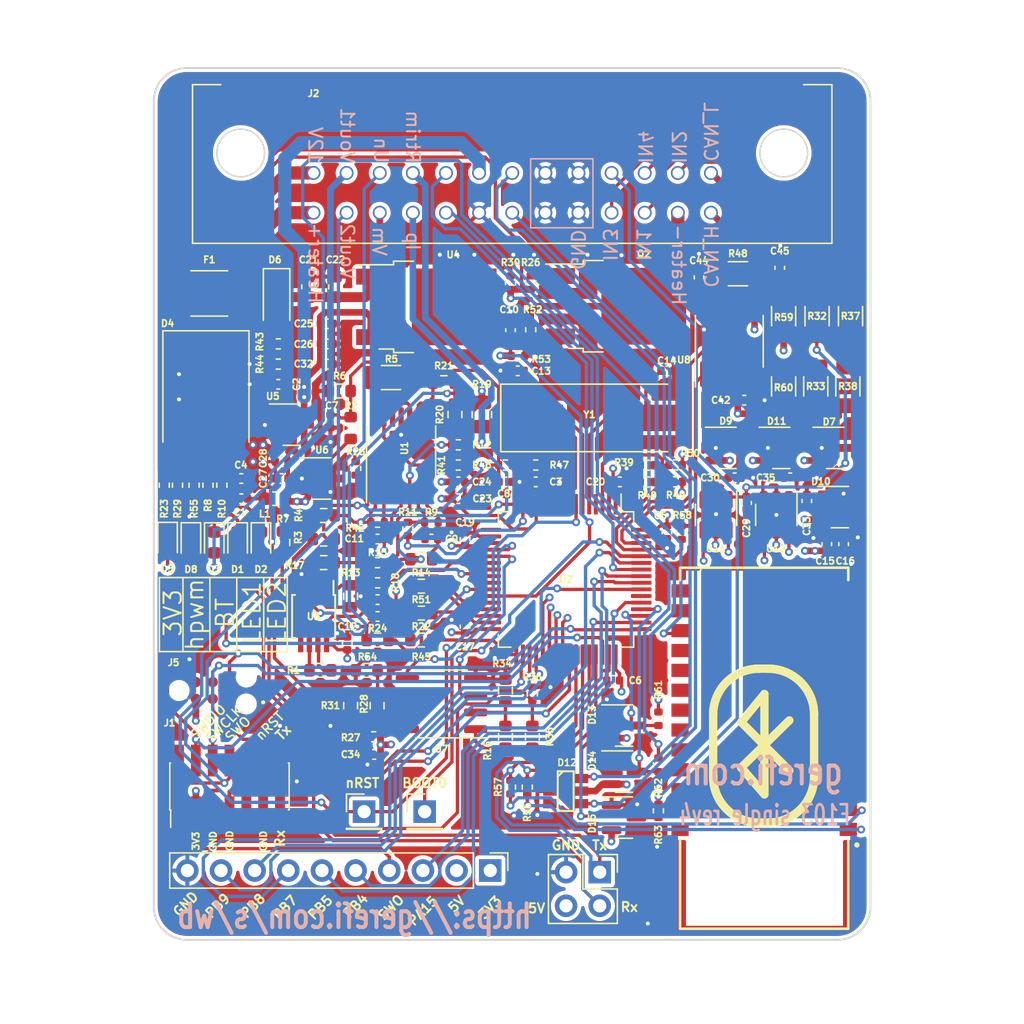
<source format=kicad_pcb>
(kicad_pcb (version 20211014) (generator pcbnew)
  (layers (0 "F.Cu" signal) (1 "In1.Cu" signal) (2 "In2.Cu" signal) (31 "B.Cu" signal) (34 "B.Paste" user) (35 "F.Paste" user) (36 "B.SilkS" user "B.Silkscreen") (37 "F.SilkS" user "F.Silkscreen") (38 "B.Mask" user) (39 "F.Mask" user) (44 "Edge.Cuts" user))
  (net 0 "")
  (net 1 "GND")
  (net 2 "/LSU_Rtrim")
  (net 3 "/LSU_Un")
  (net 4 "/LSU_Vm")
  (net 5 "/LSU_Ip")
  (net 6 "+5V")
  (net 7 "+3V3")
  (net 8 "/nRESET")
  (net 9 "/Ip_sense")
  (net 10 "/Un_3x_sense")
  (net 11 "Net-(R12-Pad1)")
  (net 12 "/Ip_dac")
  (net 13 "/Nernst_4.9_esr_drive")
  (net 14 "/heater_pwm")
  (net 15 "/UART_TX")
  (net 16 "/UART_RX")
  (net 17 "/Boot0")
  (net 18 "/LED_BLUE")
  (net 19 "/LED_GREEN")
  (net 20 "Net-(D2-Pad1)")
  (net 21 "/SWCLK")
  (net 22 "/SWDIO")
  (net 23 "VDDA")
  (net 24 "12V_RAW")
  (net 25 "Net-(D8-Pad2)")
  (net 26 "/CAN_H")
  (net 27 "/Vout1")
  (net 28 "/CAN_L")
  (net 29 "/Vout2")
  (net 30 "/LSU_Heater-")
  (net 31 "Net-(C7-Pad1)")
  (net 32 "Net-(C9-Pad2)")
  (net 33 "Net-(C9-Pad1)")
  (net 34 "Net-(C31-Pad2)")
  (net 35 "Net-(D1-Pad1)")
  (net 40 "Net-(Q2-Pad1)")
  (net 41 "Net-(R1-Pad1)")
  (net 42 "Net-(R4-Pad1)")
  (net 43 "Net-(R13-Pad2)")
  (net 44 "Net-(R13-Pad1)")
  (net 45 "Net-(R20-Pad1)")
  (net 46 "/SWO")
  (net 47 "/Nernst_4.2_esr_drive")
  (net 48 "/crystal1")
  (net 49 "/crystal0")
  (net 50 "/DISP6")
  (net 51 "/DISP5")
  (net 52 "/DISP4")
  (net 53 "/DISP2")
  (net 54 "/DISP1")
  (net 55 "/DISP0")
  (net 56 "/CAN_RX")
  (net 57 "/CAN_TX")
  (net 58 "Net-(D5-Pad1)")
  (net 59 "/config0")
  (net 60 "/config1")
  (net 61 "Net-(C21-Pad1)")
  (net 62 "Net-(R12-Pad2)")
  (net 63 "12V_PROT")
  (net 64 "Net-(R5-Pad2)")
  (net 65 "Net-(R25-Pad2)")
  (net 66 "Net-(R41-Pad2)")
  (net 67 "Net-(R42-Pad1)")
  (net 68 "/Vbatt_sense")
  (net 69 "/Vm_sense")
  (net 70 "/Un_sense")
  (net 71 "/Nernst_ADV_esr_drive")
  (net 72 "/Nernst_4.9_bias")
  (net 73 "/Heater_sense")
  (net 74 "Net-(D3-Pad1)")
  (net 75 "Net-(D3-Pad2)")
  (net 76 "/DAC_B")
  (net 77 "/IN1")
  (net 78 "/IN2")
  (net 79 "/IN3")
  (net 80 "/IN4")
  (net 81 "Net-(R16-Pad1)")
  (net 82 "Net-(R16-Pad2)")
  (net 83 "Net-(R56-Pad2)")
  (net 84 "Net-(R57-Pad2)")
  (net 85 "Net-(R28-Pad1)")
  (net 86 "/USART3_TX")
  (net 87 "Net-(R28-Pad2)")
  (net 88 "/DAC_A")
  (net 89 "/Input_1")
  (net 90 "/Input_3")
  (net 94 "/Input_4")
  (net 97 "/USART3_RX")
  (net 98 "/Input_2")
  (net 99 "Net-(C29-Pad2)")
  (net 100 "Net-(C30-Pad2)")
  (net 101 "Net-(C33-Pad2)")
  (net 102 "/UART5_TX")
  (net 103 "Net-(J2-Pad9)")
  (net 111 "Net-(J2-Pad10)")
  (net 112 "/USB_DM")
  (net 113 "/USB_DP")
  (net 114 "Net-(J2-Pad20)")
  (net 117 "Net-(C35-Pad2)")
  (footprint "Resistor_SMD:R_0402_1005Metric" (layer "F.Cu") (at 120.904 85.852 180)
    (fp_text reference "R9")
    (fp_text value "10k")
  )
  (footprint "Capacitor_SMD:C_0402_1005Metric" (layer "F.Cu") (at 126.492 82.804)
    (fp_text reference "C8")
    (fp_text value "1u")
  )
  (footprint "Resistor_SMD:R_0402_1005Metric" (layer "F.Cu") (at 138.04 100.685 -90)
    (fp_text reference "R61")
    (fp_text value "1k")
  )
  (footprint "Capacitor_SMD:C_0402_1005Metric" (layer "F.Cu") (at 138.684 86.614 -90)
    (fp_text reference "C5")
    (fp_text value "100n")
  )
  (footprint "Resistor_SMD:R_0402_1005Metric" (layer "F.Cu") (at 101.74 83.058 90)
    (fp_text reference "R29")
    (fp_text value "1k")
  )
  (footprint "Capacitor_SMD:C_0402_1005Metric" (layer "F.Cu") (at 106.553 82.55 180)
    (fp_text reference "C4")
    (fp_text value "1u")
  )
  (footprint "Resistor_SMD:R_1206_3216Metric" (layer "F.Cu") (at 149.915 75.595 -90)
    (fp_text reference "R33")
    (fp_text value "2.7K")
  )
  (footprint "Diode_SMD:D_SMC" (layer "F.Cu") (at 103.886 76.2 -90)
    (fp_text reference "D4")
    (fp_text value "SMCJ22CA")
  )
  (footprint "LED_SMD:LED_0603_1608Metric" (layer "F.Cu") (at 104.515 87.376 -90)
    (fp_text reference "D3")
    (fp_text value "GREEN")
  )
  (footprint "Capacitor_SMD:C_0603_1608Metric" (layer "F.Cu") (at 113.665 68.085 90)
    (fp_text reference "C22")
    (fp_text value "100n  25V")
  )
  (footprint "Resistor_SMD:R_0603_1608Metric" (layer "F.Cu") (at 116.805 99.695 -90)
    (fp_text reference "R28")
    (fp_text value "82k")
  )
  (footprint "Capacitor_SMD:C_0402_1005Metric" (layer "F.Cu") (at 150.749 87.503 90)
    (fp_text reference "C15")
    (fp_text value "1u")
  )
  (footprint "Resistor_SMD:R_0603_1608Metric" (layer "F.Cu") (at 126.492 102.045 -90)
    (fp_text reference "R16")
    (fp_text value "82k")
  )
  (footprint "Resistor_SMD:R_0603_1608Metric" (layer "F.Cu") (at 114.808 91.44 -90)
    (fp_text reference "R13")
    (fp_text value "100k 0.1%")
  )
  (footprint "Package_TO_SOT_SMD:TO-252-2" (layer "F.Cu") (at 120.523 69.596)
    (fp_text reference "U4")
    (fp_text value "LM78M05_TO252")
  )
  (footprint "Capacitor_SMD:C_0402_1005Metric" (layer "F.Cu") (at 109.347 75.438)
    (fp_text reference "C2")
    (fp_text value "100n")
  )
  (footprint "Connector_PinHeader_2.54mm:PinHeader_2x02_P2.54mm_Vertical" (layer "F.Cu") (at 133.609 112.263 -90)
    (fp_text reference "J3" hide)
    (fp_text value "Conn_02x02_Odd_Even")
  )
  (footprint "Package_SO:TSSOP-8_3x3mm_P0.65mm" (layer "F.Cu") (at 112.014 92.964 -90)
    (fp_text reference "U3")
    (fp_text value "GS8332")
  )
  (footprint "Resistor_SMD:R_0402_1005Metric" (layer "F.Cu") (at 137.19 82.815 180)
    (fp_text reference "R39")
    (fp_text value "0R")
  )
  (footprint "Package_QFP:LQFP-64_10x10mm_P0.5mm" (layer "F.Cu") (at 131.064 90.17 -90)
    (fp_text reference "U2")
    (fp_text value "STM32F103RCTx")
  )
  (footprint "Resistor_SMD:R_0402_1005Metric" (layer "F.Cu") (at 128.778 81.534 180)
    (fp_text reference "R47")
    (fp_text value "10k 1%")
  )
  (footprint "Capacitor_SMD:C_0402_1005Metric" (layer "F.Cu") (at 114.554 94.996 90)
    (fp_text reference "C12")
    (fp_text value "100n")
  )
  (footprint "Crystal:Crystal_SMD_HC49-SD" (layer "F.Cu") (at 132.842 77.978)
    (fp_text reference "Y1")
    (fp_text value "Crystal")
  )
  (footprint "Resistor_SMD:R_0402_1005Metric" (layer "F.Cu") (at 128.401 67.768 -90)
    (fp_text reference "R26")
    (fp_text value "1k")
  )
  (footprint "LED_SMD:LED_0603_1608Metric" (layer "F.Cu") (at 108.04 87.376 -90)
    (fp_text reference "D2")
    (fp_text value "GREEN")
  )
  (footprint "Capacitor_SMD:C_0402_1005Metric" (layer "F.Cu") (at 113.002 72.39)
    (fp_text reference "C26")
    (fp_text value "100n")
  )
  (footprint "Capacitor_SMD:C_0402_1005Metric" (layer "F.Cu") (at 106.553 84.074 180)
    (fp_text reference "C1")
    (fp_text value "4.7u")
  )
  (footprint "Resistor_SMD:R_0603_1608Metric" (layer "F.Cu") (at 112.522 97.028)
    (fp_text reference "R1")
    (fp_text value "30k 1%")
  )
  (footprint "Capacitor_SMD:C_0402_1005Metric" (layer "F.Cu") (at 141.104 67.369 -90)
    (fp_text reference "C44")
    (fp_text value "47p")
  )
  (footprint "LED_SMD:LED_0603_1608Metric" (layer "F.Cu") (at 106.2775 87.376 -90)
    (fp_text reference "D1")
    (fp_text value "BLUE")
  )
  (footprint "Package_SO:SOIC-8_3.9x4.9mm_P1.27mm" (layer "F.Cu") (at 143.39 72.195 90)
    (fp_text reference "U8")
    (fp_text value "TJA1051T-3")
  )
  (footprint "Resistor_SMD:R_1206_3216Metric" (layer "F.Cu") (at 147.49 70.295 -90)
    (fp_text reference "R59")
    (fp_text value "2.7K")
  )
  (footprint "Capacitor_SMD:C_0402_1005Metric" (layer "F.Cu") (at 120.904 87.122 180)
    (fp_text reference "C9")
    (fp_text value "33n")
  )
  (footprint "Capacitor_SMD:C_0402_1005Metric" (layer "F.Cu") (at 152.019 87.503 90)
    (fp_text reference "C16")
    (fp_text value "100n")
  )
  (footprint "Resistor_SMD:R_0402_1005Metric" (layer "F.Cu") (at 122.936 81.534 180)
    (fp_text reference "R41")
    (fp_text value "10k 1%")
  )
  (footprint "Resistor_SMD:R_0603_1608Metric" (layer "F.Cu") (at 120.142 92.71)
    (fp_text reference "R22")
    (fp_text value "22k 0.1%")
  )
  (footprint "Resistor_SMD:R_1206_3216Metric" (layer "F.Cu") (at 144.04 67.095)
    (fp_text reference "R48")
    (fp_text value "120R")
  )
  (footprint "Resistor_SMD:R_0805_2012Metric" (layer "F.Cu") (at 124.714 77.724 90)
    (fp_text reference "R19")
    (fp_text value "61.9R 1%")
  )
  (footprint "Connector_PinHeader_2.54mm:PinHeader_1x10_P2.54mm_Vertical" (layer "F.Cu") (at 125.344 112.141 -90)
    (fp_text reference "J4" hide)
    (fp_text value "Conn_01x10")
  )
  (footprint "Capacitor_SMD:C_0402_1005Metric" (layer "F.Cu") (at 144.52 76.64)
    (fp_text reference "C42")
    (fp_text value "100n")
  )
  (footprint "Package_SO:SO-8_3.9x4.9mm_P1.27mm" (layer "F.Cu") (at 121.666 99.568 180)
    (fp_text reference "U7")
    (fp_text value "MCP6002T-I/SN")
  )
  (footprint "Resistor_SMD:R_0402_1005Metric" (layer "F.Cu") (at 126.492 81.534)
    (fp_text reference "R46")
    (fp_text value "100k 1%")
  )
  (footprint "Resistor_SMD:R_0402_1005Metric" (layer "F.Cu") (at 138.04 104.16 -90)
    (fp_text reference "R62")
    (fp_text value "1k")
  )
  (footprint "Capacitor_SMD:C_0402_1005Metric" (layer "F.Cu") (at 116.84 91.694 180)
    (fp_text reference "C18" hide)
    (fp_text value "100n")
  )
  (footprint "Capacitor_SMD:C_0402_1005Metric" (layer "F.Cu") (at 109.601 82.55)
    (fp_text reference "C27")
    (fp_text value "100n")
  )
  (footprint "Package_TO_SOT_SMD:SOT-23-6" (layer "F.Cu") (at 146.94 85.295 -90)
    (fp_text reference "U12")
    (fp_text value "74HC2G17GW,125")
  )
  (footprint "Capacitor_SMD:C_0402_1005Metric" (layer "F.Cu") (at 109.601 81.28)
    (fp_text reference "C28")
    (fp_text value "1u")
  )
  (footprint "wideband-F103:JDY-33" (layer "F.Cu") (at 146.021941 102.708732 180)
    (fp_text reference "U9" hide)
    (fp_text value "JDY-33")
  )
  (footprint "Resistor_SMD:R_0402_1005Metric" (layer "F.Cu") (at 105.09 83.058 -90)
    (fp_text reference "R10")
    (fp_text value "1k")
  )
  (footprint "Resistor_SMD:R_0603_1608Metric" (layer "F.Cu") (at 116.84 94.742 180)
    (fp_text reference "R24")
    (fp_text value "62k 1%")
  )
  (footprint "Inductor_SMD:L_0603_1608Metric" (layer "F.Cu") (at 109.093 84.074)
    (fp_text reference "L1")
    (fp_text value "470R@100MHz")
  )
  (footprint "Resistor_SMD:R_1206_3216Metric" (layer "F.Cu") (at 150.015 70.295 -90)
    (fp_text reference "R32")
    (fp_text value "2.7K")
  )
  (footprint "Resistor_SMD:R_0402_1005Metric" (layer "F.Cu") (at 116.842 90.424 180)
    (fp_text reference "R18")
    (fp_text value "3.3k")
  )
  (footprint "Resistor_SMD:R_0402_1005Metric" (layer "F.Cu") (at 126.87 105.845 -90)
    (fp_text reference "R57")
    (fp_text value "0R")
  )
  (footprint "Capacitor_SMD:C_0402_1005Metric" (layer "F.Cu") (at 128.778 82.804)
    (fp_text reference "C3")
    (fp_text value "100n")
  )
  (footprint "Capacitor_SMD:C_0402_1005Metric" (layer "F.Cu") (at 143.79 82.495 180)
    (fp_text reference "C30")
    (fp_text value "47p")
  )
  (footprint "Capacitor_SMD:C_0603_1608Metric" (layer "F.Cu") (at 111.633 68.085 90)
    (fp_text reference "C21")
    (fp_text value "1u  25V")
  )
  (footprint "Resistor_SMD:R_0603_1608Metric" (layer "F.Cu") (at 112.776 87.122)
    (fp_text reference "R3")
    (fp_text value "10k 0.1%")
  )
  (footprint "Resistor_SMD:R_0402_1005Metric" (layer "F.Cu") (at 128.14 105.845 -90)
    (fp_text reference "R56")
    (fp_text value "0R")
  )
  (footprint "Resistor_SMD:R_0402_1005Metric" (layer "F.Cu") (at 128.401 71.322 -90)
    (fp_text reference "R52")
    (fp_text value "100k 1%")
  )
  (footprint "Resistor_SMD:R_0402_1005Metric" (layer "F.Cu") (at 115.189 81.788 -90)
    (fp_text reference "R25")
    (fp_text value "10k")
  )
  (footprint "Capacitor_SMD:C_0402_1005Metric" (layer "F.Cu") (at 127.42 74.422 180)
    (fp_text reference "C13")
    (fp_text value "20p")
  )
  (footprint "Boshun:Boshun_26pin" (layer "F.Cu") (at 127.005402 60.98751)
    (fp_text reference "J2")
    (fp_text value "Boshun_26p")
    (fp_circle (center -20.495 -3.009) (end -18.695 -3.009) (layer "Edge.Cuts") (width 0.12) (fill none))
    (fp_circle (center 20.495 -3.009) (end 22.295 -3.009) (layer "Edge.Cuts") (width 0.12) (fill none))
  )
  (footprint "Resistor_SMD:R_0603_1608Metric" (layer "F.Cu") (at 114.808 78.74 90)
    (fp_text reference "R2")
    (fp_text value "10k 0.1%")
  )
  (footprint "Capacitor_SMD:C_0402_1005Metric" (layer "F.Cu") (at 126.877 71.352 90)
    (fp_text reference "C10")
    (fp_text value "100n")
  )
  (footprint "Capacitor_SMD:C_0402_1005Metric" (layer "F.Cu") (at 123.444 87.122 90)
    (fp_text reference "C19")
    (fp_text value "100n")
  )
  (footprint "Resistor_SMD:R_0603_1608Metric" (layer "F.Cu") (at 112.776 88.9)
    (fp_text reference "R17")
    (fp_text value "10k 0.1%")
  )
  (footprint "Package_TO_SOT_SMD:SOT-23" (layer "F.Cu") (at 143.256 80.24075)
    (fp_text reference "D9")
    (fp_text value "BAT54S")
  )
  (footprint "Resistor_SMD:R_0402_1005Metric" (layer "F.Cu") (at 127.44 73.295 180)
    (fp_text reference "R53")
    (fp_text value "10k 1%")
  )
  (footprint "Capacitor_SMD:C_0402_1005Metric" (layer "F.Cu") (at 113.002 73.914)
    (fp_text reference "C32")
    (fp_text value "1u")
  )
  (footprint "Package_TO_SOT_SMD:SOT-23" (layer "F.Cu") (at 110.363 78.486)
    (fp_text reference "U5")
    (fp_text value "XC6206P332MR")
  )
  (footprint "Resistor_SMD:R_0402_1005Metric" (layer "F.Cu") (at 104.04 83.058 -90)
    (fp_text reference "R8")
    (fp_text value "1k")
  )
  (footprint "Package_TO_SOT_SMD:SOT-23" (layer "F.Cu") (at 147.32 80.24075)
    (fp_text reference "D11")
    (fp_text value "BAT54S")
  )
  (footprint "Connector_PinHeader_2.54mm:PinHeader_1x01_P2.54mm_Vertical" (layer "F.Cu") (at 120.396 107.696)
    (fp_text reference "TP1" hide)
    (fp_text value "TestPoint")
  )
  (footprint "Diode_SMD:D_SOD-123" (layer "F.Cu") (at 109.22 68.96 -90)
    (fp_text reference "D6")
    (fp_text value "1N4148W")
  )
  (footprint "Package_TO_SOT_SMD:SOT-23-6" (layer "F.Cu") (at 142.39 85.295 -90)
    (fp_text reference "U11")
    (fp_text value "74HC2G17GW,125")
  )
  (footprint "Resistor_SMD:R_1206_3216Metric" (layer "F.Cu") (at 152.34 75.595 -90)
    (fp_text reference "R38")
    (fp_text value "2.7K")
  )
  (footprint "Capacitor_SMD:C_0402_1005Metric" (layer "F.Cu") (at 138.712 74.422)
    (fp_text reference "C14")
    (fp_text value "20p")
  )
  (footprint "Resistor_SMD:R_0402_1005Metric" (layer "F.Cu") (at 119.126 86.36 90)
    (fp_text reference "R11")
    (fp_text value "68k")
  )
  (footprint "Capacitor_SMD:C_0402_1005Metric" (layer "F.Cu") (at 116.586 103.378 180)
    (fp_text reference "C34")
    (fp_text value "100n")
  )
  (footprint "Capacitor_SMD:C_0402_1005Metric" (layer "F.Cu") (at 134.62 97.79 180)
    (fp_text reference "C6")
    (fp_text value "100n")
  )
  (footprint "Resistor_SMD:R_0603_1608Metric" (layer "F.Cu") (at 120.142 94.742)
    (fp_text reference "R45")
    (fp_text value "6.8k 0.1%")
  )
  (footprint "Resistor_SMD:R_0603_1608Metric" (layer "F.Cu") (at 113.983 75.946 180)
    (fp_text reference "R6")
    (fp_text value "10k 0.1%")
  )
  (footprint "Resistor_SMD:R_0402_1005Metric" (layer "F.Cu") (at 109.347 73.914)
    (fp_text reference "R44")
    (fp_text value "10k 1%")
  )
  (footprint "Resistor_SMD:R_0402_1005Metric" (layer "F.Cu") (at 137.19 81.545 180)
    (fp_text reference "R40")
    (fp_text value "0R")
  )
  (footprint "Resistor_SMD:R_1206_3216Metric" (layer "F.Cu") (at 147.49 75.595 -90)
    (fp_text reference "R60")
    (fp_text value "2.7K")
  )
  (footprint "Resistor_SMD:R_0402_1005Metric" (layer "F.Cu") (at 109.349 72.39)
    (fp_text reference "R43")
    (fp_text value "100k 1%")
  )
  (footprint "Resistor_SMD:R_0603_1608Metric" (layer "F.Cu") (at 109.69 87.376 -90)
    (fp_text reference "R7")
    (fp_text value "30k 1%")
  )
  (footprint "Capacitor_SMD:C_0402_1005Metric" (layer "F.Cu") (at 116.84 87.122 180)
    (fp_text reference "C11")
    (fp_text value "100n")
  )
  (footprint "wideband-F103:tc2030-idc-nl" (layer "F.Cu") (at 101.854 98.552)
    (fp_text reference "J5")
    (fp_text value "tc2030-idc-nl")
  )
  (footprint "Resistor_SMD:R_0603_1608Metric" (layer "F.Cu") (at 114.808 99.695 -90)
    (fp_text reference "R31")
    (fp_text value "330R")
  )
  (footprint "Resistor_SMD:R_0603_1608Metric" (layer "F.Cu") (at 120.142 88.646)
    (fp_text reference "R14")
    (fp_text value "47R")
  )
  (footprint "Resistor_SMD:R_0402_1005Metric" (layer "F.Cu") (at 128.524 98.806 -90)
    (fp_text reference "R36")
    (fp_text value "10k")
  )
  (footprint "Capacitor_SMD:C_0402_1005Metric" (layer "F.Cu") (at 147.2 66.645 90)
    (fp_text reference "C45")
    (fp_text value "47p")
  )
  (footprint "Resistor_SMD:R_0603_1608Metric" (layer "F.Cu") (at 126.492 98.552 -90)
    (fp_text reference "R34")
    (fp_text value "160k")
  )
  (footprint "Resistor_SMD:R_0603_1608Metric" (layer "F.Cu") (at 128.524 102.045 90)
    (fp_text reference "R35")
    (fp_text value "330R")
  )
  (footprint "Capacitor_SMD:C_0402_1005Metric" (layer "F.Cu") (at 113.002 70.866)
    (fp_text reference "C25")
    (fp_text value "1u")
  )
  (footprint "Capacitor_SMD:C_0402_1005Metric" (layer "F.Cu") (at 113.284 78.232 -90)
    (fp_text reference "C7")
    (fp_text value "1u")
  )
  (footprint "Resistor_SMD:R_0402_1005Metric" (layer "F.Cu") (at 100.74 83.058 -90)
    (fp_text reference "R23")
    (fp_text value "1k")
  )
  (footprint "Package_SO:TSSOP-14_4.4x5mm_P0.65mm" (layer "F.Cu") (at 118.618 80.772 90)
    (fp_text reference "U1")
    (fp_text value "MCP6004")
  )
  (footprint "Resistor_SMD:R_0402_1005Metric" (layer "F.Cu") (at 126.877 67.768 -90)
    (fp_text reference "R30")
    (fp_text value "10k")
  )
  (footprint "Capacitor_SMD:C_0402_1005Metric" (layer "F.Cu") (at 135.128 82.804)
    (fp_text reference "C20")
    (fp_text value "100n")
  )
  (footprint "Resistor_SMD:R_0402_1005Metric" (layer "F.Cu") (at 122.936 80.01)
    (fp_text reference "R12")
    (fp_text value "68k")
  )
  (footprint "gerefi_lib:TSOP-6" (layer "F.Cu") (at 131.04 106.145 -90)
    (fp_text reference "D12")
    (fp_text value "~" hide)
  )
  (footprint "Resistor_SMD:R_0603_1608Metric" (layer "F.Cu") (at 122.682 77.724 -90)
    (fp_text reference "R20")
    (fp_text value "10k 0.1%")
  )
  (footprint "Connector_PinHeader_2.54mm:PinHeader_1x01_P2.54mm_Vertical" (layer "F.Cu") (at 115.824 107.696)
    (fp_text reference "TP2" hide)
    (fp_text value "TestPoint")
  )
  (footprint "Capacitor_SMD:C_0402_1005Metric" (layer "F.Cu") (at 144.69 84.395 90)
    (fp_text reference "C29")
    (fp_text value "47p")
  )
  (footprint "Package_TO_SOT_SMD:SOT-23" (layer "F.Cu") (at 135.44 101.195)
    (fp_text reference "D13")
    (fp_text value "BAT54S")
  )
  (footprint "Resistor_SMD:R_0402_1005Metric" (layer "F.Cu") (at 102.99 83.058 -90)
    (fp_text reference "R55")
    (fp_text value "1k")
  )
  (footprint "Capacitor_SMD:C_0402_1005Metric" (layer "F.Cu") (at 122.936 84.074)
    (fp_text reference "C23")
    (fp_text value "100n")
  )
  (footprint "Capacitor_SMD:C_0402_1005Metric" (layer "F.Cu") (at 116.84 92.964)
    (fp_text reference "C31" hide)
    (fp_text value "100n")
  )
  (footprint "Resistor_SMD:R_0402_1005Metric" (layer "F.Cu") (at 139.79 86.634 -90)
    (fp_text reference "R58")
    (fp_text value "10k")
  )
  (footprint "Resistor_SMD:R_0402_1005Metric" (layer "F.Cu") (at 139.34 82.795)
    (fp_text reference "R49")
    (fp_text value "10k")
  )
  (footprint "Capacitor_SMD:C_0402_1005Metric" (layer "F.Cu") (at 122.936 82.804)
    (fp_text reference "C24")
    (fp_text value "1u")
  )
  (footprint "LED_SMD:LED_0603_1608Metric" (layer "F.Cu") (at 100.99 87.345 -90)
    (fp_text reference "D5")
    (fp_text value "WHITE")
  )
  (footprint "Resistor_SMD:R_0402_1005Metric" (layer "F.Cu") (at 116.551 102.044)
    (fp_text reference "R27")
    (fp_text value "10k")
  )
  (footprint "Resistor_SMD:R_0402_1005Metric" (layer "F.Cu") (at 116.84 85.852 180)
    (fp_text reference "R42")
    (fp_text value "10k")
  )
  (footprint "LED_SMD:LED_0603_1608Metric" (layer "F.Cu") (at 102.7525 87.376 -90)
    (fp_text reference "D8")
    (fp_text value "RED")
  )
  (footprint "Connector_PinHeader_1.27mm:PinHeader_2x07_P1.27mm_Vertical_SMD" (layer "F.Cu") (at 105.664 105.791 90)
    (fp_text reference "J1")
    (fp_text value "FTSH-107-01-F-DV-K")
  )
  (footprint "Capacitor_SMD:C_0402_1005Metric" (layer "F.Cu") (at 123.444 93.726 90)
    (fp_text reference "C17")
    (fp_text value "100n")
  )
  (footprint "Resistor_SMD:R_0402_1005Metric" (layer "F.Cu") (at 138.04 107.635 -90)
    (fp_text reference "R63")
    (fp_text value "1k")
  )
  (footprint "Capacitor_SMD:C_0402_1005Metric" (layer "F.Cu") (at 149.24 84.245 -90)
    (fp_text reference "C33")
    (fp_text value "47p")
  )
  (footprint "Fuse:Fuse_1812_4532Metric_Pad1.30x3.40mm_HandSolder" (layer "F.Cu") (at 104.14 68.58 180)
    (fp_text reference "F1")
    (fp_text value "MF-MSMF110/24X-2")
  )
  (footprint "Resistor_SMD:R_0603_1608Metric" (layer "F.Cu") (at 120.142 90.678)
    (fp_text reference "R51")
    (fp_text value "47k 1%")
  )
  (footprint "Resistor_SMD:R_1206_3216Metric" (layer "F.Cu") (at 117.856 74.93 180)
    (fp_text reference "R5")
    (fp_text value "10R")
  )
  (footprint "Resistor_SMD:R_1206_3216Metric" (layer "F.Cu") (at 152.54 70.295 -90)
    (fp_text reference "R37")
    (fp_text value "2.7K")
  )
  (footprint "Capacitor_SMD:C_0402_1005Metric" (layer "F.Cu") (at 147.99 82.495 180)
    (fp_text reference "C35")
    (fp_text value "47p")
  )
  (footprint "Package_TO_SOT_SMD:SOT-23" (layer "F.Cu") (at 112.649 82.55)
    (fp_text reference "U6")
    (fp_text value "REF3033")
  )
  (footprint "Package_TO_SOT_SMD:SOT-23" (layer "F.Cu") (at 135.44 108.145)
    (fp_text reference "D15")
    (fp_text value "BAT54S")
  )
  (footprint "Resistor_SMD:R_0603_1608Metric" (layer "F.Cu") (at 121.843562 75.314573 180)
    (fp_text reference "R21")
    (fp_text value "100k 0.1%")
  )
  (footprint "Resistor_SMD:R_0603_1608Metric" (layer "F.Cu") (at 116.015 97.028)
    (fp_text reference "R54")
    (fp_text value "160k")
  )
  (footprint "Package_TO_SOT_SMD:TO-252-2" (layer "F.Cu") (at 134.834 69.546)
    (fp_text reference "Q2")
    (fp_text value "BTS3028")
  )
  (footprint "Resistor_SMD:R_0603_1608Metric" (layer "F.Cu") (at 112.776 85.344)
    (fp_text reference "R4")
    (fp_text value "10k 0.1%")
  )
  (footprint "Package_TO_SOT_SMD:SOT-23" (layer "F.Cu") (at 151.384 80.24075)
    (fp_text reference "D7")
    (fp_text value "BAT54S")
  )
  (footprint "Package_TO_SOT_SMD:SOT-23" (layer "F.Cu") (at 151.74 84.709)
    (fp_text reference "D10")
    (fp_text value "BAT54S")
  )
  (footprint "Resistor_SMD:R_0402_1005Metric" (layer "F.Cu") (at 139.34 81.525)
    (fp_text reference "R50")
    (fp_text value "10k")
  )
  (footprint "Package_TO_SOT_SMD:SOT-23" (layer "F.Cu") (at 135.44 104.67)
    (fp_text reference "D14")
    (fp_text value "BAT54S")
  )
  (footprint "Resistor_SMD:R_0402_1005Metric" (layer "F.Cu") (at 116.84 88.9)
    (fp_text reference "R15")
    (fp_text value "10k")
  )
  (gr_line (start 133.096 58.42) (end 128.397 58.42) (layer "B.SilkS") (width 0.12))
  (gr_line (start 128.397 63.627) (end 133.096 63.627) (layer "B.SilkS") (width 0.12))
  (gr_line (start 133.096 63.627) (end 133.096 58.42) (layer "B.SilkS") (width 0.12))
  (gr_line (start 128.397 58.42) (end 128.397 63.627) (layer "B.SilkS") (width 0.12))
  (gr_line (start 110.026 95.616) (end 110.026 90.028) (layer "F.SilkS") (width 0.12))
  (gr_line (start 110.026 90.028) (end 100.374 90.028) (layer "F.SilkS") (width 0.12))
  (gr_line (start 100.374 95.616) (end 110.026 95.616) (layer "F.SilkS") (width 0.12))
  (gr_line (start 100.374 90.028) (end 100.374 95.616) (layer "F.SilkS") (width 0.12))
  (gr_line (start 106.216 90.028) (end 106.216 95.616) (layer "F.SilkS") (width 0.12))
  (gr_line (start 102.152 90.028) (end 102.152 95.616) (layer "F.SilkS") (width 0.12))
  (gr_line (start 104.184 90.028) (end 104.184 95.616) (layer "F.SilkS") (width 0.12))
  (gr_line (start 108.248 90.028) (end 108.248 95.616) (layer "F.SilkS") (width 0.12))
  (gr_line (start 99.95 114.87) (end 99.95 54.07) (layer "Edge.Cuts") (width 0.15))
  (gr_arc (start 99.95 54.07) (mid 100.682237 52.302237) (end 102.45 51.57) (layer "Edge.Cuts") (width 0.15))
  (gr_arc (start 151.55 51.57) (mid 153.31777 52.30223) (end 154.05 54.07) (layer "Edge.Cuts") (width 0.15))
  (gr_line (start 102.45 51.57) (end 151.55 51.57) (layer "Edge.Cuts") (width 0.15))
  (gr_arc (start 154.05 114.87) (mid 153.31777 116.63777) (end 151.55 117.37) (layer "Edge.Cuts") (width 0.15))
  (gr_line (start 154.05 54.07) (end 154.05 114.87) (layer "Edge.Cuts") (width 0.15))
  (gr_arc (start 102.45 117.37) (mid 100.682266 116.637734) (end 99.95 114.87) (layer "Edge.Cuts") (width 0.15))
  (gr_line (start 151.55 117.37) (end 102.45 117.37) (layer "Edge.Cuts") (width 0.15))
  (gr_text "F103 single rev4" (at 146.05 107.95) (layer "B.SilkS") (effects (font (size 1.5 1) (thickness 0.2)) (justify mirror)))
  (gr_text "GND" (at 131.953 65.278 270) (layer "B.SilkS") (effects (font (size 1 1)) (justify mirror)))
  (gr_text "CAN_L" (at 141.986 56.388 270) (layer "B.SilkS") (effects (font (size 1 1)) (justify mirror)))
  (gr_text "Vout1" (at 114.554 56.642 270) (layer "B.SilkS") (effects (font (size 1 1)) (justify mirror)))
  (gr_text "IN1" (at 136.906 64.897 270) (layer "B.SilkS") (effects (font (size 1 1)) (justify mirror)))
  (gr_text "12V" (at 112.141 57.404 270) (layer "B.SilkS") (effects (font (size 1 1)) (justify mirror)))
  (gr_text "Rtrim" (at 119.507 56.769 270) (layer "B.SilkS") (effects (font (size 1 1)) (justify mirror)))
  (gr_text "IN2" (at 139.573 57.531 270) (layer "B.SilkS") (effects (font (size 1 1)) (justify mirror)))
  (gr_text "Heater-" (at 139.573 66.421 270) (layer "B.SilkS") (effects (font (size 1 1)) (justify mirror)))
  (gr_text "https://gerefi.com/s/wb" (at 115.09 115.595) (layer "B.SilkS") (effects (font (size 1.8 1.4) (thickness 0.3)) (justify mirror)))
  (gr_text "Vout2" (at 114.554 65.405 270) (layer "B.SilkS") (effects (font (size 1 1)) (justify mirror)))
  (gr_text "Heater+" (at 112.141 66.294 270) (layer "B.SilkS") (effects (font (size 1 1)) (justify mirror)))
  (gr_text "Vm" (at 116.967 64.643 270) (layer "B.SilkS") (effects (font (size 1 1)) (justify mirror)))
  (gr_text "IN4" (at 137.033 57.531 270) (layer "B.SilkS") (effects (font (size 1 1)) (justify mirror)))
  (gr_text "Ip" (at 119.507 64.643 270) (layer "B.SilkS") (effects (font (size 1 1)) (justify mirror)))
  (gr_text "gerefi.com" (at 145.923 104.648) (layer "B.SilkS") (effects (font (size 2.032 1.524) (thickness 0.3048)) (justify mirror)))
  (gr_text "Un" (at 117.094 57.785 270) (layer "B.SilkS") (effects (font (size 1 1)) (justify mirror)))
  (gr_text "IN3" (at 134.366 64.897 270) (layer "B.SilkS") (effects (font (size 1 1)) (justify mirror)))
  (gr_text "CAN_H" (at 141.986 65.786 270) (layer "B.SilkS") (effects (font (size 1 1)) (justify mirror)))
  (gr_text "LED2" (at 109.264 92.695 90) (layer "F.SilkS") (effects (font (size 1.3 1.3))))
  (gr_text "5V" (at 128.84 114.995) (layer "F.SilkS") (effects (font (size 0.7 0.7))))
  (gr_text "GND" (at 131.064 110.236) (layer "F.SilkS") (effects (font (size 0.7 0.7))))
  (gr_text "SWCLK" (at 105.283 101.092 45) (layer "F.SilkS") (effects (font (size 0.7 0.7) (thickness 0.125))))
  (gr_text "SWDIO" (at 104.065596 100.923072 45) (layer "F.SilkS") (effects (font (size 0.7 0.7) (thickness 0.125))))
  (gr_text "Rx" (at 109.474 109.728 90) (layer "F.SilkS") (effects (font (size 0.7 0.7))))
  (gr_text "3V3" (at 103.125362 109.916625 90) (layer "F.SilkS") (effects (font (size 0.5 0.5) (thickness 0.125))))
  (gr_text "3V3" (at 125.349 114.935 45) (layer "F.SilkS") (effects (font (size 0.7 0.7))))
  (gr_text "BOOT0" (at 120.396 105.537) (layer "F.SilkS") (effects (font (size 0.7 0.7))))
  (gr_text "SWO" (at 117.856 114.935 45) (layer "F.SilkS") (effects (font (size 0.7 0.7))))
  (gr_text "GND" (at 104.430924 109.942736 90) (layer "F.SilkS") (effects (font (size 0.5 0.5) (thickness 0.125))))
  (gr_text "nRST" (at 108.712 101.219 45) (layer "F.SilkS") (effects (font (size 0.7 0.7) (thickness 0.125))))
  (gr_text "Tx" (at 109.728 101.727 45) (layer "F.SilkS") (effects (font (size 0.7 0.7))))
  (gr_text "5V" (at 122.809 114.681 45) (layer "F.SilkS") (effects (font (size 0.7 0.7))))
  (gr_text "nRST" (at 115.697 105.537) (layer "F.SilkS") (effects (font (size 0.7 0.7))))
  (gr_text "LED1" (at 107.359 92.695 90) (layer "F.SilkS") (effects (font (size 1.3 1.3))))
  (gr_text "PB7" (at 109.855 114.935 45) (layer "F.SilkS") (effects (font (size 0.7 0.7))))
  (gr_text "PB8" (at 107.442 114.808 45) (layer "F.SilkS") (effects (font (size 0.7 0.7))))
  (gr_text "SWO" (at 106.299 101.473 45) (layer "F.SilkS") (effects (font (size 0.7 0.7) (thickness 0.125))))
  (gr_text "Rx" (at 135.84 114.895) (layer "F.SilkS") (effects (font (size 0.7 0.7))))
  (gr_text "BT" (at 105.327 92.695 90) (layer "F.SilkS") (effects (font (size 1.3 1.3))))
  (gr_text "PB5" (at 112.522 114.935 45) (layer "F.SilkS") (effects (font (size 0.7 0.7))))
  (gr_text "PA15" (at 120.269 115.189 45) (layer "F.SilkS") (effects (font (size 0.7 0.7))))
  (gr_text "Tx" (at 133.604 110.236) (layer "F.SilkS") (effects (font (size 0.7 0.7))))
  (gr_text "PB4" (at 115.189 114.808 45) (layer "F.SilkS") (effects (font (size 0.7 0.7))))
  (gr_text "GND" (at 105.684264 109.903569 90) (layer "F.SilkS") (effects (font (size 0.5 0.5) (thickness 0.125))))
  (gr_text "GND" (at 102.362 114.681 45) (layer "F.SilkS") (effects (font (size 0.7 0.7))))
  (gr_text "3V3" (at 101.39 92.695 90) (layer "F.SilkS") (effects (font (size 1.3 1.3))))
  (gr_text "GND" (at 108.224216 109.912743 90) (layer "F.SilkS") (effects (font (size 0.5 0.5) (thickness 0.125))))
  (gr_text "hpwm" (at 103.041 92.822 90) (layer "F.SilkS") (effects (font (size 1.3 1.3))))
  (gr_text "PB9" (at 104.775 114.808 45) (layer "F.SilkS") (effects (font (size 0.7 0.7))))
  (segment (start 123.952 93.218) (end 123.472 93.218) (width 0.25) (layer "F.Cu") (net 1))
  (segment (start 138.69 87.799535) (end 138.69 87.1) (width 0.25) (layer "F.Cu") (net 1))
  (segment (start 138.712 87.122) (end 138.684 87.094) (width 0.25) (layer "F.Cu") (net 1))
  (segment (start 134.144483 99.220878) (end 134.14 99.216395) (width 0.25) (layer "F.Cu") (net 1))
  (segment (start 136.739 86.92) (end 137.974 86.92) (width 0.25) (layer "F.Cu") (net 1))
  (segment (start 122.428 93.218) (end 123.416 93.218) (width 0.25) (layer "F.Cu") (net 1))
  (segment (start 138.176 87.122) (end 138.656 87.122) (width 0.25) (layer "F.Cu") (net 1))
  (segment (start 138.692989 87.802524) (end 138.69 87.799535) (width 0.25) (layer "F.Cu") (net 1))
  (segment (start 134.14 97.79) (end 134.14 97.202) (width 0.25) (layer "F.Cu") (net 1))
  (segment (start 134.14 99.216395) (end 134.14 97.79) (width 0.25) (layer "F.Cu") (net 1))
  (segment (start 114.526 94.488) (end 114.554 94.516) (width 0.25) (layer "F.Cu") (net 1))
  (segment (start 123.416 93.218) (end 123.444 93.246) (width 0.25) (layer "F.Cu") (net 1))
  (segment (start 144.1935 82.4715) (end 144.17 82.495) (width 0.25) (layer "F.Cu") (net 1))
  (segment (start 118.618 79.248) (end 118.618 77.9095) (width 0.25) (layer "F.Cu") (net 1))
  (segment (start 123.444 86.642) (end 122.456 86.642) (width 0.25) (layer "F.Cu") (net 1))
  (segment (start 122.456 86.642) (end 122.428 86.614) (width 0.25) (layer "F.Cu") (net 1))
  (segment (start 139.79 86.0618) (end 139.74 86.1118) (width 0.25) (layer "F.Cu") (net 1))
  (segment (start 135.636 81.788) (end 135.636 82.776) (width 0.25) (layer "F.Cu") (net 1))
  (segment (start 129.314 82.86) (end 129.258 82.804) (width 0.25) (layer "F.Cu") (net 1))
  (segment (start 124.154 93.42) (end 123.952 93.218) (width 0.25) (layer "F.Cu") (net 1))
  (segment (start 115.999935 96.012) (end 115.19 96.821935) (width 0.25) (layer "F.Cu") (net 1))
  (segment (start 116.382175 87.144175) (end 116.36 87.122) (width 0.25) (layer "F.Cu") (net 1))
  (segment (start 116.078 103.406) (end 116.106 103.378) (width 0.25) (layer "F.Cu") (net 1))
  (segment (start 113.792 94.234) (end 114.046 94.488) (width 0.5) (layer "F.Cu") (net 1))
  (segment (start 137.974 86.92) (end 138.176 87.122) (width 0.25) (layer "F.Cu") (net 1))
  (segment (start 129.314 84.495) (end 129.314 82.86) (width 0.25) (layer "F.Cu") (net 1))
  (segment (start 138.69 87.1) (end 138.684 87.094) (width 0.25) (layer "F.Cu") (net 1))
  (segment (start 116.382175 87.996102) (end 116.382175 87.144175) (width 0.25) (layer "F.Cu") (net 1))
  (segment (start 134.14 97.202) (end 134.314 97.028) (width 0.25) (layer "F.Cu") (net 1))
  (segment (start 115.19 96.821935) (end 115.19 97.028) (width 0.25) (layer "F.Cu") (net 1))
  (segment (start 124.234 86.642) (end 123.444 86.642) (width 0.25) (layer "F.Cu") (net 1))
  (segment (start 139.79 85.309185) (end 139.79 86.0618) (width 0.25) (layer "F.Cu") (net 1))
  (segment (start 124.512 86.92) (end 124.234 86.642) (width 0.25) (layer "F.Cu") (net 1))
  (segment (start 138.656 87.122) (end 138.684 87.094) (width 0.25) (layer "F.Cu") (net 1))
  (segment (start 126.972 82.804) (end 127.5534 82.804) (width 0.25) (layer "F.Cu") (net 1))
  (segment (start 134.314 97.028) (end 134.314 95.845) (width 0.25) (layer "F.Cu") (net 1))
  (segment (start 125.389 93.42) (end 124.154 93.42) (width 0.25) (layer "F.Cu") (net 1))
  (segment (start 125.389 86.92) (end 124.512 86.92) (width 0.25) (layer "F.Cu") (net 1))
  (segment (start 116.078 104.14) (end 116.078 103.406) (width 0.5) (layer "F.Cu") (net 1))
  (segment (start 123.472 93.218) (end 123.444 93.246) (width 0.25) (layer "F.Cu") (net 1))
  (segment (start 114.046 94.488) (end 114.526 94.488) (width 0.5) (layer "F.Cu") (net 1))
  (via (at 113.284 101.219) (size 0.6) (drill 0.3) (layers "F.Cu" "B.Cu") (net 1))
  (via (at 146.304 80.24075) (size 0.6) (drill 0.3) (layers "F.Cu" "B.Cu") (net 1))
  (via (at 128.74 73.345) (size 0.6) (drill 0.3) (layers "F.Cu" "B.Cu") (net 1))
  (via (at 128.905 112.395) (size 0.6) (drill 0.3) (layers "F.Cu" "B.Cu") (net 1))
  (via (at 128.905 107.95) (size 0.6) (drill 0.3) (layers "F.Cu" "B.Cu") (net 1))
  (via (at 137.24 116.145) (size 0.6) (drill 0.3) (layers "F.Cu" "B.Cu") (net 1))
  (via (at 115.999935 96.012) (size 0.6) (drill 0.3) (layers "F.Cu" "B.Cu") (net 1))
  (via (at 109.9346 85.344) (size 0.6) (drill 0.3) (layers "F.Cu" "B.Cu") (net 1))
  (via (at 142.367 80.24075) (size 0.6) (drill 0.3) (layers "F.Cu" "B.Cu") (net 1))
  (via (at 145.19 82.495) (size 0.6) (drill 0.3) (layers "F.Cu" "B.Cu") (net 1))
  (via (at 128.651 65.659) (size 0.6) (drill 0.3) (layers "F.Cu" "B.Cu") (net 1))
  (via (at 129.89 98.295) (size 0.6) (drill 0.3) (layers "F.Cu" "B.Cu") (net 1))
  (via (at 132.69 65.659) (size 0.6) (drill 0.3) (layers "F.Cu" "B.Cu") (net 1))
  (via (at 116.078 104.14) (size 0.6) (drill 0.3) (layers "F.Cu" "B.Cu") (net 1))
  (via (at 127.14 107.995) (size 0.6) (drill 0.3) (layers "F.Cu" "B.Cu") (net 1))
  (via (at 116.382175 87.996102) (size 0.6) (drill 0.3) (layers "F.Cu" "B.Cu") (net 1))
  (via (at 115.57 91.44) (size 0.6) (drill 0.3) (layers "F.Cu" "B.Cu") (net 1))
  (via (at 138.692989 87.802524) (size 0.6) (drill 0.3) (layers "F.Cu" "B.Cu") (net 1))
  (via (at 101.854 76.581) (size 0.6) (drill 0.3) (layers "F.Cu" "B.Cu") (net 1))
  (via (at 142.39 85.245) (size 0.6) (drill 0.3) (layers "F.Cu" "B.Cu") (net 1))
  (via (at 102.64 96.195) (size 0.6) (drill 0.3) (layers "F.Cu" "B.Cu") (net 1))
  (via (at 126.117425 74.405932) (size 0.6) (drill 0.3) (layers "F.Cu" "B.Cu") (net 1))
  (via (at 152.019 83.693) (size 0.6) (drill 0.3) (layers "F.Cu" "B.Cu") (net 1))
  (via (at 127.09 65.659) (size 0.6) (drill 0.3) (layers "F.Cu" "B.Cu") (net 1))
  (via (at 149.74 87.045) (size 0.6) (drill 0.3) (layers "F.Cu" "B.Cu") (net 1))
  (via (at 141.485 71.306) (size 0.6) (drill 0.3) (layers "F.Cu" "B.Cu") (net 1))
  (via (at 130.556 82.804) (size 0.6) (drill 0.3) (layers "F.Cu" "B.Cu") (net 1))
  (via (at 102.642779 85.415766) (size 0.6) (drill 0.3) (layers "F.Cu" "B.Cu") (net 1))
  (via (at 111.125 82.55) (size 0.6) (drill 0.3) (layers "F.Cu" "B.Cu") (net 1))
  (via (at 137.94 110.345) (size 0.6) (drill 0.3) (layers "F.Cu" "B.Cu") (net 1))
  (via (at 113.792 94.234) (size 0.6) (drill 0.3) (layers "F.Cu" "B.Cu") (net 1))
  (via (at 107.188 73.914) (size 0.6) (drill 0.3) (layers "F.Cu" "B.Cu") (net 1))
  (via (at 146.94 85.295) (size 0.6) (drill 0.3) (layers "F.Cu" "B.Cu") (net 1))
  (via (at 152.59 88.995) (size 0.6) (drill 0.3) (layers "F.Cu" "B.Cu") (net 1))
  (via (at 135.636 81.788) (size 0.6) (drill 0.3) (layers "F.Cu" "B.Cu") (net 1))
  (via (at 136.44 107.145) (size 0.6) (drill 0.3) (layers "F.Cu" "B.Cu") (net 1))
  (via (at 150.368 80.24075) (size 0.6) (drill 0.3) (layers "F.Cu" "B.Cu") (net 1))
  (via (at 141.104 65.591) (size 0.6) (drill 0.3) (layers "F.Cu" "B.Cu") (net 1))
  (via (at 124.142704 65.659) (size 0.6) (drill 0.3) (layers "F.Cu" "B.Cu") (net 1))
  (via (at 126.89 69.945) (size 0.6) (drill 0.3) (layers "F.Cu" "B.Cu") (net 1))
  (via (at 153.09 86.995) (size 0.6) (drill 0.3) (layers "F.Cu" "B.Cu") (net 1))
  (via (at 130.556 81.534) (size 0.6) (drill 0.3) (layers "F.Cu" "B.Cu") (net 1))
  (via (at 127.5534 82.804) (size 0.6) (drill 0.3) (layers "F.Cu" "B.Cu") (net 1))
  (via (at 138.04 105.795) (size 0.6) (drill 0.3) (layers "F.Cu" "B.Cu") (net 1))
  (via (at 108.204 99.441) (size 0.6) (drill 0.3) (layers "F.Cu" "B.Cu") (net 1))
  (via (at 124.714 82.804) (size 0.6) (drill 0.3) (layers "F.Cu" "B.Cu") (net 1))
  (via (at 142.755 76.64) (size 0.6) (drill 0.3) (layers "F.Cu" "B.Cu") (net 1))
  (via (at 109.474 101.219) (size 0.6) (drill 0.3) (layers "F.Cu" "B.Cu") (net 1))
  (via (at 147.24 64.971) (size 0.6) (drill 0.3) (layers "F.Cu" "B.Cu") (net 1))
  (via (at 113.284 83.566) (size 0.6) (drill 0.3) (layers "F.Cu" "B.Cu") (net 1))
  (via (at 135.2504 65.695) (size 0.6) (drill 0.3) (layers "F.Cu" "B.Cu") (net 1))
  (via (at 149.99 82.495) (size 0.6) (drill 0.3) (layers "F.Cu" "B.Cu") (net 1))
  (via (at 101.854 74.676) (size 0.6) (drill 0.3) (layers "F.Cu" "B.Cu") (net 1))
  (via (at 122.841352 65.659) (size 0.6) (drill 0.3) (layers "F.Cu" "B.Cu") (net 1))
  (via (at 139.19 73.495) (size 0.6) (drill 0.3) (layers "F.Cu" "B.Cu") (net 1))
  (via (at 108.336337 78.509479) (size 0.6) (drill 0.3) (layers "F.Cu" "B.Cu") (net 1))
  (via (at 121.54 65.659) (size 0.6) (drill 0.3) (layers "F.Cu" "B.Cu") (net 1))
  (via (at 125.69 96.095) (size 0.6) (drill 0.3) (layers "F.Cu" "B.Cu") (net 1))
  (via (at 122.428 93.218) (size 0.6) (drill 0.3) (layers "F.Cu" "B.Cu") (net 1))
  (via (at 122.428 86.614) (size 0.6) (drill 0.3) (layers "F.Cu" "B.Cu") (net 1))
  (via (at 144.69 85.845) (size 0.6) (drill 0.3) (layers "F.Cu" "B.Cu") (net 1))
  (via (at 113.29 79.795) (size 0.6) (drill 0.3) (layers "F.Cu" "B.Cu") (net 1))
  (via (at 110.744 105.41) (size 0.6) (drill 0.3) (layers "F.Cu" "B.Cu") (net 1))
  (via (at 146.057 76.64) (size 0.6) (drill 0.3) (layers "F.Cu" "B.Cu") (net 1))
  (via (at 111.099412 89.767167) (size 0.6) (drill 0.3) (layers "F.Cu" "B.Cu") (net 1))
  (via (at 134.144483 99.220878) (size 0.6) (drill 0.3) (layers "F.Cu" "B.Cu") (net 1))
  (via (at 132.99 103.745) (size 0.6) (drill 0.3) (layers "F.Cu" "B.Cu") (net 1))
  (via (at 124.714 84.074) (size 0.6) (drill 0.3) (layers "F.Cu" "B.Cu") (net 1))
  (via (at 139.79 85.309185) (size 0.6) (drill 0.3) (layers "F.Cu" "B.Cu") (net 1))
  (via (at 107.188 75.438) (size 0.6) (drill 0.3) (layers "F.Cu" "B.Cu") (net 1))
  (via (at 118.618 79.248) (size 0.6) (drill 0.3) (layers "F.Cu" "B.Cu") (net 1))
  (segment (start 117.724191 89.539809) (end 118.618 88.646) (width 0.25) (layer "F.Cu") (net 2))
  (segment (start 118.618 88.646) (end 119.317 88.646) (width 0.25) (layer "F.Cu") (net 2))
  (segment (start 116.33 88.9) (end 116.33 89.406) (width 0.25) (layer "F.Cu") (net 2))
  (segment (start 116.33 89.406) (end 116.463809 89.539809) (width 0.25) (layer "F.Cu") (net 2))
  (segment (start 116.463809 89.539809) (end 117.724191 89.539809) (width 0.25) (layer "F.Cu") (net 2))
  (segment (start 124.714 79.756) (end 124.714 78.6365) (width 0.5) (layer "F.Cu") (net 2))
  (segment (start 113.601 88.9) (end 116.33 88.9) (width 0.25) (layer "F.Cu") (net 2))
  (segment (start 119.317 88.646) (end 120.1024 88.646) (width 0.5) (layer "F.Cu") (net 2))
  (via (at 120.1024 88.646) (size 0.6) (drill 0.3) (layers "F.Cu" "B.Cu") (net 2))
  (via (at 124.714 79.756) (size 0.6) (drill 0.3) (layers "F.Cu" "B.Cu") (net 2))
  (segment (start 124.714 79.756) (end 124.714 80.264) (width 0.25) (layer "B.Cu") (net 2))
  (segment (start 126.58622 82.13622) (end 126.58622 84.99578) (width 0.25) (layer "B.Cu") (net 2))
  (segment (start 125.428611 75.390611) (end 120.445013 70.407013) (width 0.5) (layer "B.Cu") (net 2))
  (segment (start 124.714 80.264) (end 126.58622 82.13622) (width 0.25) (layer "B.Cu") (net 2))
  (segment (start 119.131386 88.646) (end 120.1024 88.646) (width 0.25) (layer "B.Cu") (net 2))
  (segment (start 124.714 77.216) (end 125.428611 76.501389) (width 0.5) (layer "B.Cu") (net 2))
  (segment (start 120.445013 60.427121) (end 119.505402 59.48751) (width 0.5) (layer "B.Cu") (net 2))
  (segment (start 120.445013 70.407013) (end 120.445013 60.427121) (width 0.5) (layer "B.Cu") (net 2))
  (segment (start 125.428611 76.501389) (end 125.428611 75.390611) (width 0.5) (layer "B.Cu") (net 2))
  (segment (start 125.82338 85.75862) (end 119.986766 85.75862) (width 0.25) (layer "B.Cu") (net 2))
  (segment (start 124.714 79.756) (end 124.714 77.216) (width 0.5) (layer "B.Cu") (net 2))
  (segment (start 119.986766 85.75862) (end 118.411389 87.333997) (width 0.25) (layer "B.Cu") (net 2))
  (segment (start 118.411389 87.333997) (end 118.411389 87.926003) (width 0.25) (layer "B.Cu") (net 2))
  (segment (start 118.411389 87.926003) (end 119.131386 88.646) (width 0.25) (layer "B.Cu") (net 2))
  (segment (start 126.58622 84.99578) (end 125.82338 85.75862) (width 0.25) (layer "B.Cu") (net 2))
  (segment (start 116.024633 93.726) (end 116.36 93.390633) (width 0.25) (layer "F.Cu") (net 3))
  (segment (start 116.015 93.725616) (end 116.015 94.742) (width 0.25) (layer "F.Cu") (net 3))
  (segment (start 115.125508 81.214508) (end 115.189 81.278) (width 0.25) (layer "F.Cu") (net 3))
  (segment (start 115.125508 80.454508) (end 115.125508 81.214508) (width 0.25) (layer "F.Cu") (net 3))
  (segment (start 116.36 93.390633) (end 116.36 92.964) (width 0.25) (layer "F.Cu") (net 3))
  (segment (start 116.022129 93.718487) (end 116.015 93.725616) (width 0.25) (layer "F.Cu") (net 3))
  (segment (start 115.316 93.726) (end 116.024633 93.726) (width 0.25) (layer "F.Cu") (net 3))
  (via (at 115.125508 80.454508) (size 0.6) (drill 0.3) (layers "F.Cu" "B.Cu") (net 3))
  (via (at 115.316 93.726) (size 0.6) (drill 0.3) (layers "F.Cu" "B.Cu") (net 3))
  (segment (start 115.125508 80.454508) (end 115.824 79.756016) (width 0.25) (layer "B.Cu") (net 3))
  (segment (start 114.3 81.280016) (end 114.3 92.71) (width 0.25) (layer "B.Cu") (net 3))
  (segment (start 114.3 92.71) (end 115.316 93.726) (width 0.25) (layer "B.Cu") (net 3))
  (segment (start 115.824 79.756016) (end 115.824 60.706) (width 0.25) (layer "B.Cu") (net 3))
  (segment (start 115.125508 80.454508) (end 114.3 81.280016) (width 0.25) (layer "B.Cu") (net 3))
  (segment (start 117.005402 59.524598) (end 117.005402 59.48751) (width 0.25) (layer "B.Cu") (net 3))
  (segment (start 115.824 60.706) (end 117.005402 59.524598) (width 0.25) (layer "B.Cu") (net 3))
  (segment (start 125.982 81.534) (end 125.982 82.774) (width 0.25) (layer "F.Cu") (net 4))
  (segment (start 125.984 75.692) (end 124.679855 74.387855) (width 0.25) (layer "F.Cu") (net 4))
  (segment (start 114.006427 84.582) (end 115.316 84.582) (width 0.25) (layer "F.Cu") (net 4))
  (segment (start 120.611888 74.387855) (end 120.069743 74.93) (width 0.25) (layer "F.Cu") (net 4))
  (segment (start 112.776 85.001573) (end 113.198193 84.57938) (width 0.25) (layer "F.Cu") (net 4))
  (segment (start 125.982 81.534) (end 125.982 75.694) (width 0.25) (layer "F.Cu") (net 4))
  (segment (start 112.776 86.868) (end 112.776 85.001573) (width 0.25) (layer "F.Cu") (net 4))
  (segment (start 114.003807 84.57938) (end 114.006427 84.582) (width 0.25) (layer "F.Cu") (net 4))
  (segment (start 124.714 81.534) (end 125.982 81.534) (width 0.25) (layer "F.Cu") (net 4))
  (segment (start 120.069743 74.93) (end 119.3185 74.93) (width 0.25) (layer "F.Cu") (net 4))
  (segment (start 117.005402 64.427402) (end 118.364 65.786) (width 0.5) (layer "F.Cu") (net 4))
  (segment (start 125.982 75.694) (end 125.984 75.692) (width 0.25) (layer "F.Cu") (net 4))
  (segment (start 123.446 81.534) (end 124.714 81.534) (width 0.25) (layer "F.Cu") (net 4))
  (segment (start 125.982 82.774) (end 126.012 82.804) (width 0.25) (layer "F.Cu") (net 4))
  (segment (start 118.364 65.786) (end 118.364 72.644) (width 0.5) (layer "F.Cu") (net 4))
  (segment (start 124.679855 74.387855) (end 120.611888 74.387855) (width 0.25) (layer "F.Cu") (net 4))
  (segment (start 113.601 87.122) (end 113.03 87.122) (width 0.25) (layer "F.Cu") (net 4))
  (segment (start 119.3185 73.5985) (end 119.3185 74.93) (width 0.5) (layer "F.Cu") (net 4))
  (segment (start 117.005402 62.48751) (end 117.005402 64.427402) (width 0.5) (layer "F.Cu") (net 4))
  (segment (start 113.198193 84.57938) (end 114.003807 84.57938) (width 0.25) (layer "F.Cu") (net 4))
  (segment (start 113.03 87.122) (end 112.776 86.868) (width 0.25) (layer "F.Cu") (net 4))
  (segment (start 118.364 72.644) (end 119.3185 73.5985) (width 0.5) (layer "F.Cu") (net 4))
  (via (at 115.316 84.582) (size 0.6) (drill 0.3) (layers "F.Cu" "B.Cu") (net 4))
  (via (at 124.714 81.534) (size 0.6) (drill 0.3) (layers "F.Cu" "B.Cu") (net 4))
  (segment (start 116.17138 84.92938) (end 121.691843 84.92938) (width 0.25) (layer "B.Cu") (net 4))
  (segment (start 124.714 81.907223) (end 124.714 81.534) (width 0.25) (layer "B.Cu") (net 4))
  (segment (start 115.824 84.582) (end 116.17138 84.92938) (width 0.25) (layer "B.Cu") (net 4))
  (segment (start 121.691843 84.92938) (end 124.714 81.907223) (width 0.25) (layer "B.Cu") (net 4))
  (segment (start 115.316 84.582) (end 115.824 84.582) (width 0.25) (layer "B.Cu") (net 4))
  (segment (start 123.8015 77.724) (end 124.714 76.8115) (width 0.25) (layer "F.Cu") (net 5))
  (segment (start 122.936 77.724) (end 123.8015 77.724) (width 0.25) (layer "F.Cu") (net 5))
  (segment (start 122.682 77.978) (end 122.936 77.724) (width 0.25) (layer "F.Cu") (net 5))
  (segment (start 124.714 76.8115) (end 124.714 75.946) (width 0.5) (layer "F.Cu") (net 5))
  (segment (start 122.682 78.549) (end 122.682 77.978) (width 0.25) (layer "F.Cu") (net 5))
  (via (at 124.714 75.946) (size 0.6) (drill 0.3) (layers "F.Cu" "B.Cu") (net 5))
  (segment (start 124.714 75.946) (end 124.714 75.692) (width 0.5) (layer "B.Cu") (net 5))
  (segment (start 124.714 75.692) (end 119.505402 70.483402) (width 0.5) (layer "B.Cu") (net 5))
  (segment (start 119.505402 70.483402) (end 119.505402 62.48751) (width 0.5) (layer "B.Cu") (net 5))
  (segment (start 111.5845 80.3425) (end 111.5845 81.6) (width 0.5) (layer "F.Cu") (net 6))
  (segment (start 145.279 77.656) (end 145.580389 77.354611) (width 0.5) (layer "F.Cu") (net 6))
  (segment (start 117.066 102.049) (end 117.061 102.044) (width 0.5) (layer "F.Cu") (net 6))
  (segment (start 143.44 81.195) (end 143.439842 81.194842) (width 0.25) (layer "F.Cu") (net 6))
  (segment (start 116.323 71.876) (end 116.323 70.367) (width 0.5) (layer "F.Cu") (net 6))
  (segment (start 132.24 106.145) (end 133.29 106.145) (width 0.5) (layer "F.Cu") (net 6))
  (segment (start 111.3005 78.486) (end 111.3005 76.4055) (width 0.5) (layer "F.Cu") (net 6))
  (segment (start 135.615 105.62) (end 135.64 105.645) (width 0.5) (layer "F.Cu") (net 6))
  (segment (start 112.868385 70.011615) (end 112.522 70.358) (width 0.5) (layer "F.Cu") (net 6))
  (segment (start 117.066 102.644) (end 117.828 102.644) (width 0.5) (layer "F.Cu") (net 6))
  (segment (start 150.4465 81.19075) (end 149.060812 81.19075) (width 0.5) (layer "F.Cu") (net 6))
  (segment (start 142.3185 81.19075) (end 143.43575 81.19075) (width 0.5) (layer "F.Cu") (net 6))
  (segment (start 116.323 70.367) (end 115.967615 70.011615) (width 0.5) (layer "F.Cu") (net 6))
  (segment (start 145.161 81.187973) (end 146.247723 81.187973) (width 0.5) (layer "F.Cu") (net 6))
  (segment (start 117.066 102.644) (end 117.066 102.049) (width 0.5) (layer "F.Cu") (net 6))
  (segment (start 134.5025 105.62) (end 135.615 105.62) (width 0.5) (layer "F.Cu") (net 6))
  (segment (start 150.445145 85.657645) (end 150.4465 85.659) (width 0.25) (layer "F.Cu") (net 6))
  (segment (start 111.3005 75.6435) (end 111.3005 76.4055) (width 0.5) (layer "F.Cu") (net 6))
  (segment (start 149.060812 81.19075) (end 149.055379 81.185317) (width 0.25) (layer "F.Cu") (net 6))
  (segment (start 133.29 106.145) (end 133.815 105.62) (width 0.5) (layer "F.Cu") (net 6))
  (segment (start 117.061 101.887) (end 117.475 101.473) (width 0.5) (layer "F.Cu") (net 6))
  (segment (start 144.025 77.656) (end 144.025 74.67) (width 0.5) (layer "F.Cu") (net 6))
  (segment (start 111.3005 80.0585) (end 111.5845 80.3425) (width 0.5) (layer "F.Cu") (net 6))
  (segment (start 112.522 70.866) (end 112.522 73.914) (width 0.5) (layer "F.Cu") (net 6))
  (segment (start 134.5025 109.095) (end 134.5025 109.9325) (width 0.5) (layer "F.Cu") (net 6))
  (segment (start 111.3005 75.6435) (end 111.3005 75.1355) (width 0.5) (layer "F.Cu") (net 6))
  (segment (start 134.5025 102.145) (end 135.54 102.145) (width 0.5) (layer "F.Cu") (net 6))
  (segment (start 143.43575 81.19075) (end 143.44 81.195) (width 0.5) (layer "F.Cu") (net 6))
  (segment (start 149.089449 85.657645) (end 150.445145 85.657645) (width 0.5) (layer "F.Cu") (net 6))
  (segment (start 149.06769 85.635886) (end 149.089449 85.657645) (width 0.5) (layer "F.Cu") (net 6))
  (segment (start 117.061 102.044) (end 117.061 101.887) (width 0.5) (layer "F.Cu") (net 6))
  (segment (start 111.3005 78.486) (end 111.3005 80.0585) (width 0.5) (layer "F.Cu") (net 6))
  (segment (start 133.815 105.62) (end 134.5025 105.62) (width 0.5) (layer "F.Cu") (net 6))
  (segment (start 147.49 72.895) (end 147.49 71.7575) (width 0.5) (layer "F.Cu") (net 6))
  (segment (start 117.828 102.644) (end 117.856 102.616) (width 0.5) (layer "F.Cu") (net 6))
  (segment (start 134.5025 109.9325) (end 134.49 109.945) (width 0.5) (layer "F.Cu") (net 6))
  (segment (start 146.3165 81.25675) (end 146.3825 81.19075) (width 0.25) (layer "F.Cu") (net 6))
  (segment (start 111.3005 75.1355) (end 112.522 73.914) (width 0.5) (layer "F.Cu") (net 6))
  (segment (start 117.066 103.378) (end 117.066 102.644) (width 0.5) (layer "F.Cu") (net 6))
  (segment (start 115.967615 70.011615) (end 112.868385 70.011615) (width 0.5) (layer "F.Cu") (net 6))
  (segment (start 144.025 77.656) (end 145.279 77.656) (width 0.5) (layer "F.Cu") (net 6))
  (segment (start 112.522 70.358) (end 112.522 70.866) (width 0.5) (layer "F.Cu") (net 6))
  (segment (start 143.439842 81.194842) (end 143.435516 81.194842) (width 0.25) (layer "F.Cu") (net 6))
  (segment (start 145.580389 77.354611) (end 147.192889 77.354611) (width 0.5) (layer "F.Cu") (net 6))
  (segment (start 117.475 101.473) (end 119.091 101.473) (width 0.5) (layer "F.Cu") (net 6))
  (via (at 135.64 102.145) (size 0.6) (drill 0.3) (layers "F.Cu" "B.Cu") (net 6))
  (via (at 144.025 77.656) (size 0.6) (drill 0.3) (layers "F.Cu" "B.Cu") (net 6))
  (via (at 149.055379 81.185317) (size 0.6) (drill 0.3) (layers "F.Cu" "B.Cu") (net 6))
  (via (at 143.435516 81.194842) (size 0.6) (drill 0.3) (layers "F.Cu" "B.Cu") (net 6))
  (via (at 145.161 81.187973) (size 0.6) (drill 0.3) (layers "F.Cu" "B.Cu") (net 6))
  (via (at 117.066 102.644) (size 0.6) (drill 0.3) (layers "F.Cu" "B.Cu") (net 6))
  (via (at 134.49 109.945) (size 0.6) (drill 0.3) (layers "F.Cu" "B.Cu") (net 6))
  (via (at 149.06769 85.635886) (size 0.6) (drill 0.3) (layers "F.Cu" "B.Cu") (net 6))
  (via (at 117.856 102.616) (size 0.6) (drill 0.3) (layers "F.Cu" "B.Cu") (net 6))
  (via (at 135.64 105.645) (size 0.6) (drill 0.3) (layers "F.Cu" "B.Cu") (net 6))
  (via (at 111.3005 76.4055) (size 0.6) (drill 0.3) (layers "F.Cu" "B.Cu") (net 6))
  (via (at 147.49 72.895) (size 0.6) (drill 0.3) (layers "F.Cu" "B.Cu") (net 6))
  (via (at 111.3005 75.6435) (size 0.6) (drill 0.3) (layers "F.Cu" "B.Cu") (net 6))
  (segment (start 111.04 57.195) (end 109.84 58.395) (width 1) (layer "B.Cu") (net 6))
  (segment (start 109.84 58.395) (end 109.84 63.795) (width 1) (layer "B.Cu") (net 6))
  (segment (start 109.84 63.795) (end 111.3005 65.2555) (width 1) (layer "B.Cu") (net 6))
  (segment (start 111.3005 65.2555) (end 111.3005 76.4055) (width 1) (layer "B.Cu") (net 6))
  (segment (start 124.505402 58.560402) (end 123.14 57.195) (width 1) (layer "B.Cu") (net 6))
  (segment (start 123.14 57.195) (end 111.04 57.195) (width 1) (layer "B.Cu") (net 6))
  (segment (start 124.505402 59.48751) (end 124.505402 58.560402) (width 1) (layer "B.Cu") (net 6))
  (segment (start 135.254979 97.944979) (end 135.1 97.79) (width 0.25) (layer "F.Cu") (net 7))
  (segment (start 138.69 85.29922) (end 138.69 86.128) (width 0.25) (layer "F.Cu") (net 7))
  (segment (start 153.465268 92.533732) (end 152.371941 92.533732) (width 0.5) (layer "F.Cu") (net 7))
  (segment (start 117.90962 86.53238) (end 117.90962 85.336385) (width 0.25) (layer "F.Cu") (net 7))
  (segment (start 134.814 84.495) (end 134.814 83.534) (width 0.25) (layer "F.Cu") (net 7))
  (segment (start 135.1 97.79) (end 135.1 97.254) (width 0.25) (layer "F.Cu") (net 7))
  (segment (start 122.428 87.63) (end 123.416 87.63) (width 0.25) (layer "F.Cu") (net 7))
  (segment (start 100.99 89.295) (end 100.99 88.1635) (width 0.25) (layer "F.Cu") (net 7))
  (segment (start 139.839999 80.708607) (end 139.85 80.718608) (width 0.25) (layer "F.Cu") (net 7))
  (segment (start 146.94 86.9405) (end 146.94 87.545) (width 0.25) (layer "F.Cu") (net 7))
  (segment (start 125.389 87.42) (end 124.416 87.42) (width 0.25) (layer "F.Cu") (net 7))
  (segment (start 142.370998 87.514002) (end 142.34 87.545) (width 0.25) (layer "F.Cu") (net 7))
  (segment (start 123.444 94.206) (end 123.98 94.206) (width 0.25) (layer "F.Cu") (net 7))
  (segment (start 139.82002 83.572058) (end 139.82002 82.82498) (width 0.25) (layer "F.Cu") (net 7))
  (segment (start 145.295 71.306) (end 145.295 69.72) (width 0.5) (layer "F.Cu") (net 7))
  (segment (start 149.098 88.011) (end 153.162 88.011) (width 0.5) (layer "F.Cu") (net 7))
  (segment (start 117.32 87.122) (end 117.90962 86.53238) (width 0.25) (layer "F.Cu") (net 7))
  (segment (start 103.124 100.838) (end 103.124 99.187) (width 0.5) (layer "F.Cu") (net 7))
  (segment (start 103.124 107.741) (end 103.124 106.1266) (width 0.5) (layer "F.Cu") (net 7))
  (segment (start 138.69 86.128) (end 138.684 86.134) (width 0.25) (layer "F.Cu") (net 7))
  (segment (start 134.814 96.968) (end 134.814 95.845) (width 0.25) (layer "F.Cu") (net 7))
  (segment (start 135.254979 98.639249) (end 135.254979 97.944979) (width 0.25) (layer "F.Cu") (net 7))
  (segment (start 153.162 88.011) (end 153.49 88.339) (width 0.5) (layer "F.Cu") (net 7))
  (segment (start 118.618 84.628005) (end 118.618 83.6345) (width 0.25) (layer "F.Cu") (net 7))
  (segment (start 124.206 87.63) (end 123.472 87.63) (width 0.25) (layer "F.Cu") (net 7))
  (segment (start 123.416 87.63) (end 123.444 87.602) (width 0.25) (layer "F.Cu") (net 7))
  (segment (start 135.1 97.254) (end 134.814 96.968) (width 0.25) (layer "F.Cu") (net 7))
  (segment (start 153.49 92.509) (end 153.465268 92.533732) (width 0.5) (layer "F.Cu") (net 7))
  (segment (start 109.121 81.28) (end 109.121 82.55) (width 0.25) (layer "F.Cu") (net 7))
  (segment (start 124.266 93.92) (end 125.389 93.92) (width 0.25) (layer "F.Cu") (net 7))
  (segment (start 123.98 94.206) (end 124.266 93.92) (width 0.25) (layer "F.Cu") (net 7))
  (segment (start 122.428 94.1524) (end 122.4816 94.206) (width 0.25) (layer "F.Cu") (net 7))
  (segment (start 124.416 87.42) (end 124.206 87.63) (width 0.25) (layer "F.Cu") (net 7))
  (segment (start 142.370998 86.9405) (end 142.370998 87.514002) (width 0.25) (layer "F.Cu") (net 7))
  (segment (start 139.85 80.718608) (end 139.85 81.525) (width 0.25) (layer "F.Cu") (net 7))
  (segment (start 134.648 83.368) (end 134.648 82.804) (width 0.25) (layer "F.Cu") (net 7))
  (segment (start 153.49 88.339) (end 153.49 92.509) (width 0.5) (layer "F.Cu") (net 7))
  (segment (start 117.348 87.15) (end 117.32 87.122) (width 0.25) (layer "F.Cu") (net 7))
  (segment (start 134.814 83.534) (end 134.648 83.368) (width 0.25) (layer "F.Cu") (net 7))
  (segment (start 117.90962 85.336385) (end 118.618 84.628005) (width 0.25) (layer "F.Cu") (net 7))
  (segment (start 138.148 86.134) (end 138.684 86.134) (width 0.25) (layer "F.Cu") (net 7))
  (segment (start 122.4816 94.206) (end 123.444 94.206) (width 0.25) (layer "F.Cu") (net 7))
  (segment (start 136.739 86.42) (end 137.862 86.42) (width 0.25) (layer "F.Cu") (net 7))
  (segment (start 134.62 81.788) (end 134.62 82.776) (width 0.25) (layer "F.Cu") (net 7))
  (segment (start 123.472 87.63) (end 123.444 87.602) (width 0.25) (layer "F.Cu") (net 7))
  (segment (start 117.348 87.979568) (end 117.348 87.15) (width 0.25) (layer "F.Cu") (net 7))
  (segment (start 139.82002 82.82498) (end 139.85 82.795) (width 0.25) (layer "F.Cu") (net 7))
  (segment (start 137.862 86.42) (end 138.148 86.134) (width 0.25) (layer "F.Cu") (net 7))
  (via (at 142.34 87.545) (size 0.6) (drill 0.3) (layers "F.Cu" "B.Cu") (net 7))
  (via (at 149.86 88.011) (size 0.6) (drill 0.3) (layers "F.Cu" "B.Cu") (net 7))
  (via (at 138.69 85.29922) (size 0.6) (drill 0.3) (layers "F.Cu" "B.Cu") (net 7))
  (via (at 100.99 89.295) (size 0.6) (drill 0.3) (layers "F.Cu" "B.Cu") (net 7))
  (via (at 108.204 80.01) (size 0.6) (drill 0.3) (layers "F.Cu" "B.Cu") (net 7))
  (via (at 103.124 106.1266) (size 0.6) (drill 0.3) (layers "F.Cu" "B.Cu") (net 7))
  (via (at 103.124 100.838) (size 0.6) (drill 0.3) (layers "F.Cu" "B.Cu") (net 7))
  (via (at 134.62 81.788) (size 0.6) (drill 0.3) (layers "F.Cu" "B.Cu") (net 7))
  (via (at 108.204 82.55) (size 0.6) (drill 0.3) (layers "F.Cu" "B.Cu") (net 7))
  (via (at 135.254979 98.639249) (size 0.6) (drill 0.3) (layers "F.Cu" "B.Cu") (net 7))
  (via (at 122.428 87.63) (size 0.6) (drill 0.3) (layers "F.Cu" "B.Cu") (net 7))
  (via (at 107.442 81.28) (size 0.6) (drill 0.3) (layers "F.Cu" "B.Cu") (net 7))
  (via (at 146.94 87.545) (size 0.6) (drill 0.3) (layers "F.Cu" "B.Cu") (net 7))
  (via (at 117.348 87.979568) (size 0.6) (drill 0.3) (layers "F.Cu" "B.Cu") (net 7))
  (via (at 107.442 80.01) (size 0.6) (drill 0.3) (layers "F.Cu" "B.Cu") (net 7))
  (via (at 139.839999 80.708607) (size 0.6) (drill 0.3) (layers "F.Cu" "B.Cu") (net 7))
  (via (at 122.428 94.1524) (size 0.6) (drill 0.3) (layers "F.Cu" "B.Cu") (net 7))
  (via (at 139.82002 83.572058) (size 0.6) (drill 0.3) (layers "F.Cu" "B.Cu") (net 7))
  (via (at 145.295 71.306) (size 0.6) (drill 0.3) (layers "F.Cu" "B.Cu") (net 7))
  (via (at 108.204 81.28) (size 0.6) (drill 0.3) (layers "F.Cu" "B.Cu") (net 7))
  (via (at 149.098 88.011) (size 0.6) (drill 0.3) (layers "F.Cu" "B.Cu") (net 7))
  (segment (start 122.040224 103.638776) (end 117.983 107.696) (width 0.25) (layer "F.Cu") (net 8))
  (segment (start 108.204 102.235) (end 108.204 103.841) (width 0.25) (layer "F.Cu") (net 8))
  (segment (start 131.826 85.852) (end 131.826 84.507) (width 0.25) (layer "F.Cu") (net 8))
  (segment (start 122.040224 95.332507) (end 122.040224 103.638776) (width 0.25) (layer "F.Cu") (net 8))
  (segment (start 115.824 107.696) (end 114.173 107.696) (width 0.25) (layer "F.Cu") (net 8))
  (segment (start 131.826 84.507) (end 131.814 84.495) (width 0.25) (layer "F.Cu") (net 8))
  (segment (start 122.041131 95.3316) (end 122.040224 95.332507) (width 0.25) (layer "F.Cu") (net 8))
  (segment (start 104.394 99.187) (end 104.394 99.949) (width 0.25) (layer "F.Cu") (net 8))
  (segment (start 104.394 99.949) (end 106.68 102.235) (width 0.25) (layer "F.Cu") (net 8))
  (segment (start 109.881582 102.235) (end 108.204 102.235) (width 0.25) (layer "F.Cu") (net 8))
  (segment (start 114.173 107.696) (end 112.42862 105.95162) (width 0.25) (layer "F.Cu") (net 8))
  (segment (start 106.68 102.235) (end 108.204 102.235) (width 0.25) (layer "F.Cu") (net 8))
  (segment (start 117.983 107.696) (end 115.824 107.696) (width 0.25) (layer "F.Cu") (net 8))
  (segment (start 112.42862 104.782038) (end 109.881582 102.235) (width 0.25) (layer "F.Cu") (net 8))
  (segment (start 112.42862 105.95162) (end 112.42862 104.782038) (width 0.25) (layer "F.Cu") (net 8))
  (via (at 131.826 85.852) (size 0.6) (drill 0.3) (layers "F.Cu" "B.Cu") (net 8))
  (via (at 122.041131 95.3316) (size 0.6) (drill 0.3) (layers "F.Cu" "B.Cu") (net 8))
  (segment (start 126.667639 86.868) (end 127.762 86.868) (width 0.25) (layer "B.Cu") (net 8))
  (segment (start 125.56938 87.966259) (end 126.667639 86.868) (width 0.25) (layer "B.Cu") (net 8))
  (segment (start 125.56938 92.202) (end 125.56938 87.966259) (width 0.25) (layer "B.Cu") (net 8))
  (segment (start 122.041131 95.3316) (end 122.43978 95.3316) (width 0.25) (layer "B.Cu") (net 8))
  (segment (start 122.43978 95.3316) (end 125.56938 92.202) (width 0.25) (layer "B.Cu") (net 8))
  (segment (start 127.762 86.868) (end 128.778 85.852) (width 0.25) (layer "B.Cu") (net 8))
  (segment (start 128.778 85.852) (end 131.826 85.852) (width 0.25) (layer "B.Cu") (net 8))
  (segment (start 122.415041 88.912959) (end 125.381959 88.912959) (width 0.25) (layer "F.Cu") (net 9))
  (segment (start 125.381959 88.912959) (end 125.389 88.92) (width 0.25) (layer "F.Cu") (net 9))
  (segment (start 117.32 91.694) (end 117.32 90.456) (width 0.25) (layer "F.Cu") (net 9))
  (segment (start 121.849107 89.478893) (end 122.415041 88.912959) (width 0.25) (layer "F.Cu") (net 9))
  (segment (start 117.856 90.424) (end 118.801107 89.478893) (width 0.25) (layer "F.Cu") (net 9))
  (segment (start 118.801107 89.478893) (end 121.849107 89.478893) (width 0.25) (layer "F.Cu") (net 9))
  (segment (start 117.352 90.424) (end 117.856 90.424) (width 0.25) (layer "F.Cu") (net 9))
  (segment (start 117.32 90.456) (end 117.352 90.424) (width 0.25) (layer "F.Cu") (net 9))
  (segment (start 124.17261 89.739907) (end 124.492517 89.42) (width 0.25) (layer "F.Cu") (net 10))
  (segment (start 112.339 95.114) (end 112.38662 95.16162) (width 0.25) (layer "F.Cu") (net 10))
  (segment (start 117.792787 92.329) (end 118.237 91.884787) (width 0.25) (layer "F.Cu") (net 10))
  (segment (start 123.177346 89.739907) (end 124.17261 89.739907) (width 0.25) (layer "F.Cu") (net 10))
  (segment (start 116.077426 92.329) (end 117.792787 92.329) (width 0.25) (layer "F.Cu") (net 10))
  (segment (start 118.237 91.884787) (end 118.237 91.059) (width 0.25) (layer "F.Cu") (net 10))
  (segment (start 124.492517 89.42) (end 125.389 89.42) (width 0.25) (layer "F.Cu") (net 10))
  (segment (start 112.32078 94.081066) (end 113.447226 92.95462) (width 0.25) (layer "F.Cu") (net 10))
  (segment (start 115.451806 92.95462) (end 116.077426 92.329) (width 0.25) (layer "F.Cu") (net 10))
  (segment (start 112.38662 96.63862) (end 112.776 97.028) (width 0.25) (layer "F.Cu") (net 10))
  (segment (start 112.339 95.114) (end 112.32078 95.09578) (width 0.25) (layer "F.Cu") (net 10))
  (segment (start 112.776 97.028) (end 113.347 97.028) (width 0.25) (layer "F.Cu") (net 10))
  (segment (start 112.38662 95.16162) (end 112.38662 96.63862) (width 0.25) (layer "F.Cu") (net 10))
  (segment (start 112.32078 95.09578) (end 112.32078 94.081066) (width 0.25) (layer "F.Cu") (net 10))
  (segment (start 113.447226 92.95462) (end 115.451806 92.95462) (width 0.25) (layer "F.Cu") (net 10))
  (segment (start 123.166369 89.750884) (end 123.177346 89.739907) (width 0.25) (layer "F.Cu") (net 10))
  (via (at 118.237 91.059) (size 0.6) (drill 0.3) (layers "F.Cu" "B.Cu") (net 10))
  (via (at 123.166369 89.750884) (size 0.6) (drill 0.3) (layers "F.Cu" "B.Cu") (net 10))
  (segment (start 118.237 90.297) (end 118.237 91.059) (width 0.25) (layer "B.Cu") (net 10))
  (segment (start 119.126 89.408) (end 118.237 90.297) (width 0.25) (layer "B.Cu") (net 10))
  (segment (start 123.166369 89.750884) (end 122.823485 89.408) (width 0.25) (layer "B.Cu") (net 10))
  (segment (start 122.823485 89.408) (end 119.126 89.408) (width 0.25) (layer "B.Cu") (net 10))
  (segment (start 119.268 84.721695) (end 119.268 83.6345) (width 0.25) (layer "F.Cu") (net 11))
  (segment (start 118.364 85.625695) (end 119.268 84.721695) (width 0.25) (layer "F.Cu") (net 11))
  (segment (start 117.35 88.9) (end 117.777638 88.9) (width 0.25) (layer "F.Cu") (net 11))
  (segment (start 119.268 83.6345) (end 119.268 82.341833) (width 0.25) (layer "F.Cu") (net 11))
  (segment (start 119.268 82.341833) (end 119.281205 82.328628) (width 0.25) (layer "F.Cu") (net 11))
  (segment (start 121.666 80.01) (end 122.426 80.01) (width 0.25) (layer "F.Cu") (net 11))
  (segment (start 117.777638 88.9) (end 118.364 88.313638) (width 0.25) (layer "F.Cu") (net 11))
  (segment (start 118.364 88.313638) (end 118.364 85.625695) (width 0.25) (layer "F.Cu") (net 11))
  (via (at 121.666 80.01) (size 0.6) (drill 0.3) (layers "F.Cu" "B.Cu") (net 11))
  (via (at 119.281205 82.328628) (size 0.6) (drill 0.3) (layers "F.Cu" "B.Cu") (net 11))
  (segment (start 120.904 80.01) (end 121.666 80.01) (width 0.25) (layer "B.Cu") (net 11))
  (segment (start 119.281205 81.632795) (end 120.904 80.01) (width 0.25) (layer "B.Cu") (net 11))
  (segment (start 119.281205 82.328628) (end 119.281205 81.632795) (width 0.25) (layer "B.Cu") (net 11))
  (segment (start 127.808979 84.500021) (end 127.814 84.495) (width 0.25) (layer "F.Cu") (net 12))
  (segment (start 119.126 86.87) (end 119.126 87.63) (width 0.25) (layer "F.Cu") (net 12))
  (segment (start 127.808979 85.7704) (end 127.808979 84.500021) (width 0.25) (layer "F.Cu") (net 12))
  (via (at 127.808979 85.7704) (size 0.6) (drill 0.3) (layers "F.Cu" "B.Cu") (net 12))
  (via (at 119.126 87.63) (size 0.6) (drill 0.3) (layers "F.Cu" "B.Cu") (net 12))
  (segment (start 119.126 87.63) (end 121.412 87.63) (width 0.25) (layer "B.Cu") (net 12))
  (segment (start 127.16062 86.45338) (end 127.808979 85.805021) (width 0.25) (layer "B.Cu") (net 12))
  (segment (start 127.808979 85.805021) (end 127.808979 85.7704) (width 0.25) (layer "B.Cu") (net 12))
  (segment (start 122.729062 88.219611) (end 124.495293 86.45338) (width 0.25) (layer "B.Cu") (net 12))
  (segment (start 124.495293 86.45338) (end 127.16062 86.45338) (width 0.25) (layer "B.Cu") (net 12))
  (segment (start 122.001611 88.219611) (end 122.729062 88.219611) (width 0.25) (layer "B.Cu") (net 12))
  (segment (start 121.412 87.63) (end 122.001611 88.219611) (width 0.25) (layer "B.Cu") (net 12))
  (segment (start 125.384181 92.924819) (end 125.389 92.92) (width 0.25) (layer "F.Cu") (net 13))
  (segment (start 120.967 92.71) (end 121.048611 92.628389) (width 0.25) (layer "F.Cu") (net 13))
  (segment (start 123.948751 92.628389) (end 124.245181 92.924819) (width 0.25) (layer "F.Cu") (net 13))
  (segment (start 124.245181 92.924819) (end 125.384181 92.924819) (width 0.25) (layer "F.Cu") (net 13))
  (segment (start 121.048611 92.628389) (end 123.948751 92.628389) (width 0.25) (layer "F.Cu") (net 13))
  (segment (start 127.707 68.278) (end 128.401 68.278) (width 0.5) (layer "F.Cu") (net 14))
  (segment (start 134.613229 89.271771) (end 134.761458 89.42) (width 0.25) (layer "F.Cu") (net 14))
  (segment (start 126.877 68.278) (end 127.707 68.278) (width 0.5) (layer "F.Cu") (net 14))
  (segment (start 101.531769 81.276741) (end 101.531769 78.036769) (width 0.25) (layer "F.Cu") (net 14))
  (segment (start 124.968 58.293) (end 125.73 59.055) (width 0.25) (layer "F.Cu") (net 14))
  (segment (start 100.97538 77.48038) (end 100.97538 66.906483) (width 0.25) (layer "F.Cu") (net 14))
  (segment (start 127.707 64.862) (end 127.707 68.278) (width 0.25) (layer "F.Cu") (net 14))
  (segment (start 100.97538 66.906483) (end 109.588863 58.293) (width 0.25) (layer "F.Cu") (net 14))
  (segment (start 101.74 82.548) (end 101.74 81.484972) (width 0.25) (layer "F.Cu") (net 14))
  (segment (start 109.588863 58.293) (end 124.968 58.293) (width 0.25) (layer "F.Cu") (net 14))
  (segment (start 101.531769 78.036769) (end 100.97538 77.48038) (width 0.25) (layer "F.Cu") (net 14))
  (segment (start 126.89 68.945) (end 126.889967 68.944967) (width 0.5) (layer "F.Cu") (net 14))
  (segment (start 125.73 62.885) (end 127.707 64.862) (width 0.25) (layer "F.Cu") (net 14))
  (segment (start 126.889967 68.944967) (end 126.889967 68.290967) (width 0.5) (layer "F.Cu") (net 14))
  (segment (start 126.889967 68.290967) (end 126.877 68.278) (width 0.25) (layer "F.Cu") (net 14))
  (segment (start 101.74 81.484972) (end 101.531769 81.276741) (width 0.25) (layer "F.Cu") (net 14))
  (segment (start 125.73 59.055) (end 125.73 62.885) (width 0.25) (layer "F.Cu") (net 14))
  (segment (start 134.761458 89.42) (end 136.739 89.42) (width 0.25) (layer "F.Cu") (net 14))
  (via (at 134.613229 89.271771) (size 0.6) (drill 0.3) (layers "F.Cu" "B.Cu") (net 14))
  (via (at 126.89 68.945) (size 0.6) (drill 0.3) (layers "F.Cu" "B.Cu") (net 14))
  (segment (start 132.6051 73.82122) (end 132.6051 83.9601) (width 0.25) (layer "B.Cu") (net 14))
  (segment (start 132.6051 83.9601) (end 134.613229 85.968229) (width 0.25) (layer "B.Cu") (net 14))
  (segment (start 126.89 68.945) (end 127.72888 68.945) (width 0.25) (layer "B.Cu") (net 14))
  (segment (start 134.613229 85.968229) (end 134.613229 89.271771) (width 0.25) (layer "B.Cu") (net 14))
  (segment (start 127.72888 68.945) (end 132.6051 73.82122) (width 0.25) (layer "B.Cu") (net 14))
  (segment (start 110.716408 103.841) (end 109.474 103.841) (width 0.25) (layer "F.Cu") (net 15))
  (segment (start 133.609 112.263) (end 133.609 111.003) (width 0.25) (layer "F.Cu") (net 15))
  (segment (start 132.08 109.474) (end 113.665 109.474) (width 0.25) (layer "F.Cu") (net 15))
  (segment (start 112.014 105.138592) (end 110.716408 103.841) (width 0.25) (layer "F.Cu") (net 15))
  (segment (start 129.0201 103.9849) (end 131.814 101.191) (width 0.25) (layer "F.Cu") (net 15))
  (segment (start 127.4501 103.9849) (end 129.0201 103.9849) (width 0.25) (layer "F.Cu") (net 15))
  (segment (start 112.014 107.823) (end 112.014 105.138592) (width 0.25) (layer "F.Cu") (net 15))
  (segment (start 113.665 109.474) (end 112.014 107.823) (width 0.25) (layer "F.Cu") (net 15))
  (segment (start 126.87 104.565) (end 127.4501 103.9849) (width 0.25) (layer "F.Cu") (net 15))
  (segment (start 126.87 104.575) (end 126.87 105.335) (width 0.25) (layer "F.Cu") (net 15))
  (segment (start 131.814 101.191) (end 131.814 95.845) (width 0.25) (layer "F.Cu") (net 15))
  (segment (start 133.609 111.003) (end 132.08 109.474) (width 0.25) (layer "F.Cu") (net 15))
  (via (at 126.87 104.575) (size 0.6) (drill 0.3) (layers "F.Cu" "B.Cu") (net 15))
  (segment (start 132.941 111.595) (end 132.941 111.046) (width 0.25) (layer "B.Cu") (net 15))
  (segment (start 132.941 111.046) (end 130.59 108.695) (width 0.25) (layer "B.Cu") (net 15))
  (segment (start 126.99 108.695) (end 126.2799 107.9849) (width 0.25) (layer "B.Cu") (net 15))
  (segment (start 126.2799 105.1651) (end 126.87 104.575) (width 0.25) (layer "B.Cu") (net 15))
  (segment (start 133.609 112.263) (end 132.941 111.595) (width 0.25) (layer "B.Cu") (net 15))
  (segment (start 126.2799 107.9849) (end 126.2799 105.1651) (width 0.25) (layer "B.Cu") (net 15))
  (segment (start 130.59 108.695) (end 126.99 108.695) (width 0.25) (layer "B.Cu") (net 15))
  (segment (start 133.609 114.803) (end 132.344 113.538) (width 0.25) (layer "F.Cu") (net 16))
  (segment (start 111.345638 107.741) (end 109.474 107.741) (width 0.25) (layer "F.Cu") (net 16))
  (segment (start 128.14 104.575) (end 129.12442 104.575) (width 0.25) (layer "F.Cu") (net 16))
  (segment (start 129.12442 104.575) (end 132.314 101.38542) (width 0.25) (layer "F.Cu") (net 16))
  (segment (start 132.314 101.38542) (end 132.314 95.845) (width 0.25) (layer "F.Cu") (net 16))
  (segment (start 132.344 111.584362) (end 130.648258 109.88862) (width 0.25) (layer "F.Cu") (net 16))
  (segment (start 128.14 104.575) (end 128.14 105.335) (width 0.25) (layer "F.Cu") (net 16))
  (segment (start 113.493258 109.88862) (end 111.345638 107.741) (width 0.25) (layer "F.Cu") (net 16))
  (segment (start 132.344 113.538) (end 132.344 111.584362) (width 0.25) (layer "F.Cu") (net 16))
  (segment (start 130.648258 109.88862) (end 113.493258 109.88862) (width 0.25) (layer "F.Cu") (net 16))
  (via (at 128.14 104.575) (size 0.6) (drill 0.3) (layers "F.Cu" "B.Cu") (net 16))
  (segment (start 127.5499 103.9849) (end 126.625572 103.9849) (width 0.25) (layer "B.Cu") (net 16))
  (segment (start 132.34 111.03204) (end 132.34 113.534) (width 0.25) (layer "B.Cu") (net 16))
  (segment (start 126.81806 109.1101) (end 130.41806 109.1101) (width 0.25) (layer "B.Cu") (net 16))
  (segment (start 125.84 108.13204) (end 126.81806 109.1101) (width 0.25) (layer "B.Cu") (net 16))
  (segment (start 126.625572 103.9849) (end 125.84 104.770472) (width 0.25) (layer "B.Cu") (net 16))
  (segment (start 132.34 113.534) (end 133.609 114.803) (width 0.25) (layer "B.Cu") (net 16))
  (segment (start 128.14 104.575) (end 127.5499 103.9849) (width 0.25) (layer "B.Cu") (net 16))
  (segment (start 125.84 104.770472) (end 125.84 108.13204) (width 0.25) (layer "B.Cu") (net 16))
  (segment (start 130.41806 109.1101) (end 132.34 111.03204) (width 0.25) (layer "B.Cu") (net 16))
  (segment (start 135.154943 88.392624) (end 139.292376 88.392624) (width 0.25) (layer "F.Cu") (net 17))
  (segment (start 139.292376 88.392624) (end 139.79 87.895) (width 0.25) (layer "F.Cu") (net 17))
  (segment (start 133.59 87.345) (end 134.107319 87.345) (width 0.25) (layer "F.Cu") (net 17))
  (segment (start 134.107319 87.345) (end 135.154943 88.392624) (width 0.25) (layer "F.Cu") (net 17))
  (segment (start 122.454844 95.969918) (end 122.454844 103.937518) (width 0.25) (layer "F.Cu") (net 17))
  (segment (start 122.879762 95.545) (end 122.454844 95.969918) (width 0.25) (layer "F.Cu") (net 17))
  (segment (start 122.454844 103.937518) (end 120.396 105.996362) (width 0.25) (layer "F.Cu") (net 17))
  (segment (start 139.79 87.895) (end 139.79 87.144) (width 0.25) (layer "F.Cu") (net 17))
  (segment (start 134.107319 87.345) (end 135.182319 88.42) (width 0.25) (layer "F.Cu") (net 17))
  (segment (start 135.182319 88.42) (end 136.739 88.42) (width 0.25) (layer "F.Cu") (net 17))
  (segment (start 124.69 95.545) (end 122.879762 95.545) (width 0.25) (layer "F.Cu") (net 17))
  (segment (start 120.396 105.996362) (end 120.396 107.696) (width 0.25) (layer "F.Cu") (net 17))
  (via (at 124.69 95.545) (size 0.6) (drill 0.3) (layers "F.Cu" "B.Cu") (net 17))
  (via (at 133.59 87.345) (size 0.6) (drill 0.3) (layers "F.Cu" "B.Cu") (net 17))
  (segment (start 126.81372 92.87128) (end 126.81372 93.42128) (width 0.25) (layer "B.Cu") (net 17))
  (segment (start 132.34 87.345) (end 126.81372 92.87128) (width 0.25) (layer "B.Cu") (net 17))
  (segment (start 133.59 87.345) (end 132.34 87.345) (width 0.25) (layer "B.Cu") (net 17))
  (segment (start 126.81372 93.42128) (end 124.69 95.545) (width 0.25) (layer "B.Cu") (net 17))
  (segment (start 108.23014 91.59314) (end 106.2775 89.6405) (width 0.25) (layer "F.Cu") (net 18))
  (segment (start 129.54 100.295) (end 131.314 98.521) (width 0.25) (layer "F.Cu") (net 18))
  (segment (start 108.23014 98.32414) (end 108.23014 91.59314) (width 0.25) (layer "F.Cu") (net 18))
  (segment (start 120.65 103.888603) (end 118.185759 103.888603) (width 0.25) (layer "F.Cu") (net 18))
  (segment (start 115.22262 105.31662) (end 108.23014 98.32414) (width 0.25) (layer "F.Cu") (net 18))
  (segment (start 131.314 98.521) (end 131.314 95.845) (width 0.25) (layer "F.Cu") (net 18))
  (segment (start 106.2775 89.6405) (end 106.2775 88.1635) (width 0.25) (layer "F.Cu") (net 18))
  (segment (start 118.185759 103.888603) (end 116.757742 105.31662) (width 0.25) (layer "F.Cu") (net 18))
  (segment (start 116.757742 105.31662) (end 115.22262 105.31662) (width 0.25) (layer "F.Cu") (net 18))
  (via (at 129.54 100.295) (size 0.6) (drill 0.3) (layers "F.Cu" "B.Cu") (net 18))
  (via (at 120.65 103.888603) (size 0.6) (drill 0.3) (layers "F.Cu" "B.Cu") (net 18))
  (segment (start 129.49 100.245) (end 124.39 100.245) (width 0.25) (layer "B.Cu") (net 18))
  (segment (start 120.746397 103.888603) (end 120.65 103.888603) (width 0.25) (layer "B.Cu") (net 18))
  (segment (start 124.39 100.245) (end 120.746397 103.888603) (width 0.25) (layer "B.Cu") (net 18))
  (segment (start 129.54 100.295) (end 129.49 100.245) (width 0.25) (layer "B.Cu") (net 18))
  (segment (start 115.443 104.902) (end 116.586 104.902) (width 0.25) (layer "F.Cu") (net 19))
  (segment (start 118.364 103.124) (end 120.65 103.124) (width 0.25) (layer "F.Cu") (net 19))
  (segment (start 108.04 88.1635) (end 108.04 90.816639) (width 0.25) (layer "F.Cu") (net 19))
  (segment (start 135.095279 88.92) (end 136.739 88.92) (width 0.25) (layer "F.Cu") (net 19))
  (segment (start 116.586 104.902) (end 118.364 103.124) (width 0.25) (layer "F.Cu") (net 19))
  (segment (start 133.59 88.142762) (end 134.318041 88.142762) (width 0.25) (layer "F.Cu") (net 19))
  (segment (start 108.64476 98.10376) (end 115.443 104.902) (width 0.25) (layer "F.Cu") (net 19))
  (segment (start 108.64476 91.421399) (end 108.64476 98.10376) (width 0.25) (layer "F.Cu") (net 19))
  (segment (start 108.04 90.816639) (end 108.64476 91.421399) (width 0.25) (layer "F.Cu") (net 19))
  (segment (start 134.318041 88.142762) (end 135.095279 88.92) (width 0.25) (layer "F.Cu") (net 19))
  (via (at 133.59 88.142762) (size 0.6) (drill 0.3) (layers "F.Cu" "B.Cu") (net 19))
  (via (at 120.65 103.124) (size 0.6) (drill 0.3) (layers "F.Cu" "B.Cu") (net 19))
  (segment (start 132.54 89.192762) (end 132.54 96.695) (width 0.25) (layer "B.Cu") (net 19))
  (segment (start 120.65 103.085) (end 120.65 103.124) (width 0.25) (layer "B.Cu") (net 19))
  (segment (start 132.54 96.695) (end 129.54 99.695) (width 0.25) (layer "B.Cu") (net 19))
  (segment (start 124.04 99.695) (end 120.65 103.085) (width 0.25) (layer "B.Cu") (net 19))
  (segment (start 133.59 88.142762) (end 132.54 89.192762) (width 0.25) (layer "B.Cu") (net 19))
  (segment (start 129.54 99.695) (end 124.04 99.695) (width 0.25) (layer "B.Cu") (net 19))
  (segment (start 107.028805 84.733805) (end 108.04 85.745) (width 0.25) (layer "F.Cu") (net 20))
  (segment (start 105.688231 84.733805) (end 107.028805 84.733805) (width 0.25) (layer "F.Cu") (net 20))
  (segment (start 105.09 83.629) (end 105.09 84.135574) (width 0.25) (layer "F.Cu") (net 20))
  (segment (start 108.04 85.745) (end 108.04 86.5885) (width 0.25) (layer "F.Cu") (net 20))
  (segment (start 105.09 84.135574) (end 105.688231 84.733805) (width 0.25) (layer "F.Cu") (net 20))
  (segment (start 104.394 97.138501) (end 104.86616 96.666341) (width 0.25) (layer "F.Cu") (net 21))
  (segment (start 131.4036 93.895) (end 131.476422 93.967822) (width 0.25) (layer "F.Cu") (net 21))
  (segment (start 136.691178 93.967822) (end 136.739 93.92) (width 0.25) (layer "F.Cu") (net 21))
  (segment (start 104.394 97.917) (end 104.394 97.138501) (width 0.25) (layer "F.Cu") (net 21))
  (segment (start 131.476422 93.967822) (end 136.691178 93.967822) (width 0.25) (layer "F.Cu") (net 21))
  (segment (start 104.394 102.235) (end 104.394 103.841) (width 0.25) (layer "F.Cu") (net 21))
  (via (at 131.4036 93.895) (size 0.6) (drill 0.3) (layers "F.Cu" "B.Cu") (net 21))
  (via (at 104.394 102.235) (size 0.6) (drill 0.3) (layers "F.Cu" "B.Cu") (net 21))
  (via (at 104.86616 96.666341) (size 0.6) (drill 0.3) (layers "F.Cu" "B.Cu") (net 21))
  (segment (start 106.573624 96.665979) (end 106.573262 96.666341) (width 0.25) (layer "B.Cu") (net 21))
  (segment (start 106.573262 96.666341) (end 104.86616 96.666341) (width 0.25) (layer "B.Cu") (net 21))
  (segment (start 107.802376 96.665979) (end 106.573624 96.665979) (width 0.25) (layer "B.Cu") (net 21))
  (segment (start 131.4036 93.895) (end 130.05296 93.895) (width 0.25) (layer "B.Cu") (net 21))
  (segment (start 126.66596 97.282) (end 108.418397 97.282) (width 0.25) (layer "B.Cu") (net 21))
  (segment (start 104.86616 96.666341) (end 104.394 97.138501) (width 0.25) (layer "B.Cu") (net 21))
  (segment (start 104.394 97.138501) (end 104.394 102.235) (width 0.25) (layer "B.Cu") (net 21))
  (segment (start 108.418397 97.282) (end 107.802376 96.665979) (width 0.25) (layer "B.Cu") (net 21))
  (segment (start 130.05296 93.895) (end 126.66596 97.282) (width 0.25) (layer "B.Cu") (net 21))
  (segment (start 103.124 102.235) (end 103.124 101.825644) (width 0.25) (layer "F.Cu") (net 22))
  (segment (start 101.4095 97.409) (end 102.616 97.409) (width 0.25) (layer "F.Cu") (net 22))
  (segment (start 100.983979 99.685623) (end 100.983979 97.834521) (width 0.25) (layer "F.Cu") (net 22))
  (segment (start 103.124 101.825644) (end 100.983979 99.685623) (width 0.25) (layer "F.Cu") (net 22))
  (segment (start 133.552422 94.557422) (end 133.814 94.819) (width 0.25) (layer "F.Cu") (net 22))
  (segment (start 133.814 94.819) (end 133.814 95.845) (width 0.25) (layer "F.Cu") (net 22))
  (segment (start 102.616 97.409) (end 103.124 97.917) (width 0.25) (layer "F.Cu") (net 22))
  (segment (start 131.900383 94.557422) (end 133.552422 94.557422) (width 0.25) (layer "F.Cu") (net 22))
  (segment (start 103.124 102.235) (end 103.124 103.841) (width 0.25) (layer "F.Cu") (net 22))
  (segment (start 100.983979 97.834521) (end 101.4095 97.409) (width 0.25) (layer "F.Cu") (net 22))
  (via (at 131.900383 94.557422) (size 0.6) (drill 0.3) (layers "F.Cu" "B.Cu") (net 22))
  (via (at 103.124 102.235) (size 0.6) (drill 0.3) (layers "F.Cu" "B.Cu") (net 22))
  (segment (start 105.791 102.87) (end 103.752377 102.87) (width 0.25) (layer "B.Cu") (net 22))
  (segment (start 103.752377 102.87) (end 103.124 102.241623) (width 0.25) (layer "B.Cu") (net 22))
  (segment (start 131.900383 94.557422) (end 129.977578 94.557422) (width 0.25) (layer "B.Cu") (net 22))
  (segment (start 129.977578 94.557422) (end 126.6634 97.8716) (width 0.25) (layer "B.Cu") (net 22))
  (segment (start 110.7894 97.8716) (end 105.791 102.87) (width 0.25) (layer "B.Cu") (net 22))
  (segment (start 103.124 102.241623) (end 103.124 102.235) (width 0.25) (layer "B.Cu") (net 22))
  (segment (start 126.6634 97.8716) (end 110.7894 97.8716) (width 0.25) (layer "B.Cu") (net 22))
  (segment (start 128.814 85.816) (end 128.27 86.36) (width 0.25) (layer "F.Cu") (net 23))
  (segment (start 111.5845 83.9955) (end 111.5845 83.5) (width 0.5) (layer "F.Cu") (net 23))
  (segment (start 112.903 81.874284) (end 112.903 81.47) (width 0.25) (layer "F.Cu") (net 23))
  (segment (start 111.379 84.295939) (end 111.379 84.201) (width 0.5) (layer "F.Cu") (net 23))
  (segment (start 121.666 82.804) (end 122.456 82.804) (width 0.5) (layer "F.Cu") (net 23))
  (segment (start 113.46781 95.114) (end 112.989 95.114) (width 0.25) (layer "F.Cu") (net 23))
  (segment (start 113.82981 95.476) (end 113.46781 95.114) (width 0.25) (layer "F.Cu") (net 23))
  (segment (start 125.984 85.344) (end 123.726 85.344) (width 0.25) (layer "F.Cu") (net 23))
  (segment (start 121.666 84.074) (end 122.456 84.074) (width 0.5) (layer "F.Cu") (net 23))
  (segment (start 114.554 96.139) (end 114.554 95.476) (width 0.25) (layer "F.Cu") (net 23))
  (segment (start 111.7115 83.065784) (end 112.903 81.874284) (width 0.25) (layer "F.Cu") (net 23))
  (segment (start 114.554 95.476) (end 113.82981 95.476) (width 0.25) (layer "F.Cu") (net 23))
  (segment (start 111.379 84.201) (end 111.5845 83.9955) (width 0.5) (layer "F.Cu") (net 23))
  (segment (start 122.456 82.804) (end 122.456 84.074) (width 0.5) (layer "F.Cu") (net 23))
  (segment (start 128.27 86.36) (end 127 86.36) (width 0.25) (layer "F.Cu") (net 23))
  (segment (start 110.744 84.282234) (end 110.757705 84.295939) (width 0.5) (layer "F.Cu") (net 23))
  (segment (start 110.744 84.282234) (end 109.707734 84.282234) (width 0.5) (layer "F.Cu") (net 23))
  (segment (start 127 86.36) (end 125.984 85.344) (width 0.25) (layer "F.Cu") (net 23))
  (segment (start 112.903 81.47) (end 114.808 79.565) (width 0.25) (layer "F.Cu") (net 23))
  (segment (start 110.757705 84.295939) (end 111.379 84.295939) (width 0.5) (layer "F.Cu") (net 23))
  (segment (start 128.814 84.495) (end 128.814 85.816) (width 0.25) (layer "F.Cu") (net 23))
  (segment (start 123.726 85.344) (end 122.456 84.074) (width 0.25) (layer "F.Cu") (net 23))
  (segment (start 111.7115 83.5) (end 111.7115 83.065784) (width 0.25) (layer "F.Cu") (net 23))
  (via (at 121.666 84.074) (size 0.6) (drill 0.3) (layers "F.Cu" "B.Cu") (net 23))
  (via (at 114.554 96.139) (size 0.6) (drill 0.3) (layers "F.Cu" "B.Cu") (net 23))
  (via (at 111.379 84.295939) (size 0.6) (drill 0.3) (layers "F.Cu" "B.Cu") (net 23))
  (via (at 121.666 82.804) (size 0.6) (drill 0.3) (layers "F.Cu" "B.Cu") (net 23))
  (via (at 110.744 84.282234) (size 0.6) (drill 0.3) (layers "F.Cu" "B.Cu") (net 23))
  (segment (start 112.005402 59.48751) (end 110.05749 59.48751) (width 1) (layer "F.Cu") (net 24))
  (segment (start 110.05749 59.48751) (end 101.915 67.63) (width 1) (layer "F.Cu") (net 24))
  (segment (start 101.915 67.63) (end 101.915 68.58) (width 1) (layer "F.Cu") (net 24))
  (segment (start 101.74 85.545) (end 101.935673 85.740673) (width 0.25) (layer "F.Cu") (net 25))
  (segment (start 101.935673 87.346673) (end 102.7525 88.1635) (width 0.25) (layer "F.Cu") (net 25))
  (segment (start 101.74 83.568) (end 101.74 85.545) (width 0.25) (layer "F.Cu") (net 25))
  (segment (start 101.935673 85.740673) (end 101.935673 87.346673) (width 0.25) (layer "F.Cu") (net 25))
  (segment (start 141.124028 67.849) (end 141.858028 67.115) (width 0.25) (layer "F.Cu") (net 26))
  (segment (start 141.858028 67.115) (end 142.6895 67.115) (width 0.25) (layer "F.Cu") (net 26))
  (segment (start 142.6895 67.115) (end 142.755 67.1805) (width 0.5) (layer "F.Cu") (net 26))
  (segment (start 142.6895 67.115) (end 142.6895 63.171608) (width 0.5) (layer "F.Cu") (net 26))
  (segment (start 142.6895 63.171608) (end 142.005402 62.48751) (width 0.5) (layer "F.Cu") (net 26))
  (segment (start 142.755 69.72) (end 142.755 67.1805) (width 0.5) (layer "F.Cu") (net 26))
  (segment (start 141.104 67.849) (end 141.124028 67.849) (width 0.25) (layer "F.Cu") (net 26))
  (segment (start 108.89 91.080278) (end 109.05938 91.249658) (width 0.25) (layer "F.Cu") (net 27))
  (segment (start 113.474 100.52) (end 114.808 100.52) (width 0.25) (layer "F.Cu") (net 27))
  (segment (start 116.041 102.044) (end 115.252 102.044) (width 0.25) (layer "F.Cu") (net 27))
  (segment (start 114.808 101.6) (end 114.808 100.52) (width 0.25) (layer "F.Cu") (net 27))
  (segment (start 108.89 87.319546) (end 108.89 91.080278) (width 0.25) (layer "F.Cu") (net 27))
  (segment (start 109.05938 91.249658) (end 109.05938 96.10538) (width 0.25) (layer "F.Cu") (net 27))
  (segment (start 115.252 102.044) (end 114.808 101.6) (width 0.25) (layer "F.Cu") (net 27))
  (segment (start 108.884524 87.31407) (end 108.89 87.319546) (width 0.25) (layer "F.Cu") (net 27))
  (segment (start 109.05938 96.10538) (end 113.474 100.52) (width 0.25) (layer "F.Cu") (net 27))
  (via (at 108.884524 87.31407) (size 0.6) (drill 0.3) (layers "F.Cu" "B.Cu") (net 27))
  (segment (start 113.284 78.364816) (end 113.284 60.708912) (width 0.5) (layer "B.Cu") (net 27))
  (segment (start 109.3342 82.314616) (end 113.284 78.364816) (width 0.5) (layer "B.Cu") (net 27))
  (segment (start 108.89 87.308594) (end 108.89 83.462344) (width 0.5) (layer "B.Cu") (net 27))
  (segment (start 109.3342 83.018144) (end 109.3342 82.314616) (width 0.5) (layer "B.Cu") (net 27))
  (segment (start 113.284 60.708912) (end 114.505402 59.48751) (width 0.5) (layer "B.Cu") (net 27))
  (segment (start 108.884524 87.31407) (end 108.89 87.308594) (width 0.5) (layer "B.Cu") (net 27))
  (segment (start 108.89 83.462344) (end 109.3342 83.018144) (width 0.5) (layer "B.Cu") (net 27))
  (segment (start 142.03751 59.48751) (end 145.64 63.09) (width 0.5) (layer "F.Cu") (net 28))
  (segment (start 145.64 67.0895) (end 145.6145 67.115) (width 0.5) (layer "F.Cu") (net 28))
  (segment (start 144.025 69.72) (end 144.025 67.75) (width 0.5) (layer "F.Cu") (net 28))
  (segment (start 147.19 67.115) (end 145.6145 67.115) (width 0.25) (layer "F.Cu") (net 28))
  (segment (start 144.66 67.115) (end 145.6145 67.115) (width 0.5) (layer "F.Cu") (net 28))
  (segment (start 145.64 63.09) (end 145.64 67.0895) (width 0.5) (layer "F.Cu") (net 28))
  (segment (start 144.025 67.75) (end 144.66 67.115) (width 0.5) (layer "F.Cu") (net 28))
  (segment (start 142.005402 59.48751) (end 142.03751 59.48751) (width 0.5) (layer "F.Cu") (net 28))
  (segment (start 127.808904 98.600904) (end 128.524 99.316) (width 0.25) (layer "F.Cu") (net 29))
  (segment (start 122.869464 107.762536) (end 122.869464 100.076) (width 0.25) (layer "F.Cu") (net 29))
  (segment (start 122.869464 100.076) (end 123.377464 99.568) (width 0.25) (layer "F.Cu") (net 29))
  (segment (start 125.102716 99.568) (end 126.069812 98.600904) (width 0.25) (layer "F.Cu") (net 29))
  (segment (start 128.524 101.22) (end 128.524 99.316) (width 0.25) (layer "F.Cu") (net 29))
  (segment (start 126.069812 98.600904) (end 127.808904 98.600904) (width 0.25) (layer "F.Cu") (net 29))
  (segment (start 121.666 108.966) (end 122.869464 107.762536) (width 0.25) (layer "F.Cu") (net 29))
  (segment (start 112.6036 106.995) (end 114.5746 108.966) (width 0.25) (layer "F.Cu") (net 29))
  (segment (start 123.377464 99.568) (end 125.102716 99.568) (width 0.25) (layer "F.Cu") (net 29))
  (segment (start 114.5746 108.966) (end 121.666 108.966) (width 0.25) (layer "F.Cu") (net 29))
  (via (at 112.6036 106.995) (size 0.6) (drill 0.3) (layers "F.Cu" "B.Cu") (net 29))
  (segment (start 103.56476 95.82524) (end 113.88538 85.50462) (width 0.25) (layer "B.Cu") (net 29))
  (segment (start 101.94738 100.536794) (end 103.56476 98.919414) (width 0.25) (layer "B.Cu") (net 29))
  (segment (start 103.56476 98.919414) (end 103.56476 95.82524) (width 0.25) (layer "B.Cu") (net 29))
  (segment (start 113.88538 63.107532) (end 114.505402 62.48751) (width 0.25) (layer "B.Cu") (net 29))
  (segment (start 101.94738 103.09038) (end 101.94738 100.536794) (width 0.25) (layer "B.Cu") (net 29))
  (segment (start 105.852 106.995) (end 101.94738 103.09038) (width 0.25) (layer "B.Cu") (net 29))
  (segment (start 113.88538 85.50462) (end 113.88538 63.107532) (width 0.25) (layer "B.Cu") (net 29))
  (segment (start 112.6036 106.995) (end 105.852 106.995) (width 0.25) (layer "B.Cu") (net 29))
  (segment (start 128.401 70.812) (end 128.401 69.951) (width 0.5) (layer "F.Cu") (net 30))
  (segment (start 128.401 69.951) (end 128.806 69.546) (width 0.5) (layer "F.Cu") (net 30))
  (segment (start 139.505402 62.48751) (end 139.505402 68.774598) (width 1) (layer "F.Cu") (net 30))
  (segment (start 128.806 69.546) (end 136.934 69.546) (width 0.5) (layer "F.Cu") (net 30))
  (segment (start 117.968 77.02438) (end 117.968 77.9095) (width 0.25) (layer "F.Cu") (net 31))
  (segment (start 115.857483 73.76538) (end 114.808 74.814863) (width 0.25) (layer "F.Cu") (net 31))
  (segment (start 119.268 77.040367) (end 119.093136 76.865503) (width 0.25) (layer "F.Cu") (net 31))
  (segment (start 119.093136 76.865503) (end 117.996108 76.865503) (width 0.25) (layer "F.Cu") (net 31))
  (segment (start 119.268 77.9095) (end 119.268 77.040367) (width 0.25) (layer "F.Cu") (net 31))
  (segment (start 117.996108 76.865503) (end 117.971286 76.890325) (width 0.25) (layer "F.Cu") (net 31))
  (segment (start 114.808 74.814863) (end 114.808 77.915) (width 0.25) (layer "F.Cu") (net 31))
  (segment (start 113.284 77.752) (end 113.82 77.752) (width 0.25) (layer "F.Cu") (net 31))
  (segment (start 116.929517 73.76538) (end 115.857483 73.76538) (width 0.25) (layer "F.Cu") (net 31))
  (segment (start 114.046 77.978) (end 114.745 77.978) (width 0.25) (layer "F.Cu") (net 31))
  (segment (start 114.745 77.978) (end 114.808 77.915) (width 0.25) (layer "F.Cu") (net 31))
  (segment (start 117.968 74.803863) (end 116.929517 73.76538) (width 0.25) (layer "F.Cu") (net 31))
  (segment (start 113.82 77.752) (end 114.046 77.978) (width 0.25) (layer "F.Cu") (net 31))
  (segment (start 117.968 77.9095) (end 117.968 74.803863) (width 0.25) (layer "F.Cu") (net 31))
  (segment (start 120.396 85.217234) (end 120.396 85.85) (width 0.25) (layer "F.Cu") (net 32))
  (segment (start 119.918 84.739234) (end 120.396 85.217234) (width 0.25) (layer "F.Cu") (net 32))
  (segment (start 120.392 85.85) (end 120.394 85.852) (width 0.25) (layer "F.Cu") (net 32))
  (segment (start 120.394 85.852) (end 120.394 87.092) (width 0.25) (layer "F.Cu") (net 32))
  (segment (start 120.394 87.092) (end 120.424 87.122) (width 0.25) (layer "F.Cu") (net 32))
  (segment (start 120.396 85.85) (end 120.394 85.852) (width 0.25) (layer "F.Cu") (net 32))
  (segment (start 119.918 83.6345) (end 119.918 84.739234) (width 0.25) (layer "F.Cu") (net 32))
  (segment (start 119.126 85.85) (end 120.392 85.85) (width 0.25) (layer "F.Cu") (net 32))
  (segment (start 120.967 88.075) (end 120.967 88.646) (width 0.25) (layer "F.Cu") (net 33))
  (segment (start 121.384 87.122) (end 121.384 85.882) (width 0.25) (layer "F.Cu") (net 33))
  (segment (start 121.384 85.882) (end 121.414 85.852) (width 0.25) (layer "F.Cu") (net 33))
  (segment (start 121.384 87.658) (end 120.967 88.075) (width 0.25) (layer "F.Cu") (net 33))
  (segment (start 121.414 85.440838) (end 121.414 85.852) (width 0.25) (layer "F.Cu") (net 33))
  (segment (start 120.568 84.594838) (end 121.414 85.440838) (width 0.25) (layer "F.Cu") (net 33))
  (segment (start 120.568 83.6345) (end 120.568 84.594838) (width 0.25) (layer "F.Cu") (net 33))
  (segment (start 121.384 87.122) (end 121.384 87.658) (width 0.25) (layer "F.Cu") (net 33))
  (segment (start 118.11 92.964) (end 118.364 92.71) (width 0.25) (layer "F.Cu") (net 34))
  (segment (start 118.364 92.71) (end 119.317 92.71) (width 0.25) (layer "F.Cu") (net 34))
  (segment (start 119.317 90.678) (end 119.317 94.742) (width 0.25) (layer "F.Cu") (net 34))
  (segment (start 117.32 92.964) (end 118.11 92.964) (width 0.25) (layer "F.Cu") (net 34))
  (segment (start 105.022537 85.295) (end 105.856045 85.295) (width 0.25) (layer "F.Cu") (net 35))
  (segment (start 105.856045 85.295) (end 106.2775 85.716455) (width 0.25) (layer "F.Cu") (net 35))
  (segment (start 104.04 84.312463) (end 105.022537 85.295) (width 0.25) (layer "F.Cu") (net 35))
  (segment (start 106.2775 85.716455) (end 106.2775 86.5885) (width 0.25) (layer "F.Cu") (net 35))
  (segment (start 104.04 83.568) (end 104.04 84.312463) (width 0.25) (layer "F.Cu") (net 35))
  (segment (start 128.401 67.258) (end 130.626 67.258) (width 0.5) (layer "F.Cu") (net 40))
  (segment (start 130.626 67.258) (end 130.634 67.266) (width 0.25) (layer "F.Cu") (net 40))
  (segment (start 111.697 95.122) (end 111.689 95.114) (width 0.25) (layer "F.Cu") (net 41))
  (segment (start 110.49 93.012638) (end 110.49 88.583) (width 0.25) (layer "F.Cu") (net 41))
  (segment (start 111.689 94.211638) (end 110.49 93.012638) (width 0.25) (layer "F.Cu") (net 41))
  (segment (start 111.697 97.028) (end 111.697 95.122) (width 0.25) (layer "F.Cu") (net 41))
  (segment (start 111.689 95.114) (end 111.689 94.211638) (width 0.25) (layer "F.Cu") (net 41))
  (segment (start 110.49 88.583) (end 111.951 87.122) (width 0.25) (layer "F.Cu") (net 41))
  (segment (start 111.039 94.148) (end 109.64 92.749) (width 0.25) (layer "F.Cu") (net 42))
  (segment (start 109.64 92.749) (end 109.64 88.495) (width 0.25) (layer "F.Cu") (net 42))
  (segment (start 110.74 86.555) (end 111.951 85.344) (width 0.25) (layer "F.Cu") (net 42))
  (segment (start 109.64 88.495) (end 110.74 87.395) (width 0.25) (layer "F.Cu") (net 42))
  (segment (start 111.039 95.114) (end 111.039 94.148) (width 0.25) (layer "F.Cu") (net 42))
  (segment (start 110.74 87.395) (end 110.74 86.555) (width 0.25) (layer "F.Cu") (net 42))
  (segment (start 111.951 88.9) (end 111.951 89.599) (width 0.25) (layer "F.Cu") (net 43))
  (segment (start 112.339 89.987) (end 112.339 90.814) (width 0.25) (layer "F.Cu") (net 43))
  (segment (start 111.951 89.599) (end 112.339 89.987) (width 0.25) (layer "F.Cu") (net 43))
  (segment (start 114.808 92.265) (end 113.016229 92.265) (width 0.25) (layer "F.Cu") (net 43))
  (segment (start 112.339 91.587771) (end 112.339 90.814) (width 0.25) (layer "F.Cu") (net 43))
  (segment (start 113.016229 92.265) (end 112.339 91.587771) (width 0.25) (layer "F.Cu") (net 43))
  (segment (start 114.808 90.615) (end 115.633 90.615) (width 0.25) (layer "F.Cu") (net 44))
  (segment (start 112.989 90.814) (end 113.91 90.814) (width 0.25) (layer "F.Cu") (net 44))
  (segment (start 115.824 90.424) (end 116.332 90.424) (width 0.25) (layer "F.Cu") (net 44))
  (segment (start 115.633 90.615) (end 115.824 90.424) (width 0.25) (layer "F.Cu") (net 44))
  (segment (start 113.91 90.814) (end 114.109 90.615) (width 0.25) (layer "F.Cu") (net 44))
  (segment (start 114.109 90.615) (end 114.808 90.615) (width 0.25) (layer "F.Cu") (net 44))
  (segment (start 122.682 76.899) (end 122.682 76.2) (width 0.25) (layer "F.Cu") (net 45))
  (segment (start 122.682 75.328011) (end 122.668562 75.314573) (width 0.25) (layer "F.Cu") (net 45))
  (segment (start 122.082916 76.121123) (end 122.603123 76.121123) (width 0.25) (layer "F.Cu") (net 45))
  (segment (start 112.522 92.71) (end 111.689 91.877) (width 0.25) (layer "F.Cu") (net 45))
  (segment (start 122.682 76.2) (end 122.682 75.328011) (width 0.25) (layer "F.Cu") (net 45))
  (segment (start 122.603123 76.121123) (end 122.682 76.2) (width 0.25) (layer "F.Cu") (net 45))
  (segment (start 111.689 91.877) (end 111.689 90.814) (width 0.25) (layer "F.Cu") (net 45))
  (via (at 122.082916 76.121123) (size 0.6) (drill 0.3) (layers "F.Cu" "B.Cu") (net 45))
  (via (at 112.522 92.71) (size 0.6) (drill 0.3) (layers "F.Cu" "B.Cu") (net 45))
  (segment (start 113.466163 92.71) (end 115.071774 94.315611) (width 0.25) (layer "B.Cu") (net 45))
  (segment (start 115.071774 94.315611) (end 115.560226 94.315611) (width 0.25) (layer "B.Cu") (net 45))
  (segment (start 115.560226 94.315611) (end 115.905611 93.970226) (width 0.25) (layer "B.Cu") (net 45))
  (segment (start 115.905611 93.481774) (end 114.71462 92.290783) (width 0.25) (layer "B.Cu") (net 45))
  (segment (start 114.71462 92.290783) (end 114.71462 81.699217) (width 0.25) (layer "B.Cu") (net 45))
  (segment (start 115.905611 93.970226) (end 115.905611 93.481774) (width 0.25) (layer "B.Cu") (net 45))
  (segment (start 114.71462 81.699217) (end 120.292714 76.121123) (width 0.25) (layer "B.Cu") (net 45))
  (segment (start 112.522 92.71) (end 113.466163 92.71) (width 0.25) (layer "B.Cu") (net 45))
  (segment (start 120.292714 76.121123) (end 122.082916 76.121123) (width 0.25) (layer "B.Cu") (net 45))
  (segment (start 100.965 106.480778) (end 100.965 109.474) (width 0.25) (layer "F.Cu") (net 46))
  (segment (start 117.724 111.12) (end 117.724 112.141) (width 0.25) (layer "F.Cu") (net 46))
  (segment (start 101.908778 105.537) (end 100.965 106.480778) (width 0.25) (layer "F.Cu") (net 46))
  (segment (start 105.664 96.416618) (end 105.664 97.917) (width 0.25) (layer "F.Cu") (net 46))
  (segment (start 106.322618 95.758) (end 105.664 96.416618) (width 0.25) (layer "F.Cu") (net 46))
  (segment (start 130.465 90.92) (end 136.739 90.92) (width 0.25) (layer "F.Cu") (net 46))
  (segment (start 105.283 105.537) (end 105.664 105.156) (width 0.25) (layer "F.Cu") (net 46))
  (segment (start 117.094 110.49) (end 117.724 111.12) (width 0.25) (layer "F.Cu") (net 46))
  (segment (start 101.981 110.49) (end 117.094 110.49) (width 0.25) (layer "F.Cu") (net 46))
  (segment (start 105.664 105.156) (end 105.664 103.841) (width 0.25) (layer "F.Cu") (net 46))
  (segment (start 100.965 109.474) (end 101.981 110.49) (width 0.25) (layer "F.Cu") (net 46))
  (segment (start 130.39 90.845) (end 130.465 90.92) (width 0.25) (layer "F.Cu") (net 46))
  (segment (start 105.283 105.537) (end 101.908778 105.537) (width 0.25) (layer "F.Cu") (net 46))
  (via (at 130.39 90.845) (size 0.6) (drill 0.3) (layers "F.Cu" "B.Cu") (net 46))
  (via (at 105.283 105.537) (size 0.6) (drill 0.3) (layers "F.Cu" "B.Cu") (net 46))
  (via (at 106.322618 95.758) (size 0.6) (drill 0.3) (layers "F.Cu" "B.Cu") (net 46))
  (segment (start 102.362 102.616) (end 105.283 105.537) (width 0.25) (layer "B.Cu") (net 46))
  (segment (start 126.557176 96.803744) (end 108.868744 96.803744) (width 0.25) (layer "B.Cu") (net 46))
  (segment (start 130.39 90.845) (end 129.49 90.845) (width 0.25) (layer "B.Cu") (net 46))
  (segment (start 129.19 94.17092) (end 126.557176 96.803744) (width 0.25) (layer "B.Cu") (net 46))
  (segment (start 107.823 95.758) (end 106.322618 95.758) (width 0.25) (layer "B.Cu") (net 46))
  (segment (start 106.322618 95.758) (end 104.576152 95.758) (width 0.25) (layer "B.Cu") (net 46))
  (segment (start 108.868744 96.803744) (end 107.823 95.758) (width 0.25) (layer "B.Cu") (net 46))
  (segment (start 104.576152 95.758) (end 103.97938 96.354772) (width 0.25) (layer "B.Cu") (net 46))
  (segment (start 129.49 90.845) (end 129.19 91.145) (width 0.25) (layer "B.Cu") (net 46))
  (segment (start 103.97938 99.091155) (end 102.362 100.708535) (width 0.25) (layer "B.Cu") (net 46))
  (segment (start 103.97938 96.354772) (end 103.97938 99.091155) (width 0.25) (layer "B.Cu") (net 46))
  (segment (start 102.362 100.708535) (end 102.362 102.616) (width 0.25) (layer "B.Cu") (net 46))
  (segment (start 129.19 91.145) (end 129.19 94.17092) (width 0.25) (layer "B.Cu") (net 46))
  (segment (start 123.096046 94.77562) (end 125.572833 94.77562) (width 0.25) (layer "F.Cu") (net 47))
  (segment (start 123.062426 94.742) (end 123.096046 94.77562) (width 0.25) (layer "F.Cu") (net 47))
  (segment (start 120.967 94.742) (end 123.062426 94.742) (width 0.25) (layer "F.Cu") (net 47))
  (segment (start 126.642213 95.845) (end 127.314 95.845) (width 0.25) (layer "F.Cu") (net 47))
  (segment (start 125.572833 94.77562) (end 126.642213 95.845) (width 0.25) (layer "F.Cu") (net 47))
  (segment (start 128.592 75.114) (end 128.592 77.978) (width 0.25) (layer "F.Cu") (net 48))
  (segment (start 127.9 74.422) (end 128.592 75.114) (width 0.25) (layer "F.Cu") (net 48))
  (segment (start 132.314 79.228) (end 131.064 77.978) (width 0.25) (layer "F.Cu") (net 48))
  (segment (start 132.314 84.495) (end 132.314 79.228) (width 0.25) (layer "F.Cu") (net 48))
  (segment (start 131.064 77.978) (end 128.592 77.978) (width 0.25) (layer "F.Cu") (net 48))
  (segment (start 134.112 77.978) (end 137.092 77.978) (width 0.25) (layer "F.Cu") (net 49))
  (segment (start 132.814 84.495) (end 132.814 79.276) (width 0.25) (layer "F.Cu") (net 49))
  (segment (start 137.092 75.562) (end 137.092 77.978) (width 0.25) (layer "F.Cu") (net 49))
  (segment (start 132.814 79.276) (end 134.112 77.978) (width 0.25) (layer "F.Cu") (net 49))
  (segment (start 138.232 74.422) (end 137.092 75.562) (width 0.25) (layer "F.Cu") (net 49))
  (segment (start 129.04 97.295) (end 128.814 97.069) (width 0.25) (layer "F.Cu") (net 50))
  (segment (start 128.814 97.069) (end 128.814 95.845) (width 0.25) (layer "F.Cu") (net 50))
  (via (at 129.04 97.295) (size 0.6) (drill 0.3) (layers "F.Cu" "B.Cu") (net 50))
  (segment (start 109.54 110.645) (end 108.79 111.395) (width 0.25) (layer "B.Cu") (net 50))
  (segment (start 127.84684 99.1752) (end 123.6598 99.1752) (width 0.25) (layer "B.Cu") (net 50))
  (segment (start 117.39 110.645) (end 109.54 110.645) (width 0.25) (layer "B.Cu") (net 50))
  (segment (start 129.04 97.295) (end 129.04 97.98204) (width 0.25) (layer "B.Cu") (net 50))
  (segment (start 118.59 109.445) (end 117.39 110.645) (width 0.25) (layer "B.Cu") (net 50))
  (segment (start 123.6598 99.1752) (end 118.59 104.245) (width 0.25) (layer "B.Cu") (net 50))
  (segment (start 107.982145 113.595) (end 106.478 113.595) (width 0.25) (layer "B.Cu") (net 50))
  (segment (start 108.79 112.787145) (end 107.982145 113.595) (width 0.25) (layer "B.Cu") (net 50))
  (segment (start 129.04 97.98204) (end 127.84684 99.1752) (width 0.25) (layer "B.Cu") (net 50))
  (segment (start 106.478 113.595) (end 105.024 112.141) (width 0.25) (layer "B.Cu") (net 50))
  (segment (start 108.79 111.395) (end 108.79 112.787145) (width 0.25) (layer "B.Cu") (net 50))
  (segment (start 118.59 104.245) (end 118.59 109.445) (width 0.25) (layer "B.Cu") (net 50))
  (segment (start 128.314 97.390548) (end 128.281797 97.422751) (width 0.25) (layer "F.Cu") (net 51))
  (segment (start 128.314 95.845) (end 128.314 97.390548) (width 0.25) (layer "F.Cu") (net 51))
  (via (at 128.281797 97.422751) (size 0.6) (drill 0.3) (layers "F.Cu" "B.Cu") (net 51))
  (segment (start 127.6749 98.7601) (end 128.281797 98.153203) (width 0.25) (layer "B.Cu") (net 51))
  (segment (start 117.1051 110.2299) (end 118.1749 109.1601) (width 0.25) (layer "B.Cu") (net 51))
  (segment (start 109.36806 110.2299) (end 117.1051 110.2299) (width 0.25) (layer "B.Cu") (net 51))
  (segment (start 107.564 112.03396) (end 109.36806 110.2299) (width 0.25) (layer "B.Cu") (net 51))
  (segment (start 118.1749 104.41694) (end 118.1749 104.07306) (width 0.25) (layer "B.Cu") (net 51))
  (segment (start 118.1749 104.07306) (end 123.48786 98.7601) (width 0.25) (layer "B.Cu") (net 51))
  (segment (start 123.48786 98.7601) (end 127.6749 98.7601) (width 0.25) (layer "B.Cu") (net 51))
  (segment (start 118.1749 109.1601) (end 118.1749 104.295) (width 0.25) (layer "B.Cu") (net 51))
  (segment (start 128.281797 98.153203) (end 128.281797 97.422751) (width 0.25) (layer "B.Cu") (net 51))
  (segment (start 107.564 112.141) (end 107.564 112.03396) (width 0.25) (layer "B.Cu") (net 51))
  (segment (start 127.678716 97.892762) (end 127.678716 96.771384) (width 0.25) (layer "F.Cu") (net 52))
  (segment (start 127.678716 96.771384) (end 127.814 96.6361) (width 0.25) (layer "F.Cu") (net 52))
  (segment (start 127.814 96.6361) (end 127.814 95.845) (width 0.25) (layer "F.Cu") (net 52))
  (via (at 127.678716 97.892762) (size 0.6) (drill 0.3) (layers "F.Cu" "B.Cu") (net 52))
  (segment (start 117.7598 108.98816) (end 116.93316 109.8148) (width 0.25) (layer "B.Cu") (net 52))
  (segment (start 103.69 112.695) (end 105.09 114.095) (width 0.25) (layer "B.Cu") (net 52))
  (segment (start 103.69 111.195) (end 103.69 112.695) (width 0.25) (layer "B.Cu") (net 52))
  (segment (start 116.93316 109.8148) (end 105.0702 109.8148) (width 0.25) (layer "B.Cu") (net 52))
  (segment (start 127.678716 97.892762) (end 127.678716 97.956284) (width 0.25) (layer "B.Cu") (net 52))
  (segment (start 105.0702 109.8148) (end 103.69 111.195) (width 0.25) (layer "B.Cu") (net 52))
  (segment (start 105.09 114.095) (end 108.15 114.095) (width 0.25) (layer "B.Cu") (net 52))
  (segment (start 127.678716 97.956284) (end 127.29 98.345) (width 0.25) (layer "B.Cu") (net 52))
  (segment (start 127.29 98.345) (end 123.31592 98.345) (width 0.25) (layer "B.Cu") (net 52))
  (segment (start 117.7598 103.90112) (end 117.7598 108.98816) (width 0.25) (layer "B.Cu") (net 52))
  (segment (start 123.31592 98.345) (end 117.7598 103.90112) (width 0.25) (layer "B.Cu") (net 52))
  (segment (start 108.15 114.095) (end 110.104 112.141) (width 0.25) (layer "B.Cu") (net 52))
  (segment (start 134.84734 89.9153) (end 134.85204 89.92) (width 0.25) (layer "F.Cu") (net 53))
  (segment (start 134.85204 89.92) (end 136.739 89.92) (width 0.25) (layer "F.Cu") (net 53))
  (segment (start 134.1957 89.9153) (end 134.84734 89.9153) (width 0.25) (layer "F.Cu") (net 53))
  (segment (start 133.79 89.5096) (end 134.1957 89.9153) (width 0.25) (layer "F.Cu") (net 53))
  (via (at 133.79 89.5096) (size 0.6) (drill 0.3) (layers "F.Cu" "B.Cu") (net 53))
  (segment (start 129.66408 102.245) (end 125.34 102.245) (width 0.25) (layer "B.Cu") (net 53))
  (segment (start 125.34 102.245) (end 124.079 103.506) (width 0.25) (layer "B.Cu") (net 53))
  (segment (start 114.198231 113.695231) (end 112.644 112.141) (width 0.25) (layer "B.Cu") (net 53))
  (segment (start 124.079 103.506) (end 124.079 112.522) (width 0.25) (layer "B.Cu") (net 53))
  (segment (start 134.1348 97.77428) (end 129.66408 102.245) (width 0.25) (layer "B.Cu") (net 53))
  (segment (start 124.079 112.522) (end 122.905769 113.695231) (width 0.25) (layer "B.Cu") (net 53))
  (segment (start 134.1348 92.50276) (end 134.1348 97.77428) (width 0.25) (layer "B.Cu") (net 53))
  (segment (start 133.79 92.15796) (end 134.1348 92.50276) (width 0.25) (layer "B.Cu") (net 53))
  (segment (start 133.79 89.5096) (end 133.79 92.15796) (width 0.25) (layer "B.Cu") (net 53))
  (segment (start 122.905769 113.695231) (end 114.198231 113.695231) (width 0.25) (layer "B.Cu") (net 53))
  (segment (start 134.765 90.42) (end 136.739 90.42) (width 0.25) (layer "F.Cu") (net 54))
  (segment (start 134.6754 90.3304) (end 134.765 90.42) (width 0.25) (layer "F.Cu") (net 54))
  (segment (start 133.19 90.3304) (end 134.6754 90.3304) (width 0.25) (layer "F.Cu") (net 54))
  (via (at 133.19 90.3304) (size 0.6) (drill 0.3) (layers "F.Cu" "B.Cu") (net 54))
  (segment (start 133.7197 92.6747) (end 133.7197 97.60234) (width 0.25) (layer "B.Cu") (net 54))
  (segment (start 123.6639 109.508099) (end 121.539 111.632999) (width 0.25) (layer "B.Cu") (net 54))
  (segment (start 120.780389 113.280611) (end 116.323611 113.280611) (width 0.25) (layer "B.Cu") (net 54))
  (segment (start 121.539 112.522) (end 120.780389 113.280611) (width 0.25) (layer "B.Cu") (net 54))
  (segment (start 125.20296 101.795) (end 123.6639 103.33406) (width 0.25) (layer "B.Cu") (net 54))
  (segment (start 133.19 92.145) (end 133.7197 92.6747) (width 0.25) (layer "B.Cu") (net 54))
  (segment (start 129.52704 101.795) (end 125.20296 101.795) (width 0.25) (layer "B.Cu") (net 54))
  (segment (start 133.7197 97.60234) (end 129.52704 101.795) (width 0.25) (layer "B.Cu") (net 54))
  (segment (start 133.19 90.3304) (end 133.19 92.145) (width 0.25) (layer "B.Cu") (net 54))
  (segment (start 116.323611 113.280611) (end 115.184 112.141) (width 0.25) (layer "B.Cu") (net 54))
  (segment (start 123.6639 103.33406) (end 123.6639 109.508099) (width 0.25) (layer "B.Cu") (net 54))
  (segment (start 121.539 111.632999) (end 121.539 112.522) (width 0.25) (layer "B.Cu") (net 54))
  (segment (start 133.1296 93.36384) (end 133.18576 93.42) (width 0.25) (layer "F.Cu") (net 55))
  (segment (start 133.18576 93.42) (end 136.739 93.42) (width 0.25) (layer "F.Cu") (net 55))
  (via (at 133.1296 93.36384) (size 0.6) (drill 0.3) (layers "F.Cu" "B.Cu") (net 55))
  (segment (start 123.2488 103.16212) (end 123.2488 109.1562) (width 0.25) (layer "B.Cu") (net 55))
  (segment (start 129.3551 101.3799) (end 125.03102 101.3799) (width 0.25) (layer "B.Cu") (net 55))
  (segment (start 123.2488 109.1562) (end 120.264 112.141) (width 0.25) (layer "B.Cu") (net 55))
  (segment (start 133.1296 93.36384) (end 133.09 93.40344) (width 0.25) (layer "B.Cu") (net 55))
  (segment (start 133.09 97.645) (end 129.3551 101.3799) (width 0.25) (layer "B.Cu") (net 55))
  (segment (start 133.09 93.40344) (end 133.09 97.645) (width 0.25) (layer "B.Cu") (net 55))
  (segment (start 125.03102 101.3799) (end 123.2488 103.16212) (width 0.25) (layer "B.Cu") (net 55))
  (segment (start 135.068724 86.123724) (end 136.268628 84.923819) (width 0.25) (layer "F.Cu") (net 56))
  (segment (start 136.268628 84.923819) (end 136.847543 84.923819) (width 0.25) (layer "F.Cu") (net 56))
  (segment (start 135.42796 87.92) (end 136.739 87.92) (width 0.25) (layer "F.Cu") (net 56))
  (segment (start 136.847543 84.923819) (end 137.476362 84.295) (width 0.25) (layer "F.Cu") (net 56))
  (segment (start 137.476362 84.295) (end 139.97938 84.295) (width 0.25) (layer "F.Cu") (net 56))
  (segment (start 144.787 72.957) (end 145.295 73.465) (width 0.25) (layer "F.Cu") (net 56))
  (segment (start 141.402 72.957) (end 144.787 72.957) (width 0.25) (layer "F.Cu") (net 56))
  (segment (start 140.42961 83.84477) (end 140.42961 73.92939) (width 0.25) (layer "F.Cu") (net 56))
  (segment (start 134.8749 86.317548) (end 134.8749 87.36694) (width 0.25) (layer "F.Cu") (net 56))
  (segment (start 139.97938 84.295) (end 140.42961 83.84477) (width 0.25) (layer "F.Cu") (net 56))
  (segment (start 145.295 73.465) (end 145.295 74.67) (width 0.25) (layer "F.Cu") (net 56))
  (segment (start 135.068724 86.123724) (end 134.8749 86.317548) (width 0.25) (layer "F.Cu") (net 56))
  (segment (start 140.42961 73.92939) (end 141.402 72.957) (width 0.25) (layer "F.Cu") (net 56))
  (segment (start 134.8749 87.36694) (end 135.42796 87.92) (width 0.25) (layer "F.Cu") (net 56))
  (segment (start 137.648104 84.70962) (end 137.019285 85.338439) (width 0.25) (layer "F.Cu") (net 57))
  (segment (start 140.84423 84.016512) (end 140.151122 84.70962) (width 0.25) (layer "F.Cu") (net 57))
  (segment (start 135.29 87.195) (end 135.515 87.42) (width 0.25) (layer "F.Cu") (net 57))
  (segment (start 140.151122 84.70962) (end 137.648104 84.70962) (width 0.25) (layer "F.Cu") (net 57))
  (segment (start 136.44037 85.34463) (end 135.29 86.495) (width 0.25) (layer "F.Cu") (net 57))
  (segment (start 136.44037 85.338439) (end 136.44037 85.34463) (width 0.25) (layer "F.Cu") (net 57))
  (segment (start 135.515 87.42) (end 136.739 87.42) (width 0.25) (layer "F.Cu") (net 57))
  (segment (start 137.019285 85.338439) (end 136.44037 85.338439) (width 0.25) (layer "F.Cu") (net 57))
  (segment (start 140.84423 75.31077) (end 140.84423 84.016512) (width 0.25) (layer "F.Cu") (net 57))
  (segment (start 135.29 86.495) (end 135.29 87.195) (width 0.25) (layer "F.Cu") (net 57))
  (segment (start 141.485 74.67) (end 140.84423 75.31077) (width 0.25) (layer "F.Cu") (net 57))
  (segment (start 100.74 83.568) (end 100.74 86.4325) (width 0.25) (layer "F.Cu") (net 58))
  (segment (start 134.314 84.495) (end 134.314 85.28565) (width 0.25) (layer "F.Cu") (net 59))
  (segment (start 136.090451 84.509199) (end 136.675801 84.509199) (width 0.25) (layer "F.Cu") (net 59))
  (segment (start 134.314 85.28565) (end 134.58797 85.55962) (width 0.25) (layer "F.Cu") (net 59))
  (segment (start 134.58797 85.55962) (end 135.04003 85.55962) (width 0.25) (layer "F.Cu") (net 59))
  (segment (start 135.04003 85.55962) (end 136.090451 84.509199) (width 0.25) (layer "F.Cu") (net 59))
  (segment (start 136.675801 84.509199) (end 137.924 83.261) (width 0.25) (layer "F.Cu") (net 59))
  (segment (start 137.924 83.261) (end 137.924 82.804) (width 0.25) (layer "F.Cu") (net 59))
  (segment (start 137.7 82.815) (end 138.966 82.815) (width 0.25) (layer "F.Cu") (net 59))
  (segment (start 137.7 81.545) (end 138.333 81.545) (width 0.25) (layer "F.Cu") (net 60))
  (segment (start 138.333 81.125533) (end 138.333 81.545) (width 0.25) (layer "F.Cu") (net 60))
  (segment (start 138.333 81.545) (end 138.966 81.545) (width 0.25) (layer "F.Cu") (net 60))
  (segment (start 133.814 84.495) (end 133.814 81.451) (width 0.25) (layer "F.Cu") (net 60))
  (segment (start 137.990467 80.783) (end 138.333 81.125533) (width 0.25) (layer "F.Cu") (net 60))
  (segment (start 134.493 80.772) (end 137.99 80.772) (width 0.25) (layer "F.Cu") (net 60))
  (segment (start 133.814 81.451) (end 134.493 80.772) (width 0.25) (layer "F.Cu") (net 60))
  (segment (start 113.665 68.86) (end 109.5 68.86) (width 0.75) (layer "F.Cu") (net 61))
  (segment (start 109.22 68.58) (end 109.22 67.31) (width 0.75) (layer "F.Cu") (net 61))
  (segment (start 113.665 68.86) (end 115.925 68.86) (width 0.75) (layer "F.Cu") (net 61))
  (segment (start 115.925 68.86) (end 116.323 68.462) (width 0.75) (layer "F.Cu") (net 61))
  (segment (start 109.5 68.86) (end 109.22 68.58) (width 0.75) (layer "F.Cu") (net 61))
  (segment (start 116.323 68.462) (end 116.323 67.316) (width 0.75) (layer "F.Cu") (net 61))
  (segment (start 120.580951 76.865503) (end 121.018562 76.427892) (width 0.25) (layer "F.Cu") (net 62))
  (segment (start 121.158 79.248) (end 122.684 79.248) (width 0.25) (layer "F.Cu") (net 62))
  (segment (start 121.018562 76.427892) (end 121.018562 75.314573) (width 0.25) (layer "F.Cu") (net 62))
  (segment (start 120.568 76.88) (end 120.553503 76.865503) (width 0.25) (layer "F.Cu") (net 62))
  (segment (start 119.918 77.01713) (end 120.069627 76.865503) (width 0.25) (layer "F.Cu") (net 62))
  (segment (start 120.568 77.9095) (end 120.568 78.658) (width 0.25) (layer "F.Cu") (net 62))
  (segment (start 119.918 77.9095) (end 119.918 77.01713) (width 0.25) (layer "F.Cu") (net 62))
  (segment (start 120.568 77.9095) (end 120.568 76.88) (width 0.25) (layer "F.Cu") (net 62))
  (segment (start 120.553503 76.865503) (end 120.580951 76.865503) (width 0.25) (layer "F.Cu") (net 62))
  (segment (start 120.568 78.658) (end 121.158 79.248) (width 0.25) (layer "F.Cu") (net 62))
  (segment (start 122.684 79.248) (end 123.446 80.01) (width 0.25) (layer "F.Cu") (net 62))
  (segment (start 120.069627 76.865503) (end 120.553503 76.865503) (width 0.25) (layer "F.Cu") (net 62))
  (segment (start 108.839 71.755) (end 109.22 71.374) (width 0.25) (layer "F.Cu") (net 63))
  (segment (start 103.886 69.596) (end 103.886 72.8) (width 1) (layer "F.Cu") (net 63))
  (segment (start 108.839 72.39) (end 108.839 71.755) (width 0.25) (layer "F.Cu") (net 63))
  (segment (start 109.59749 62.48751) (end 106.365 65.72) (width 1) (layer "F.Cu") (net 63))
  (segment (start 109.22 71.374) (end 109.22 70.61) (width 0.25) (layer "F.Cu") (net 63))
  (segment (start 112.005402 62.48751) (end 109.59749 62.48751) (width 1) (layer "F.Cu") (net 63))
  (segment (start 104.902 68.58) (end 103.886 69.596) (width 1) (layer "F.Cu") (net 63))
  (segment (start 103.886 72.8) (end 106.016 72.8) (width 0.75) (layer "F.Cu") (net 63))
  (segment (start 108.206 70.61) (end 109.22 70.61) (width 0.75) (layer "F.Cu") (net 63))
  (segment (start 106.365 68.58) (end 104.902 68.58) (width 1) (layer "F.Cu") (net 63))
  (segment (start 106.365 65.72) (end 106.365 68.58) (width 1) (layer "F.Cu") (net 63))
  (segment (start 106.016 72.8) (end 108.206 70.61) (width 0.75) (layer "F.Cu") (net 63))
  (segment (start 116.3935 76.2615) (end 116.668 76.536) (width 0.25) (layer "F.Cu") (net 64))
  (segment (start 116.3935 74.93) (end 116.3935 76.2615) (width 0.25) (layer "F.Cu") (net 64))
  (segment (start 116.668 76.536) (end 116.668 77.9095) (width 0.25) (layer "F.Cu") (net 64))
  (segment (start 115.189 82.298) (end 117.619474 82.298) (width 0.25) (layer "F.Cu") (net 65))
  (segment (start 117.968 82.646526) (end 117.968 83.6345) (width 0.25) (layer "F.Cu") (net 65))
  (segment (start 117.619474 82.298) (end 117.968 82.646526) (width 0.25) (layer "F.Cu") (net 65))
  (segment (start 117.318 77.9095) (end 117.318 79.472) (width 0.25) (layer "F.Cu") (net 66))
  (segment (start 119.38 81.534) (end 122.426 81.534) (width 0.25) (layer "F.Cu") (net 66))
  (segment (start 117.318 79.472) (end 119.38 81.534) (width 0.25) (layer "F.Cu") (net 66))
  (segment (start 117.318 83.6345) (end 117.318 85.82) (width 0.25) (layer "F.Cu") (net 67))
  (segment (start 117.318 85.82) (end 117.35 85.852) (width 0.25) (layer "F.Cu") (net 67))
  (segment (start 101.946389 81.105) (end 101.946389 78.012611) (width 0.25) (layer "F.Cu") (net 68))
  (segment (start 102.38038 84.016765) (end 102.38038 81.538991) (width 0.25) (layer "F.Cu") (net 68))
  (segment (start 102.743 77.216) (end 107.569 77.216) (width 0.25) (layer "F.Cu") (net 68))
  (segment (start 108.867 74.904) (end 109.857 73.914) (width 0.25) (layer "F.Cu") (net 68))
  (segment (start 103.642989 85.279374) (end 102.38038 84.016765) (width 0.25) (layer "F.Cu") (net 68))
  (segment (start 102.38038 81.538991) (end 101.946389 81.105) (width 0.25) (layer "F.Cu") (net 68))
  (segment (start 123.570739 90.92) (end 125.389 90.92) (width 0.25) (layer "F.Cu") (net 68))
  (segment (start 109.857 73.914) (end 109.857 72.392) (width 0.25) (layer "F.Cu") (net 68))
  (segment (start 108.867 75.918) (end 108.867 75.438) (width 0.25) (layer "F.Cu") (net 68))
  (segment (start 105.41 94.996) (end 105.41 91.44) (width 0.25) (layer "F.Cu") (net 68))
  (segment (start 109.857 72.392) (end 109.859 72.39) (width 0.25) (layer "F.Cu") (net 68))
  (segment (start 107.569 77.216) (end 108.867 75.918) (width 0.25) (layer "F.Cu") (net 68))
  (segment (start 108.867 75.438) (end 108.867 74.904) (width 0.25) (layer "F.Cu") (net 68))
  (segment (start 101.946389 78.012611) (end 102.743 77.216) (width 0.25) (layer "F.Cu") (net 68))
  (segment (start 123.567187 90.916448) (end 123.570739 90.92) (width 0.25) (layer "F.Cu") (net 68))
  (segment (start 105.41 91.44) (end 103.642989 89.672989) (width 0.25) (layer "F.Cu") (net 68))
  (segment (start 103.642989 89.672989) (end 103.642989 85.279374) (width 0.25) (layer "F.Cu") (net 68))
  (via (at 123.567187 90.916448) (size 0.6) (drill 0.3) (layers "F.Cu" "B.Cu") (net 68))
  (via (at 105.41 94.996) (size 0.6) (drill 0.3) (layers "F.Cu" "B.Cu") (net 68))
  (segment (start 105.41 94.996) (end 119.487635 94.996) (width 0.25) (layer "B.Cu") (net 68))
  (segment (start 119.487635 94.996) (end 123.567187 90.916448) (width 0.25) (layer "B.Cu") (net 68))
  (segment (start 128.268 81.534) (end 127.002 81.534) (width 0.25) (layer "F.Cu") (net 69))
  (segment (start 128.314 84.495) (end 128.314 81.58) (width 0.25) (layer "F.Cu") (net 69))
  (segment (start 128.314 81.58) (end 128.268 81.534) (width 0.25) (layer "F.Cu") (net 69))
  (segment (start 125.984 84.506684) (end 125.995684 84.495) (width 0.25) (layer "F.Cu") (net 70))
  (segment (start 125.995684 84.495) (end 127.314 84.495) (width 0.25) (layer "F.Cu") (net 70))
  (segment (start 116.668 84.754) (end 116.668 83.6345) (width 0.25) (layer "F.Cu") (net 70))
  (segment (start 113.601 85.344) (end 114.554 85.344) (width 0.25) (layer "F.Cu") (net 70))
  (segment (start 115.57 85.852) (end 116.33 85.852) (width 0.25) (layer "F.Cu") (net 70))
  (segment (start 114.554 85.344) (end 115.062 85.852) (width 0.25) (layer "F.Cu") (net 70))
  (segment (start 115.062 85.852) (end 115.57 85.852) (width 0.25) (layer "F.Cu") (net 70))
  (segment (start 116.33 85.852) (end 116.33 85.092) (width 0.25) (layer "F.Cu") (net 70))
  (segment (start 116.33 85.092) (end 116.668 84.754) (width 0.25) (layer "F.Cu") (net 70))
  (via (at 125.984 84.506684) (size 0.6) (drill 0.3) (layers "F.Cu" "B.Cu") (net 70))
  (via (at 115.57 85.852) (size 0.6) (drill 0.3) (layers "F.Cu" "B.Cu") (net 70))
  (segment (start 125.984 84.506684) (end 125.146684 85.344) (width 0.25) (layer "B.Cu") (net 70))
  (segment (start 116.078 85.344) (end 115.57 85.852) (width 0.25) (layer "B.Cu") (net 70))
  (segment (start 125.146684 85.344) (end 116.078 85.344) (width 0.25) (layer "B.Cu") (net 70))
  (segment (start 124.326723 92.42) (end 125.389 92.42) (width 0.25) (layer "F.Cu") (net 71))
  (segment (start 120.967 90.678) (end 121.539 90.678) (width 0.25) (layer "F.Cu") (net 71))
  (segment (start 123.063 92.202) (end 124.108723 92.202) (width 0.25) (layer "F.Cu") (net 71))
  (segment (start 121.539 90.678) (end 123.063 92.202) (width 0.25) (layer "F.Cu") (net 71))
  (segment (start 124.108723 92.202) (end 124.326723 92.42) (width 0.25) (layer "F.Cu") (net 71))
  (segment (start 121.369807 89.91338) (end 120.39862 89.91338) (width 0.25) (layer "F.Cu") (net 72))
  (segment (start 118.550156 95.142583) (end 118.550156 95.118307) (width 0.25) (layer "F.Cu") (net 72))
  (segment (start 118.550156 95.118307) (end 118.173849 94.742) (width 0.25) (layer "F.Cu") (net 72))
  (segment (start 125.389 91.92) (end 124.413085 91.92) (width 0.25) (layer "F.Cu") (net 72))
  (segment (start 120.39862 89.91338) (end 120.142 90.17) (width 0.25) (layer "F.Cu") (net 72))
  (segment (start 120.142 95.084427) (end 119.719807 95.50662) (width 0.25) (layer "F.Cu") (net 72))
  (segment (start 118.914193 95.50662) (end 118.550156 95.142583) (width 0.25) (layer "F.Cu") (net 72))
  (segment (start 119.719807 95.50662) (end 118.914193 95.50662) (width 0.25) (layer "F.Cu") (net 72))
  (segment (start 123.243807 91.78738) (end 121.369807 89.91338) (width 0.25) (layer "F.Cu") (net 72))
  (segment (start 124.280465 91.78738) (end 123.243807 91.78738) (width 0.25) (layer "F.Cu") (net 72))
  (segment (start 118.173849 94.742) (end 117.665 94.742) (width 0.25) (layer "F.Cu") (net 72))
  (segment (start 124.413085 91.92) (end 124.280465 91.78738) (width 0.25) (layer "F.Cu") (net 72))
  (segment (start 120.142 90.17) (end 120.142 95.084427) (width 0.25) (layer "F.Cu") (net 72))
  (segment (start 132.842 87.376) (end 132.842 85.852) (width 0.25) (layer "F.Cu") (net 73))
  (segment (start 125.389 91.42) (end 128.798 91.42) (width 0.25) (layer "F.Cu") (net 73))
  (segment (start 126.102256 73.279817) (end 126.914817 73.279817) (width 0.5) (layer "F.Cu") (net 73))
  (segment (start 128.798 91.42) (end 132.842 87.376) (width 0.25) (layer "F.Cu") (net 73))
  (segment (start 126.877 71.832) (end 128.401 71.832) (width 0.25) (layer "F.Cu") (net 73))
  (segment (start 126.877 73.242) (end 126.93 73.295) (width 0.25) (layer "F.Cu") (net 73))
  (segment (start 126.877 71.832) (end 126.877 73.242) (width 0.25) (layer "F.Cu") (net 73))
  (via (at 132.842 85.852) (size 0.6) (drill 0.3) (layers "F.Cu" "B.Cu") (net 73))
  (via (at 126.102256 73.279817) (size 0.6) (drill 0.3) (layers "F.Cu" "B.Cu") (net 73))
  (segment (start 132.842 85.852) (end 132.19 85.2) (width 0.25) (layer "B.Cu") (net 73))
  (segment (start 127.62789 73.279817) (end 126.102256 73.279817) (width 0.25) (layer "B.Cu") (net 73))
  (segment (start 132.19 85.2) (end 132.19 77.841927) (width 0.25) (layer "B.Cu") (net 73))
  (segment (start 132.19 77.841927) (end 127.62789 73.279817) (width 0.25) (layer "B.Cu") (net 73))
  (segment (start 102.99 83.944424) (end 102.99 83.568) (width 0.25) (layer "F.Cu") (net 74))
  (segment (start 104.515 85.469424) (end 102.99 83.944424) (width 0.25) (layer "F.Cu") (net 74))
  (segment (start 104.515 86.2135) (end 104.515 85.469424) (width 0.25) (layer "F.Cu") (net 74))
  (segment (start 104.515 88.1635) (end 104.515 89.242284) (width 0.25) (layer "F.Cu") (net 75))
  (segment (start 139.460673 94.245) (end 139.671941 94.033732) (width 0.25) (layer "F.Cu") (net 75))
  (segment (start 104.515 89.242284) (end 104.501194 89.25609) (width 0.25) (layer "F.Cu") (net 75))
  (segment (start 138.44 94.245) (end 139.460673 94.245) (width 0.25) (layer "F.Cu") (net 75))
  (via (at 104.501194 89.25609) (size 0.6) (drill 0.3) (layers "F.Cu" "B.Cu") (net 75))
  (via (at 138.44 94.245) (size 0.6) (drill 0.3) (layers "F.Cu" "B.Cu") (net 75))
  (segment (start 108.7941 82.0909) (end 108.7941 82.794428) (width 0.25) (layer "B.Cu") (net 75))
  (segment (start 111.621261 58.558739) (end 111.190302 58.989698) (width 0.25) (layer "B.Cu") (net 75))
  (segment (start 137.32062 84.989258) (end 137.32062 76.77562) (width 0.25) (layer "B.Cu") (net 75))
  (segment (start 123.19 58.845) (end 122.903739 58.558739) (width 0.25) (layer "B.Cu") (net 75))
  (segment (start 104.501194 86.383806) (end 104.501194 89.25609) (width 0.25) (layer "B.Cu") (net 75))
  (segment (start 112.7439 64.378734) (end 112.7439 78.1411) (width 0.25) (layer "B.Cu") (net 75))
  (segment (start 139.74 87.408638) (end 137.32062 84.989258) (width 0.25) (layer "B.Cu") (net 75))
  (segment (start 137.32062 76.77562) (end 123.19 62.645) (width 0.25) (layer "B.Cu") (net 75))
  (segment (start 111.190302 58.989698) (end 111.190302 62.825136) (width 0.25) (layer "B.Cu") (net 75))
  (segment (start 112.7439 78.1411) (end 108.7941 82.0909) (width 0.25) (layer "B.Cu") (net 75))
  (segment (start 139.74 92.945) (end 139.74 87.408638) (width 0.25) (layer "B.Cu") (net 75))
  (segment (start 122.903739 58.558739) (end 111.621261 58.558739) (width 0.25) (layer "B.Cu") (net 75))
  (segment (start 105.204722 86.383806) (end 104.501194 86.383806) (width 0.25) (layer "B.Cu") (net 75))
  (segment (start 138.44 94.245) (end 139.74 92.945) (width 0.25) (layer "B.Cu") (net 75))
  (segment (start 123.19 62.645) (end 123.19 58.845) (width 0.25) (layer "B.Cu") (net 75))
  (segment (start 108.7941 82.794428) (end 105.204722 86.383806) (width 0.25) (layer "B.Cu") (net 75))
  (segment (start 111.190302 62.825136) (end 112.7439 64.378734) (width 0.25) (layer "B.Cu") (net 75))
  (segment (start 126.774 88.42) (end 127 88.646) (width 0.25) (layer "F.Cu") (net 76))
  (segment (start 123.044455 98.715387) (end 123.262068 98.933) (width 0.25) (layer "F.Cu") (net 76))
  (segment (start 123.044455 96.214144) (end 123.044455 98.715387) (width 0.25) (layer "F.Cu") (net 76))
  (segment (start 123.262068 98.933) (end 124.241 98.933) (width 0.25) (layer "F.Cu") (net 76))
  (segment (start 125.389 88.42) (end 126.774 88.42) (width 0.25) (layer "F.Cu") (net 76))
  (via (at 123.044455 96.214144) (size 0.6) (drill 0.3) (layers "F.Cu" "B.Cu") (net 76))
  (via (at 127 88.646) (size 0.6) (drill 0.3) (layers "F.Cu" "B.Cu") (net 76))
  (segment (start 123.044455 96.214144) (end 123.044455 96.157545) (width 0.25) (layer "B.Cu") (net 76))
  (segment (start 126.39862 89.24738) (end 127 88.646) (width 0.25) (layer "B.Cu") (net 76))
  (segment (start 123.044455 96.157545) (end 126.39862 92.80338) (width 0.25) (layer "B.Cu") (net 76))
  (segment (start 126.39862 92.80338) (end 126.39862 89.24738) (width 0.25) (layer "B.Cu") (net 76))
  (segment (start 137.005402 62.48751) (end 138.176 61.316912) (width 0.25) (layer "F.Cu") (net 77))
  (segment (start 149.987 65.072638) (end 149.987 68.6415) (width 0.25) (layer "F.Cu") (net 77))
  (segment (start 138.176 59.664877) (end 139.582598 58.258279) (width 0.25) (layer "F.Cu") (net 77))
  (segment (start 139.582598 58.258279) (end 143.172641 58.258279) (width 0.25) (layer "F.Cu") (net 77))
  (segment (start 138.176 61.316912) (end 138.176 59.664877) (width 0.25) (layer "F.Cu") (net 77))
  (segment (start 143.172641 58.258279) (end 149.987 65.072638) (width 0.25) (layer "F.Cu") (net 77))
  (segment (start 147.49 68.8325) (end 150.015 68.8325) (width 0.25) (layer "F.Cu") (net 77))
  (segment (start 140.320013 58.672899) (end 143.000899 58.672899) (width 0.25) (layer "F.Cu") (net 78))
  (segment (start 143.000899 58.672899) (end 147.89 63.562) (width 0.25) (layer "F.Cu") (net 78))
  (segment (start 146.28938 68.24562) (end 146.84038 67.69462) (width 0.25) (layer "F.Cu") (net 78))
  (segment (start 149.22 74.1325) (end 149.225 74.1375) (width 0.25) (layer "F.Cu") (net 78))
  (segment (start 147.89 67.352574) (end 147.547954 67.69462) (width 0.25) (layer "F.Cu") (net 78))
  (segment (start 146.84038 67.69462) (end 147.547954 67.69462) (width 0.25) (layer "F.Cu") (net 78))
  (segment (start 146.28938 68.24562) (end 146.28938 72.945) (width 0.25) (layer "F.Cu") (net 78))
  (segment (start 147.49 74.1325) (end 149.22 74.1325) (width 0.25) (layer "F.Cu") (net 78))
  (segment (start 146.28938 72.93188) (end 147.49 74.1325) (width 0.25) (layer "F.Cu") (net 78))
  (segment (start 139.505402 59.48751) (end 140.320013 58.672899) (width 0.25) (layer "F.Cu") (net 78))
  (segment (start 147.89 63.562) (end 147.89 67.352574) (width 0.25) (layer "F.Cu") (net 78))
  (segment (start 137.911838 57.429039) (end 143.516124 57.429039) (width 0.25) (layer "F.Cu") (net 79))
  (segment (start 134.505402 60.835475) (end 137.911838 57.429039) (width 0.25) (layer "F.Cu") (net 79))
  (segment (start 152.54 66.452915) (end 152.54 68.8325) (width 0.25) (layer "F.Cu") (net 79))
  (segment (start 143.516124 57.429039) (end 152.54 66.452915) (width 0.25) (layer "F.Cu") (net 79))
  (segment (start 134.505402 62.48751) (end 134.505402 60.835475) (width 0.25) (layer "F.Cu") (net 79))
  (segment (start 151.29 65.789276) (end 151.29 72.945) (width 0.25) (layer "F.Cu") (net 80))
  (segment (start 138.649253 57.843659) (end 143.344383 57.843659) (width 0.25) (layer "F.Cu") (net 80))
  (segment (start 143.344383 57.843659) (end 151.29 65.789276) (width 0.25) (layer "F.Cu") (net 80))
  (segment (start 137.005402 59.48751) (end 138.649253 57.843659) (width 0.25) (layer "F.Cu") (net 80))
  (segment (start 151.765 73.441) (end 151.765 74.1375) (width 0.25) (layer "F.Cu") (net 80))
  (segment (start 151.29 72.966) (end 151.765 73.441) (width 0.25) (layer "F.Cu") (net 80))
  (segment (start 124.241 100.203) (end 126.492 100.203) (width 0.25) (layer "F.Cu") (net 81))
  (segment (start 126.492 101.22) (end 126.492 99.377) (width 0.25) (layer "F.Cu") (net 81))
  (segment (start 124.714 102.87) (end 128.524 102.87) (width 0.25) (layer "F.Cu") (net 82))
  (segment (start 124.241 102.397) (end 124.714 102.87) (width 0.25) (layer "F.Cu") (net 82))
  (segment (start 124.241 101.473) (end 124.241 102.397) (width 0.25) (layer "F.Cu") (net 82))
  (segment (start 152.383209 109.045) (end 152.371941 109.033732) (width 0.25) (layer "F.Cu") (net 83))
  (segment (start 128.14 106.355) (end 128.14 107.242) (width 0.25) (layer "F.Cu") (net 83))
  (segment (start 153.34 109.045) (end 152.383209 109.045) (width 0.25) (layer "F.Cu") (net 83))
  (via (at 153.34 109.045) (size 0.6) (drill 0.3) (layers "F.Cu" "B.Cu") (net 83))
  (via (at 128.14 107.242) (size 0.6) (drill 0.3) (layers "F.Cu" "B.Cu") (net 83))
  (segment (start 128.14 107.242) (end 129.887 107.242) (width 0.25) (layer "B.Cu") (net 83))
  (segment (start 153.34 109.045) (end 134.74 109.045) (width 0.25) (layer "B.Cu") (net 83))
  (segment (start 131.69 109.045) (end 134.74 109.045) (width 0.25) (layer "B.Cu") (net 83))
  (segment (start 129.887 107.242) (end 131.69 109.045) (width 0.25) (layer "B.Cu") (net 83))
  (segment (start 126.87 107.242) (end 126.87 106.355) (width 0.25) (layer "F.Cu") (net 84))
  (segment (start 153.39 107.595) (end 152.433209 107.595) (width 0.25) (layer "F.Cu") (net 84))
  (segment (start 152.433209 107.595) (end 152.371941 107.533732) (width 0.25) (layer "F.Cu") (net 84))
  (via (at 153.39 107.595) (size 0.6) (drill 0.3) (layers "F.Cu" "B.Cu") (net 84))
  (via (at 126.87 107.242) (size 0.6) (drill 0.3) (layers "F.Cu" "B.Cu") (net 84))
  (segment (start 129.88394 106.6519) (end 127.4601 106.6519) (width 0.25) (layer "B.Cu") (net 84))
  (segment (start 152.3551 108.6299) (end 131.86194 108.6299) (width 0.25) (layer "B.Cu") (net 84))
  (segment (start 131.86194 108.6299) (end 129.88394 106.6519) (width 0.25) (layer "B.Cu") (net 84))
  (segment (start 153.39 107.595) (end 152.3551 108.6299) (width 0.25) (layer "B.Cu") (net 84))
  (segment (start 127.4601 106.6519) (end 126.87 107.242) (width 0.25) (layer "B.Cu") (net 84))
  (segment (start 116.84 97.028) (end 116.84 98.835) (width 0.25) (layer "F.Cu") (net 85))
  (segment (start 116.84 98.835) (end 116.805 98.87) (width 0.25) (layer "F.Cu") (net 85))
  (segment (start 116.868 98.933) (end 116.805 98.87) (width 0.25) (layer "F.Cu") (net 85))
  (segment (start 119.091 98.933) (end 116.868 98.933) (width 0.25) (layer "F.Cu") (net 85))
  (segment (start 135.6296 92.92) (end 136.739 92.92) (width 0.25) (layer "F.Cu") (net 86))
  (segment (start 135.99 100.245) (end 135.99 101.195) (width 0.25) (layer "F.Cu") (net 86))
  (segment (start 135.54 92.8304) (end 135.6296 92.92) (width 0.25) (layer "F.Cu") (net 86))
  (segment (start 136.3775 101.195) (end 138.04 101.195) (width 0.25) (layer "F.Cu") (net 86))
  (via (at 135.54 92.8304) (size 0.6) (drill 0.3) (layers "F.Cu" "B.Cu") (net 86))
  (via (at 135.99 100.245) (size 0.6) (drill 0.3) (layers "F.Cu" "B.Cu") (net 86))
  (segment (start 135.99 100.245) (end 135.99 93.2804) (width 0.25) (layer "B.Cu") (net 86))
  (segment (start 135.99 93.2804) (end 135.54 92.8304) (width 0.25) (layer "B.Cu") (net 86))
  (segment (start 115.507 98.87) (end 115.824 99.187) (width 0.25) (layer "F.Cu") (net 87))
  (segment (start 116.014 100.52) (end 116.805 100.52) (width 0.25) (layer "F.Cu") (net 87))
  (segment (start 115.824 100.33) (end 116.014 100.52) (width 0.25) (layer "F.Cu") (net 87))
  (segment (start 114.808 98.87) (end 115.507 98.87) (width 0.25) (layer "F.Cu") (net 87))
  (segment (start 115.824 99.187) (end 115.824 100.33) (width 0.25) (layer "F.Cu") (net 87))
  (segment (start 116.805 100.52) (end 117.412 100.52) (width 0.25) (layer "F.Cu") (net 87))
  (segment (start 117.412 100.52) (end 117.729 100.203) (width 0.25) (layer "F.Cu") (net 87))
  (segment (start 117.729 100.203) (end 119.091 100.203) (width 0.25) (layer "F.Cu") (net 87))
  (segment (start 121.158 96.1844) (end 119.9696 96.1844) (width 0.25) (layer "F.Cu") (net 88))
  (segment (start 127 87.63) (end 126.71 87.92) (width 0.25) (layer "F.Cu") (net 88))
  (segment (start 119.091 97.063) (end 119.091 97.663) (width 0.25) (layer "F.Cu") (net 88))
  (segment (start 126.71 87.92) (end 125.389 87.92) (width 0.25) (layer "F.Cu") (net 88))
  (segment (start 119.9696 96.1844) (end 119.091 97.063) (width 0.25) (layer "F.Cu") (net 88))
  (via (at 127 87.63) (size 0.6) (drill 0.3) (layers "F.Cu" "B.Cu") (net 88))
  (via (at 121.158 96.1844) (size 0.6) (drill 0.3) (layers "F.Cu" "B.Cu") (net 88))
  (segment (start 121.158 96.1844) (end 122.2556 96.1844) (width 0.25) (layer "B.Cu") (net 88))
  (segment (start 122.454844 95.985156) (end 122.454844 95.969918) (width 0.25) (layer "B.Cu") (net 88))
  (segment (start 122.800229 95.624533) (end 122.815467 95.624533) (width 0.25) (layer "B.Cu") (net 88))
  (segment (start 122.454844 95.969918) (end 122.800229 95.624533) (width 0.25) (layer "B.Cu") (net 88))
  (segment (start 125.984 88.138) (end 126.492 87.63) (width 0.25) (layer "B.Cu") (net 88))
  (segment (start 126.492 87.63) (end 127 87.63) (width 0.25) (layer "B.Cu") (net 88))
  (segment (start 122.2556 96.1844) (end 122.454844 95.985156) (width 0.25) (layer "B.Cu") (net 88))
  (segment (start 122.815467 95.624533) (end 125.984 92.456) (width 0.25) (layer "B.Cu") (net 88))
  (segment (start 125.984 92.456) (end 125.984 88.138) (width 0.25) (layer "B.Cu") (net 88))
  (segment (start 129.809293 91.525707) (end 129.314 92.021) (width 0.25) (layer "F.Cu") (net 89))
  (segment (start 143.320998 88.088695) (end 143.320998 86.9405) (width 0.25) (layer "F.Cu") (net 89))
  (segment (start 129.820926 91.525707) (end 129.809293 91.525707) (width 0.25) (layer "F.Cu") (net 89))
  (segment (start 129.314 92.021) (end 129.314 95.845) (width 0.25) (layer "F.Cu") (net 89))
  (segment (start 143.326554 88.094251) (end 143.320998 88.088695) (width 0.25) (layer "F.Cu") (net 89))
  (via (at 129.820926 91.525707) (size 0.6) (drill 0.3) (layers "F.Cu" "B.Cu") (net 89))
  (via (at 143.326554 88.094251) (size 0.6) (drill 0.3) (layers "F.Cu" "B.Cu") (net 89))
  (segment (start 130.414291 92.856912) (end 130.314 92.957203) (width 0.25) (layer "F.Cu") (net 90))
  (segment (start 147.89 88.095) (end 147.89 86.9405) (width 0.25) (layer "F.Cu") (net 90))
  (segment (start 130.314 92.957203) (end 130.314 95.845) (width 0.25) (layer "F.Cu") (net 90))
  (via (at 130.414291 92.856912) (size 0.6) (drill 0.3) (layers "F.Cu" "B.Cu") (net 90))
  (via (at 147.89 88.095) (size 0.6) (drill 0.3) (layers "F.Cu" "B.Cu") (net 90))
  (segment (start 146.04 88.7346) (end 146.04 86.9905) (width 0.25) (layer "F.Cu") (net 94))
  (segment (start 130.814 93.437178) (end 131.178289 93.072889) (width 0.25) (layer "F.Cu") (net 94))
  (segment (start 146.04 86.9905) (end 145.99 86.9405) (width 0.25) (layer "F.Cu") (net 94))
  (segment (start 130.814 95.845) (end 130.814 93.437178) (width 0.25) (layer "F.Cu") (net 94))
  (via (at 146.04 88.7346) (size 0.6) (drill 0.3) (layers "F.Cu" "B.Cu") (net 94))
  (via (at 131.178289 93.072889) (size 0.6) (drill 0.3) (layers "F.Cu" "B.Cu") (net 94))
  (segment (start 136.3775 104.67) (end 138.04 104.67) (width 0.25) (layer "F.Cu") (net 97))
  (segment (start 137.965 92.42) (end 136.739 92.42) (width 0.25) (layer "F.Cu") (net 97))
  (segment (start 137.99 92.395) (end 137.965 92.42) (width 0.25) (layer "F.Cu") (net 97))
  (segment (start 136.59 104.4575) (end 136.3775 104.67) (width 0.25) (layer "F.Cu") (net 97))
  (segment (start 136.59 103.645) (end 136.59 104.4575) (width 0.25) (layer "F.Cu") (net 97))
  (via (at 136.59 103.645) (size 0.6) (drill 0.3) (layers "F.Cu" "B.Cu") (net 97))
  (via (at 137.99 92.395) (size 0.6) (drill 0.3) (layers "F.Cu" "B.Cu") (net 97))
  (segment (start 136.59 103.645) (end 136.59 93.795) (width 0.25) (layer "B.Cu") (net 97))
  (segment (start 136.59 93.795) (end 137.99 92.395) (width 0.25) (layer "B.Cu") (net 97))
  (segment (start 141.420998 88.728151) (end 141.420998 86.9405) (width 0.25) (layer "F.Cu") (net 98))
  (segment (start 129.814 92.377467) (end 129.814 95.845) (width 0.25) (layer "F.Cu") (net 98))
  (segment (start 141.457752 88.764905) (end 141.420998 88.728151) (width 0.25) (layer "F.Cu") (net 98))
  (segment (start 129.9036 92.287867) (end 129.814 92.377467) (width 0.25) (layer "F.Cu") (net 98))
  (via (at 129.9036 92.287867) (size 0.6) (drill 0.3) (layers "F.Cu" "B.Cu") (net 98))
  (via (at 141.457752 88.764905) (size 0.6) (drill 0.3) (layers "F.Cu" "B.Cu") (net 98))
  (segment (start 144.66 83.945) (end 143.5525 83.945) (width 0.25) (layer "F.Cu") (net 99))
  (segment (start 144.67126 83.93374) (end 144.66 83.945) (width 0.25) (layer "F.Cu") (net 99))
  (segment (start 149.99 71.7825) (end 150.015 71.7575) (width 0.25) (layer "F.Cu") (net 99))
  (segment (start 152.146 81.38375) (end 152.1945 81.33525) (width 0.25) (layer "F.Cu") (net 99))
  (segment (start 149.99 72.845) (end 149.99 71.7825) (width 0.25) (layer "F.Cu") (net 99))
  (segment (start 152.1945 81.33525) (end 152.1945 80.24075) (width 0.25) (layer "F.Cu") (net 99))
  (segment (start 144.67126 83.210238) (end 144.67126 83.93374) (width 0.25) (layer "F.Cu") (net 99))
  (via (at 152.146 81.38375) (size 0.6) (drill 0.3) (layers "F.Cu" "B.Cu") (net 99))
  (via (at 149.99 72.845) (size 0.6) (drill 0.3) (layers "F.Cu" "B.Cu") (net 99))
  (via (at 144.67126 83.210238) (size 0.6) (drill 0.3) (layers "F.Cu" "B.Cu") (net 99))
  (segment (start 152.146 81.38375) (end 152.146 75.039) (width 0.25) (layer "B.Cu") (net 99))
  (segment (start 144.67126 83.210238) (end 144.686498 83.195) (width 0.25) (layer "B.Cu") (net 99))
  (segment (start 144.686498 83.195) (end 150.33475 83.195) (width 0.25) (layer "B.Cu") (net 99))
  (segment (start 152.146 75.001) (end 149.99 72.845) (width 0.25) (layer "B.Cu") (net 99))
  (segment (start 150.33475 83.195) (end 152.146 81.38375) (width 0.25) (layer "B.Cu") (net 99))
  (segment (start 141.44 83.245) (end 142.19 82.495) (width 0.25) (layer "F.Cu") (net 100))
  (segment (start 144.1935 79.04925) (end 144.956 78.28675) (width 0.25) (layer "F.Cu") (net 100))
  (segment (start 144.1935 80.24075) (end 144.1935 79.04925) (width 0.25) (layer "F.Cu") (net 100))
  (segment (start 144.1935 80.24075) (end 144.04 80.39425) (width 0.25) (layer "F.Cu") (net 100))
  (segment (start 143.44 82.365) (end 143.31 82.495) (width 0.25) (layer "F.Cu") (net 100))
  (segment (start 144.04 81.424195) (end 143.44 82.024195) (width 0.25) (layer "F.Cu") (net 100))
  (segment (start 148.361857 78.28675) (end 149.591107 77.0575) (width 0.25) (layer "F.Cu") (net 100))
  (segment (start 142.19 82.495) (end 143.31 82.495) (width 0.25) (layer "F.Cu") (net 100))
  (segment (start 141.44 83.9755) (end 141.44 83.245) (width 0.25) (layer "F.Cu") (net 100))
  (segment (start 149.591107 77.0575) (end 149.915 77.0575) (width 0.25) (layer "F.Cu") (net 100))
  (segment (start 143.44 82.024195) (end 143.44 82.365) (width 0.25) (layer "F.Cu") (net 100))
  (segment (start 144.04 80.39425) (end 144.04 81.424195) (width 0.25) (layer "F.Cu") (net 100))
  (segment (start 144.956 78.28675) (end 148.361857 78.28675) (width 0.25) (layer "F.Cu") (net 100))
  (segment (start 153.59 72.218) (end 153.1005 71.7285) (width 0.25) (layer "F.Cu") (net 101))
  (segment (start 148.082 84.709) (end 153.289 84.709) (width 0.25) (layer "F.Cu") (net 101))
  (segment (start 153.289 84.709) (end 153.59 84.408) (width 0.25) (layer "F.Cu") (net 101))
  (segment (start 153.59 84.408) (end 153.59 72.195) (width 0.25) (layer "F.Cu") (net 101))
  (segment (start 136.3775 108.145) (end 138.04 108.145) (width 0.25) (layer "F.Cu") (net 102))
  (segment (start 136.3775 108.145) (end 136.2728 108.0403) (width 0.25) (layer "F.Cu") (net 102))
  (segment (start 135.5494 91.92) (end 136.739 91.92) (width 0.25) (layer "F.Cu") (net 102))
  (segment (start 136.2728 108.0403) (end 132.19 108.0403) (width 0.25) (layer "F.Cu") (net 102))
  (segment (start 134.7244 92.745) (end 135.5494 91.92) (width 0.25) (layer "F.Cu") (net 102))
  (via (at 134.7244 92.745) (size 0.6) (drill 0.3) (layers "F.Cu" "B.Cu") (net 102))
  (via (at 132.19 108.0403) (size 0.6) (drill 0.3) (layers "F.Cu" "B.Cu") (net 102))
  (segment (start 132.19 108.0403) (end 132.19 100.30612) (width 0.25) (layer "B.Cu") (net 102))
  (segment (start 132.19 100.30612) (end 134.64 97.85612) (width 0.25) (layer "B.Cu") (net 102))
  (segment (start 134.64 97.85612) (end 134.64 92.745) (width 0.25) (layer "B.Cu") (net 102))
  (segment (start 134.64 92.745) (end 134.7244 92.745) (width 0.25) (layer "B.Cu") (net 102))
  (segment (start 138.04 99.2497) (end 138.0447 99.245) (width 0.25) (layer "F.Cu") (net 103))
  (segment (start 138.04 100.175) (end 138.04 99.2497) (width 0.25) (layer "F.Cu") (net 103))
  (via (at 138.0447 99.245) (size 0.6) (drill 0.3) (layers "F.Cu" "B.Cu") (net 103))
  (segment (start 137.44 98.6403) (end 137.44 95.095) (width 0.25) (layer "B.Cu") (net 103))
  (segment (start 133.4353 73.47734) (end 122.44547 62.48751) (width 0.25) (layer "B.Cu") (net 103))
  (segment (start 139.2452 89.42612) (end 133.4353 83.61622) (width 0.25) (layer "B.Cu") (net 103))
  (segment (start 137.44 94.410472) (end 139.2452 92.605272) (width 0.25) (layer "B.Cu") (net 103))
  (segment (start 138.0447 99.245) (end 137.44 98.6403) (width 0.25) (layer "B.Cu") (net 103))
  (segment (start 139.2452 92.605272) (end 139.2452 89.42612) (width 0.25) (layer "B.Cu") (net 103))
  (segment (start 137.44 95.095) (end 137.44 94.410472) (width 0.25) (layer "B.Cu") (net 103))
  (segment (start 122.44547 62.48751) (end 122.005402 62.48751) (width 0.25) (layer "B.Cu") (net 103))
  (segment (start 133.4353 83.61622) (end 133.4353 73.47734) (width 0.25) (layer "B.Cu") (net 103))
  (segment (start 138.04 103.65) (end 138.04 102.595) (width 0.25) (layer "F.Cu") (net 111))
  (via (at 138.04 102.595) (size 0.6) (drill 0.3) (layers "F.Cu" "B.Cu") (net 111))
  (segment (start 138.8301 92.389428) (end 138.8301 89.59806) (width 0.25) (layer "B.Cu") (net 111))
  (segment (start 138.04 102.595) (end 137.0051 101.5601) (width 0.25) (layer "B.Cu") (net 111))
  (segment (start 133.0202 83.78816) (end 133.0202 73.64928) (width 0.25) (layer "B.Cu") (net 111))
  (segment (start 133.0202 73.64928) (end 123.06592 63.695) (width 0.25) (layer "B.Cu") (net 111))
  (segment (start 120.985113 62.740113) (end 120.985113 60.507799) (width 0.25) (layer "B.Cu") (net 111))
  (segment (start 123.06592 63.695) (end 121.94 63.695) (width 0.25) (layer "B.Cu") (net 111))
  (segment (start 121.94 63.695) (end 120.985113 62.740113) (width 0.25) (layer "B.Cu") (net 111))
  (segment (start 120.985113 60.507799) (end 122.005402 59.48751) (width 0.25) (layer "B.Cu") (net 111))
  (segment (start 138.8301 89.59806) (end 133.0202 83.78816) (width 0.25) (layer "B.Cu") (net 111))
  (segment (start 137.0051 101.5601) (end 137.0051 94.214428) (width 0.25) (layer "B.Cu") (net 111))
  (segment (start 137.0051 94.214428) (end 138.8301 92.389428) (width 0.25) (layer "B.Cu") (net 111))
  (segment (start 133.193759 107.092293) (end 133.191052 107.095) (width 0.25) (layer "F.Cu") (net 112))
  (segment (start 131.04 106.845) (end 131.29 107.095) (width 0.25) (layer "F.Cu") (net 112))
  (segment (start 131.04 103.445) (end 131.04 106.845) (width 0.25) (layer "F.Cu") (net 112))
  (segment (start 132.814 101.619) (end 132.814 101.671) (width 0.25) (layer "F.Cu") (net 112))
  (segment (start 132.814 101.671) (end 131.04 103.445) (width 0.25) (layer "F.Cu") (net 112))
  (segment (start 132.814 95.845) (end 132.814 101.619) (width 0.25) (layer "F.Cu") (net 112))
  (segment (start 131.29 107.095) (end 132.24 107.095) (width 0.25) (layer "F.Cu") (net 112))
  (segment (start 133.191052 107.095) (end 132.24 107.095) (width 0.25) (layer "F.Cu") (net 112))
  (via (at 133.193759 107.092293) (size 0.6) (drill 0.3) (layers "F.Cu" "B.Cu") (net 112))
  (segment (start 138.89 74.372108) (end 138.89 80.795) (width 0.25) (layer "B.Cu") (net 112))
  (segment (start 140.84 82.745) (end 140.84 101.345) (width 0.25) (layer "B.Cu") (net 112))
  (segment (start 138.89 80.795) (end 140.84 82.745) (width 0.25) (layer "B.Cu") (net 112))
  (segment (start 140.84 101.345) (end 135.092707 107.092293) (width 0.25) (layer "B.Cu") (net 112))
  (segment (start 135.092707 107.092293) (end 133.193759 107.092293) (width 0.25) (layer "B.Cu") (net 112))
  (segment (start 127.005402 62.48751) (end 138.89 74.372108) (width 0.25) (layer "B.Cu") (net 112))
  (segment (start 133.314 101.069) (end 133.314 95.845) (width 0.25) (layer "F.Cu") (net 113))
  (segment (start 132.24 105.195) (end 132.381623 105.053377) (width 0.25) (layer "F.Cu") (net 113))
  (segment (start 132.24 102.945) (end 132.24 105.195) (width 0.25) (layer "F.Cu") (net 113))
  (segment (start 132.381623 105.053377) (end 133.170738 105.053377) (width 0.25) (layer "F.Cu") (net 113))
  (segment (start 133.314 101.069) (end 133.314 101.871) (width 0.25) (layer "F.Cu") (net 113))
  (segment (start 133.314 101.871) (end 132.24 102.945) (width 0.25) (layer "F.Cu") (net 113))
  (via (at 133.170738 105.053377) (size 0.6) (drill 0.3) (layers "F.Cu" "B.Cu") (net 113))
  (segment (start 133.170738 105.053377) (end 133.179115 105.045) (width 0.25) (layer "B.Cu") (net 113))
  (segment (start 136.55296 105.045) (end 140.4249 101.17306) (width 0.25) (layer "B.Cu") (net 113))
  (segment (start 126.74 63.795) (end 125.84 62.895) (width 0.25) (layer "B.Cu") (net 113))
  (segment (start 138.4749 80.96694) (end 138.4749 74.544048) (width 0.25) (layer "B.Cu") (net 113))
  (segment (start 125.84 62.895) (end 125.84 60.652912) (width 0.25) (layer "B.Cu") (net 113))
  (segment (start 127.725852 63.795) (end 126.74 63.795) (width 0.25) (layer "B.Cu") (net 113))
  (segment (start 138.4749 74.544048) (end 127.725852 63.795) (width 0.25) (layer "B.Cu") (net 113))
  (segment (start 133.179115 105.045) (end 136.55296 105.045) (width 0.25) (layer "B.Cu") (net 113))
  (segment (start 125.84 60.652912) (end 127.005402 59.48751) (width 0.25) (layer "B.Cu") (net 113))
  (segment (start 140.4249 101.17306) (end 140.4249 82.91694) (width 0.25) (layer "B.Cu") (net 113))
  (segment (start 140.4249 82.91694) (end 138.4749 80.96694) (width 0.25) (layer "B.Cu") (net 113))
  (segment (start 138.04 107.125) (end 138.04 106.3851) (width 0.25) (layer "F.Cu") (net 114))
  (segment (start 138.04 106.3851) (end 138.04 106.559603) (width 0.25) (layer "F.Cu") (net 114))
  (via (at 138.04 106.559603) (size 0.6) (drill 0.3) (layers "F.Cu" "B.Cu") (net 114))
  (segment (start 140.8949 80.5499) (end 140.8949 71.0999) (width 0.25) (layer "B.Cu") (net 114))
  (segment (start 138.04 106.559603) (end 138.109925 106.559603) (width 0.25) (layer "B.Cu") (net 114))
  (segment (start 140.8949 71.0999) (end 135.84 66.045) (width 0.25) (layer "B.Cu") (net 114))
  (segment (start 135.84 66.045) (end 135.84 60.822108) (width 0.25) (layer "B.Cu") (net 114))
  (segment (start 143.99 100.679528) (end 143.99 83.645) (width 0.25) (layer "B.Cu") (net 114))
  (segment (start 135.84 60.822108) (end 134.505402 59.48751) (width 0.25) (layer "B.Cu") (net 114))
  (segment (start 138.109925 106.559603) (end 143.99 100.679528) (width 0.25) (layer "B.Cu") (net 114))
  (segment (start 143.99 83.645) (end 140.8949 80.5499) (width 0.25) (layer "B.Cu") (net 114))
  (segment (start 151.765 77.886) (end 151.506 78.145) (width 0.25) (layer "F.Cu") (net 117))
  (segment (start 148.2575 80.9275) (end 148.2575 80.24075) (width 0.25) (layer "F.Cu") (net 117))
  (segment (start 149.44 78.145) (end 148.2575 79.3275) (width 0.25) (layer "F.Cu") (net 117))
  (segment (start 151.506 78.145) (end 149.44 78.145) (width 0.25) (layer "F.Cu") (net 117))
  (segment (start 148.2575 79.3275) (end 148.2575 80.24075) (width 0.25) (layer "F.Cu") (net 117))
  (segment (start 145.92416 84.2075) (end 145.92416 82.86084) (width 0.25) (layer "F.Cu") (net 117))
  (segment (start 151.765 77.0625) (end 151.765 77.886) (width 0.25) (layer "F.Cu") (net 117))
  (segment (start 145.92416 82.86084) (end 146.29 82.495) (width 0.25) (layer "F.Cu") (net 117))
  (segment (start 147.51 82.495) (end 147.51 81.675) (width 0.25) (layer "F.Cu") (net 117))
  (segment (start 147.51 81.675) (end 148.2575 80.9275) (width 0.25) (layer "F.Cu") (net 117))
  (segment (start 146.29 82.495) (end 147.51 82.495) (width 0.25) (layer "F.Cu") (net 117))
  (zone (net 1) (net_name "GND") (layers "F.Cu" "In2.Cu" "B.Cu") (connect_pads (clearance 0.3)) (min_thickness 0.254) (fill yes (thermal_gap 0.3) (thermal_bridge_width 0.3))
    (polygon (pts (xy 156.21 118.745) (xy 97.79 118.745) (xy 97.79 51.435) (xy 156.21 51.435)))
  )
  (zone (net 7) (net_name "+3V3") (layer "F.Cu") (priority 1) (connect_pads (clearance 0.3)) (min_thickness 0.254) (fill yes (thermal_gap 0.254) (thermal_bridge_width 0.254))
    (polygon (pts (xy 109.572272 80.540803) (xy 108.983963 80.540804) (xy 108.983962 84.20552) (xy 106.530822 84.205521) (xy 106.530824 79.284345) (xy 109.572273 79.284343)))
  )
)
</source>
